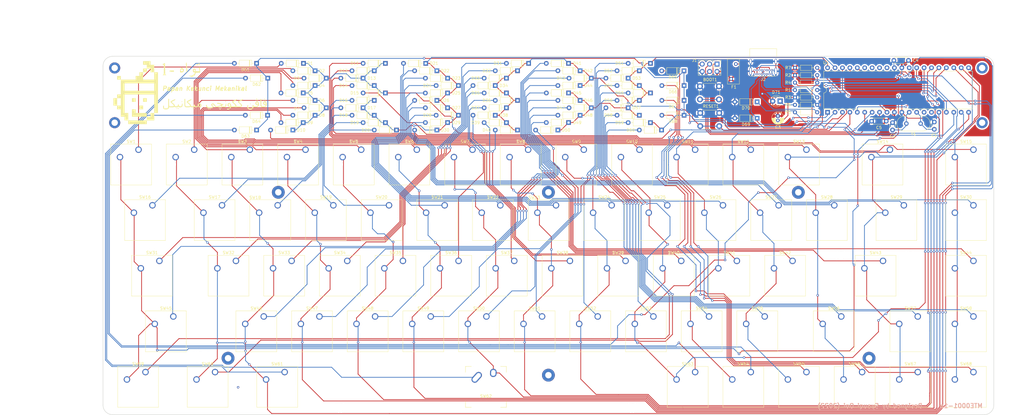
<source format=kicad_pcb>
(kicad_pcb (version 20211014) (generator pcbnew)
  (layers (0 "F.Cu" signal) (31 "B.Cu" signal) (34 "B.Paste" user) (35 "F.Paste" user) (36 "B.SilkS" user "B.Silkscreen") (37 "F.SilkS" user "F.Silkscreen") (38 "B.Mask" user) (39 "F.Mask" user) (44 "Edge.Cuts" user))
  (net 0 "")
  (net 1 "Net-(U1-Pad35)")
  (net 2 "Net-(U1-Pad15)")
  (net 3 "Net-(U1-Pad34)")
  (net 4 "Net-(U1-Pad14)")
  (net 5 "Net-(U1-Pad33)")
  (net 6 "Net-(U1-Pad32)")
  (net 7 "Net-(U1-Pad29)")
  (net 8 "GND")
  (net 9 "boot")
  (net 10 "Net-(C1-Pad1)")
  (net 11 "Net-(C2-Pad1)")
  (net 12 "D+")
  (net 13 "+5V")
  (net 14 "VCC")
  (net 15 "reset")
  (net 16 "MOSI")
  (net 17 "SCK")
  (net 18 "MISO")
  (net 19 "D-")
  (net 20 "row3")
  (net 21 "col6")
  (net 22 "row1")
  (net 23 "col5")
  (net 24 "col0")
  (net 25 "col2")
  (net 26 "col4")
  (net 27 "col7")
  (net 28 "col8")
  (net 29 "col9")
  (net 30 "col10")
  (net 31 "col3")
  (net 32 "col11")
  (net 33 "col1")
  (net 34 "col12")
  (net 35 "row0")
  (net 36 "col13")
  (net 37 "row2")
  (net 38 "col14")
  (net 39 "row4")
  (net 40 "Net-(D4-Pad2)")
  (net 41 "Net-(D5-Pad2)")
  (net 42 "Net-(D6-Pad2)")
  (net 43 "Net-(D7-Pad2)")
  (net 44 "Net-(D8-Pad2)")
  (net 45 "Net-(D9-Pad2)")
  (net 46 "Net-(D10-Pad2)")
  (net 47 "Net-(D11-Pad2)")
  (net 48 "Net-(D12-Pad2)")
  (net 49 "Net-(D13-Pad2)")
  (net 50 "Net-(D14-Pad2)")
  (net 51 "Net-(D15-Pad2)")
  (net 52 "Net-(D16-Pad2)")
  (net 53 "Net-(D17-Pad2)")
  (net 54 "Net-(D18-Pad2)")
  (net 55 "Net-(D19-Pad2)")
  (net 56 "Net-(D20-Pad2)")
  (net 57 "Net-(D21-Pad2)")
  (net 58 "Net-(D22-Pad2)")
  (net 59 "Net-(D23-Pad2)")
  (net 60 "Net-(D24-Pad2)")
  (net 61 "Net-(D25-Pad2)")
  (net 62 "Net-(D26-Pad2)")
  (net 63 "Net-(D27-Pad2)")
  (net 64 "Net-(D28-Pad2)")
  (net 65 "Net-(D29-Pad2)")
  (net 66 "Net-(D30-Pad2)")
  (net 67 "Net-(D31-Pad2)")
  (net 68 "Net-(D32-Pad2)")
  (net 69 "Net-(D33-Pad2)")
  (net 70 "Net-(D34-Pad2)")
  (net 71 "Net-(D35-Pad2)")
  (net 72 "Net-(D36-Pad2)")
  (net 73 "Net-(D37-Pad2)")
  (net 74 "Net-(D38-Pad2)")
  (net 75 "Net-(D39-Pad2)")
  (net 76 "Net-(D40-Pad2)")
  (net 77 "Net-(D41-Pad2)")
  (net 78 "Net-(D42-Pad2)")
  (net 79 "Net-(D43-Pad2)")
  (net 80 "Net-(D44-Pad2)")
  (net 81 "Net-(D45-Pad2)")
  (net 82 "Net-(D46-Pad2)")
  (net 83 "Net-(D47-Pad2)")
  (net 84 "Net-(D48-Pad2)")
  (net 85 "Net-(D49-Pad2)")
  (net 86 "Net-(D50-Pad2)")
  (net 87 "Net-(D51-Pad2)")
  (net 88 "Net-(D52-Pad2)")
  (net 89 "Net-(D53-Pad2)")
  (net 90 "Net-(D54-Pad2)")
  (net 91 "Net-(D55-Pad2)")
  (net 92 "Net-(D56-Pad2)")
  (net 93 "Net-(D57-Pad2)")
  (net 94 "Net-(D58-Pad2)")
  (net 95 "Net-(D59-Pad2)")
  (net 96 "Net-(D60-Pad2)")
  (net 97 "Net-(D61-Pad2)")
  (net 98 "Net-(D62-Pad2)")
  (net 99 "Net-(D63-Pad2)")
  (net 100 "Net-(D64-Pad2)")
  (net 101 "Net-(D65-Pad2)")
  (net 102 "Net-(D66-Pad2)")
  (net 103 "Net-(D67-Pad2)")
  (net 104 "Net-(D68-Pad2)")
  (net 105 "Net-(D1-Pad2)")
  (net 106 "Net-(D2-Pad2)")
  (net 107 "Net-(D3-Pad2)")
  (net 108 "Net-(D69-Pad1)")
  (net 109 "Net-(D71-Pad1)")
  (net 110 "Net-(J2-PadA6)")
  (net 111 "Net-(J2-PadB5)")
  (net 112 "Net-(J2-PadB8)")
  (net 113 "Net-(J2-PadA8)")
  (net 114 "Net-(J2-PadA5)")
  (footprint "Button_Switch_Keyboard:SW_Cherry_MX_1.00u_PCB" (layer "F.Cu") (at 69.05625 81.915)
    (fp_text reference "SW1")
    (fp_text value "SW_SPST")
  )
  (footprint "Button_Switch_Keyboard:SW_Cherry_MX_1.00u_PCB" (layer "F.Cu") (at 107.15625 81.915)
    (fp_text reference "SW3")
    (fp_text value "SW_SPST")
  )
  (footprint "Button_Switch_Keyboard:SW_Cherry_MX_1.00u_PCB" (layer "F.Cu") (at 126.20625 81.915)
    (fp_text reference "SW4")
    (fp_text value "SW_SPST")
  )
  (footprint "Button_Switch_Keyboard:SW_Cherry_MX_1.00u_PCB" (layer "F.Cu") (at 145.25625 81.915)
    (fp_text reference "SW5")
    (fp_text value "SW_SPST")
  )
  (footprint "Button_Switch_Keyboard:SW_Cherry_MX_1.00u_PCB" (layer "F.Cu") (at 164.30625 81.915)
    (fp_text reference "SW6")
    (fp_text value "SW_SPST")
  )
  (footprint "Button_Switch_Keyboard:SW_Cherry_MX_1.00u_PCB" (layer "F.Cu") (at 183.35625 81.915)
    (fp_text reference "SW7")
    (fp_text value "SW_SPST")
  )
  (footprint "Button_Switch_Keyboard:SW_Cherry_MX_1.00u_PCB" (layer "F.Cu") (at 221.45625 81.915)
    (fp_text reference "SW9")
    (fp_text value "SW_SPST")
  )
  (footprint "Button_Switch_Keyboard:SW_Cherry_MX_1.00u_PCB" (layer "F.Cu") (at 259.55625 81.915)
    (fp_text reference "SW11")
    (fp_text value "SW_SPST")
  )
  (footprint "Button_Switch_Keyboard:SW_Cherry_MX_1.00u_PCB" (layer "F.Cu") (at 278.60625 81.915)
    (fp_text reference "SW12")
    (fp_text value "SW_SPST")
  )
  (footprint "Button_Switch_Keyboard:SW_Cherry_MX_1.00u_PCB" (layer "F.Cu") (at 88.10625 81.915)
    (fp_text reference "SW2")
    (fp_text value "SW_SPST")
  )
  (footprint "Button_Switch_Keyboard:SW_Cherry_MX_1.00u_PCB" (layer "F.Cu") (at 297.65625 81.915)
    (fp_text reference "SW13")
    (fp_text value "SW_SPST")
  )
  (footprint "Button_Switch_Keyboard:SW_Cherry_MX_1.00u_PCB" (layer "F.Cu") (at 354.80625 81.915)
    (fp_text reference "SW15")
    (fp_text value "SW_SPST")
  )
  (footprint "Button_Switch_Keyboard:SW_Cherry_MX_1.50u_PCB" (layer "F.Cu") (at 73.81875 100.965)
    (fp_text reference "SW16")
    (fp_text value "SW_SPST")
  )
  (footprint "Button_Switch_Keyboard:SW_Cherry_MX_1.00u_PCB" (layer "F.Cu") (at 97.62625 100.965)
    (fp_text reference "SW17")
    (fp_text value "SW_SPST")
  )
  (footprint "Button_Switch_Keyboard:SW_Cherry_MX_1.00u_PCB" (layer "F.Cu") (at 135.73125 100.965)
    (fp_text reference "SW19")
    (fp_text value "SW_SPST")
  )
  (footprint "Button_Switch_Keyboard:SW_Cherry_MX_1.00u_PCB" (layer "F.Cu") (at 154.78125 100.965)
    (fp_text reference "SW20")
    (fp_text value "SW_SPST")
  )
  (footprint "Button_Switch_Keyboard:SW_Cherry_MX_1.00u_PCB" (layer "F.Cu") (at 173.83125 100.965)
    (fp_text reference "SW21")
    (fp_text value "SW_SPST")
  )
  (footprint "Button_Switch_Keyboard:SW_Cherry_MX_1.00u_PCB" (layer "F.Cu") (at 211.93125 100.965)
    (fp_text reference "SW23")
    (fp_text value "SW_SPST")
  )
  (footprint "Button_Switch_Keyboard:SW_Cherry_MX_1.00u_PCB" (layer "F.Cu") (at 230.98125 100.965)
    (fp_text reference "SW24")
    (fp_text value "SW_SPST")
  )
  (footprint "Button_Switch_Keyboard:SW_Cherry_MX_1.00u_PCB" (layer "F.Cu") (at 250.03125 100.965)
    (fp_text reference "SW25")
    (fp_text value "SW_SPST")
  )
  (footprint "Button_Switch_Keyboard:SW_Cherry_MX_1.00u_PCB" (layer "F.Cu") (at 269.08125 100.965)
    (fp_text reference "SW26")
    (fp_text value "SW_SPST")
  )
  (footprint "Button_Switch_Keyboard:SW_Cherry_MX_1.00u_PCB" (layer "F.Cu") (at 288.13125 100.965)
    (fp_text reference "SW27")
    (fp_text value "SW_SPST")
  )
  (footprint "Button_Switch_Keyboard:SW_Cherry_MX_1.00u_PCB" (layer "F.Cu") (at 307.18125 100.965)
    (fp_text reference "SW28")
    (fp_text value "SW_SPST")
  )
  (footprint "Button_Switch_Keyboard:SW_Cherry_MX_1.50u_PCB" (layer "F.Cu") (at 330.99375 100.965)
    (fp_text reference "SW29")
    (fp_text value "SW_SPST")
  )
  (footprint "Button_Switch_Keyboard:SW_Cherry_MX_1.00u_PCB" (layer "F.Cu") (at 354.80625 100.965)
    (fp_text reference "SW30")
    (fp_text value "SW_SPST")
  )
  (footprint "Button_Switch_Keyboard:SW_Cherry_MX_1.75u_PCB" (layer "F.Cu") (at 76.2 120.015)
    (fp_text reference "SW31")
    (fp_text value "SW_SPST")
  )
  (footprint "Button_Switch_Keyboard:SW_Cherry_MX_1.00u_PCB" (layer "F.Cu") (at 121.44375 120.015)
    (fp_text reference "SW33")
    (fp_text value "SW_SPST")
  )
  (footprint "Button_Switch_Keyboard:SW_Cherry_MX_1.00u_PCB" (layer "F.Cu") (at 140.49375 120.015)
    (fp_text reference "SW34")
    (fp_text value "SW_SPST")
  )
  (footprint "Button_Switch_Keyboard:SW_Cherry_MX_1.00u_PCB" (layer "F.Cu") (at 159.54375 120.015)
    (fp_text reference "SW35")
    (fp_text value "SW_SPST")
  )
  (footprint "Button_Switch_Keyboard:SW_Cherry_MX_1.00u_PCB" (layer "F.Cu") (at 178.59375 120.015)
    (fp_text reference "SW36")
    (fp_text value "SW_SPST")
  )
  (footprint "Button_Switch_Keyboard:SW_Cherry_MX_1.00u_PCB" (layer "F.Cu") (at 197.64375 120.015)
    (fp_text reference "SW37")
    (fp_text value "SW_SPST")
  )
  (footprint "Button_Switch_Keyboard:SW_Cherry_MX_1.00u_PCB" (layer "F.Cu") (at 216.69375 120.015)
    (fp_text reference "SW38")
    (fp_text value "SW_SPST")
  )
  (footprint "Button_Switch_Keyboard:SW_Cherry_MX_1.00u_PCB" (layer "F.Cu") (at 235.74375 120.015)
    (fp_text reference "SW39")
    (fp_text value "SW_SPST")
  )
  (footprint "Button_Switch_Keyboard:SW_Cherry_MX_1.00u_PCB" (layer "F.Cu") (at 254.79375 120.015)
    (fp_text reference "SW40")
    (fp_text value "SW_SPST")
  )
  (footprint "Button_Switch_Keyboard:SW_Cherry_MX_1.00u_PCB" (layer "F.Cu") (at 273.84375 120.015)
    (fp_text reference "SW41")
    (fp_text value "SW_SPST")
  )
  (footprint "Button_Switch_Keyboard:SW_Cherry_MX_1.00u_PCB" (layer "F.Cu") (at 292.89375 120.015)
    (fp_text reference "SW42")
    (fp_text value "SW_SPST")
  )
  (footprint "Button_Switch_Keyboard:SW_Cherry_MX_2.25u_PCB" (layer "F.Cu") (at 323.85 120.015)
    (fp_text reference "SW43")
    (fp_text value "SW_SPST")
  )
  (footprint "Button_Switch_Keyboard:SW_Cherry_MX_1.00u_PCB" (layer "F.Cu") (at 354.80625 120.015)
    (fp_text reference "SW44")
    (fp_text value "SW_SPST")
  )
  (footprint "Button_Switch_Keyboard:SW_Cherry_MX_1.00u_PCB" (layer "F.Cu") (at 111.91875 139.065)
    (fp_text reference "SW46")
    (fp_text value "SW_SPST")
  )
  (footprint "Button_Switch_Keyboard:SW_Cherry_MX_1.00u_PCB" (layer "F.Cu") (at 130.96875 139.065)
    (fp_text reference "SW47")
    (fp_text value "SW_SPST")
  )
  (footprint "Button_Switch_Keyboard:SW_Cherry_MX_1.00u_PCB" (layer "F.Cu") (at 150.01875 139.065)
    (fp_text reference "SW48")
    (fp_text value "SW_SPST")
  )
  (footprint "Button_Switch_Keyboard:SW_Cherry_MX_1.00u_PCB" (layer "F.Cu") (at 169.06875 139.065)
    (fp_text reference "SW49")
    (fp_text value "SW_SPST")
  )
  (footprint "Button_Switch_Keyboard:SW_Cherry_MX_1.00u_PCB" (layer "F.Cu") (at 188.11875 139.065)
    (fp_text reference "SW50")
    (fp_text value "SW_SPST")
  )
  (footprint "Button_Switch_Keyboard:SW_Cherry_MX_1.00u_PCB" (layer "F.Cu") (at 207.16875 139.065)
    (fp_text reference "SW51")
    (fp_text value "SW_SPST")
  )
  (footprint "Button_Switch_Keyboard:SW_Cherry_MX_1.00u_PCB" (layer "F.Cu") (at 226.21875 139.065)
    (fp_text reference "SW52")
    (fp_text value "SW_SPST")
  )
  (footprint "Button_Switch_Keyboard:SW_Cherry_MX_1.00u_PCB" (layer "F.Cu") (at 245.26875 139.065)
    (fp_text reference "SW53")
    (fp_text value "SW_SPST")
  )
  (footprint "Button_Switch_Keyboard:SW_Cherry_MX_1.00u_PCB" (layer "F.Cu") (at 264.31875 139.065)
    (fp_text reference "SW54")
    (fp_text value "SW_SPST")
  )
  (footprint "Button_Switch_Keyboard:SW_Cherry_MX_1.00u_PCB" (layer "F.Cu") (at 283.36875 139.065)
    (fp_text reference "SW55")
    (fp_text value "SW_SPST")
  )
  (footprint "Button_Switch_Keyboard:SW_Cherry_MX_1.75u_PCB" (layer "F.Cu") (at 309.5625 139.065)
    (fp_text reference "SW56")
    (fp_text value "SW_SPST")
  )
  (footprint "Button_Switch_Keyboard:SW_Cherry_MX_1.00u_PCB" (layer "F.Cu") (at 335.75625 139.065)
    (fp_text reference "SW57")
    (fp_text value "SW_SPST")
  )
  (footprint "Button_Switch_Keyboard:SW_Cherry_MX_1.00u_PCB" (layer "F.Cu") (at 354.80625 139.065)
    (fp_text reference "SW58")
    (fp_text value "SW_SPST")
  )
  (footprint "Button_Switch_Keyboard:SW_Cherry_MX_1.25u_PCB" (layer "F.Cu") (at 71.4375 158.115)
    (fp_text reference "SW59")
    (fp_text value "SW_SPST")
  )
  (footprint "Button_Switch_Keyboard:SW_Cherry_MX_1.25u_PCB" (layer "F.Cu") (at 95.25 158.115)
    (fp_text reference "SW60")
    (fp_text value "SW_SPST")
  )
  (footprint "Button_Switch_Keyboard:SW_Cherry_MX_1.25u_PCB" (layer "F.Cu") (at 119.0625 158.115)
    (fp_text reference "SW61")
    (fp_text value "SW_SPST")
  )
  (footprint "Button_Switch_Keyboard:SW_Cherry_MX_1.00u_PCB" (layer "F.Cu") (at 259.55625 158.115)
    (fp_text reference "SW63")
    (fp_text value "SW_SPST")
  )
  (footprint "Button_Switch_Keyboard:SW_Cherry_MX_1.00u_PCB" (layer "F.Cu") (at 278.60625 158.115)
    (fp_text reference "SW64")
    (fp_text value "SW_SPST")
  )
  (footprint "Button_Switch_Keyboard:SW_Cherry_MX_1.00u_PCB" (layer "F.Cu") (at 297.65625 158.115)
    (fp_text reference "SW65")
    (fp_text value "SW_SPST")
  )
  (footprint "Button_Switch_Keyboard:SW_Cherry_MX_1.00u_PCB" (layer "F.Cu") (at 316.70625 158.115)
    (fp_text reference "SW66")
    (fp_text value "SW_SPST")
  )
  (footprint "Button_Switch_Keyboard:SW_Cherry_MX_1.00u_PCB" (layer "F.Cu") (at 335.75625 158.115)
    (fp_text reference "SW67")
    (fp_text value "SW_SPST")
  )
  (footprint "Button_Switch_Keyboard:SW_Cherry_MX_1.00u_PCB" (layer "F.Cu") (at 354.80625 158.115)
    (fp_text reference "SW68")
    (fp_text value "SW_SPST")
  )
  (footprint "Diode_THT:D_DO-35_SOD27_P7.62mm_Horizontal" (layer "F.Cu") (at 113.237 70.101468 180)
    (fp_text reference "D64")
    (fp_text value "D")
  )
  (footprint "Diode_THT:D_DO-35_SOD27_P7.62mm_Horizontal" (layer "F.Cu") (at 255.742924 54.892726 180)
    (fp_text reference "D65")
    (fp_text value "D")
  )
  (footprint "Diode_THT:D_DO-35_SOD27_P7.62mm_Horizontal" (layer "F.Cu") (at 255.783 59.944 180)
    (fp_text reference "D66")
    (fp_text value "D")
  )
  (footprint "Diode_THT:D_DO-35_SOD27_P7.62mm_Horizontal" (layer "F.Cu") (at 255.783 65.021468 180)
    (fp_text reference "D67")
    (fp_text value "D")
  )
  (footprint "Diode_THT:D_DO-35_SOD27_P7.62mm_Horizontal" (layer "F.Cu") (at 255.783 70.101468 180)
    (fp_text reference "D68")
    (fp_text value "D")
  )
  (footprint "Button_Switch_Keyboard:SW_Cherry_MX_1.00u_PCB" (layer "F.Cu") (at 202.40625 81.915)
    (fp_text reference "SW8")
    (fp_text value "SW_SPST")
  )
  (footprint "Button_Switch_Keyboard:SW_Cherry_MX_2.00u_PCB" (layer "F.Cu") (at 326.22625 81.915)
    (fp_text reference "SW14")
    (fp_text value "SW_SPST")
  )
  (footprint "Button_Switch_Keyboard:SW_Cherry_MX_1.00u_PCB" (layer "F.Cu") (at 192.88125 100.965)
    (fp_text reference "SW22")
    (fp_text value "SW_SPST")
  )
  (footprint "Button_Switch_Keyboard:SW_Cherry_MX_1.00u_PCB" (layer "F.Cu") (at 102.39375 120.015)
    (fp_text reference "SW32")
    (fp_text value "SW_SPST")
  )
  (footprint "Button_Switch_Keyboard:SW_Cherry_MX_2.25u_PCB" (layer "F.Cu") (at 80.9625 139.065)
    (fp_text reference "SW45")
    (fp_text value "SW_SPST")
  )
  (footprint "spacebar:MX-6.25U-ReversedStabilizers-NoLED" (layer "F.Cu") (at 187.96 163.195)
    (fp_text reference "SW62")
    (fp_text value "SW_SPST")
  )
  (footprint "Logo jawi:jawi keyboard 3" (layer "F.Cu") (at 69.347 62.989468)
    (fp_text reference "G***" hide)
    (fp_text value "LOGO" hide)
  )
  (footprint "Logo jawi:jawi keyboard 4" (layer "F.Cu") (at 103.891 61.973468)
    (fp_text reference "G***" hide)
    (fp_text value "LOGO" hide)
  )
  (footprint "Diode_THT:D_DO-35_SOD27_P7.62mm_Horizontal" (layer "F.Cu") (at 109.479 75.181468 180)
    (fp_text reference "D63")
    (fp_text value "D")
  )
  (footprint "MountingHole:MountingHole_2.2mm_M2_DIN965_Pad" (layer "F.Cu") (at 60.890382 53.908159)
    (fp_text reference "REF**" hide)
    (fp_text value "MountingHole_2.2mm_M2_DIN965_Pad")
  )
  (footprint "MountingHole:MountingHole_2.2mm_M2_DIN965_Pad" (layer "F.Cu") (at 60.890382 72.658159)
    (fp_text reference "REF**" hide)
    (fp_text value "MountingHole_2.2mm_M2_DIN965_Pad")
  )
  (footprint "MountingHole:MountingHole_2.2mm_M2_DIN965_Pad" (layer "F.Cu") (at 357.782382 72.662159)
    (fp_text reference "REF**" hide)
    (fp_text value "MountingHole_2.2mm_M2_DIN965_Pad")
  )
  (footprint "MountingHole:MountingHole_2.2mm_M2_DIN965_Pad" (layer "F.Cu") (at 357.782382 53.912159)
    (fp_text reference "REF**" hide)
    (fp_text value "MountingHole_2.2mm_M2_DIN965_Pad")
  )
  (footprint "MountingHole:MountingHole_2.2mm_M2_Pad" (layer "F.Cu") (at 99.692941 153.363409)
    (fp_text reference "REF**" hide)
    (fp_text value "MountingHole_2.2mm_M2_Pad")
  )
  (footprint "MountingHole:MountingHole_2.2mm_M2_Pad" (layer "F.Cu") (at 116.892941 96.513409)
    (fp_text reference "REF**" hide)
    (fp_text value "MountingHole_2.2mm_M2_Pad")
  )
  (footprint "MountingHole:MountingHole_2.2mm_M2_Pad" (layer "F.Cu") (at 209.339 159.175469)
    (fp_text reference "REF**" hide)
    (fp_text value "MountingHole_2.2mm_M2_Pad")
  )
  (footprint "MountingHole:MountingHole_2.2mm_M2_Pad" (layer "F.Cu") (at 209.339 96.515469)
    (fp_text reference "REF**" hide)
    (fp_text value "MountingHole_2.2mm_M2_Pad")
  )
  (footprint "MountingHole:MountingHole_2.2mm_M2_Pad" (layer "F.Cu") (at 294.86625 96.525)
    (fp_text reference "REF**" hide)
    (fp_text value "MountingHole_2.2mm_M2_Pad")
  )
  (footprint "MountingHole:MountingHole_2.2mm_M2_Pad" (layer "F.Cu") (at 319.07625 153.365)
    (fp_text reference "REF**" hide)
    (fp_text value "MountingHole_2.2mm_M2_Pad")
  )
  (footprint "Diode_THT:D_DO-35_SOD27_P7.62mm_Horizontal" (layer "F.Cu") (at 167.359 52.321468 180)
    (fp_text reference "D21")
    (fp_text value "D")
  )
  (footprint "Diode_THT:D_DO-35_SOD27_P7.62mm_Horizontal" (layer "F.Cu") (at 171.169 54.861468 180)
    (fp_text reference "D22")
    (fp_text value "D")
  )
  (footprint "Diode_THT:D_DO-35_SOD27_P7.62mm_Horizontal" (layer "F.Cu") (at 174.862717 57.41019 180)
    (fp_text reference "D23")
    (fp_text value "D")
  )
  (footprint "Diode_THT:D_DO-35_SOD27_P7.62mm_Horizontal" (layer "F.Cu") (at 171.169 65.021468 180)
    (fp_text reference "D26")
    (fp_text value "D")
  )
  (footprint "Diode_THT:D_DO-35_SOD27_P7.62mm_Horizontal" (layer "F.Cu") (at 198.771 65.021468 180)
    (fp_text reference "D36")
    (fp_text value "D")
  )
  (footprint "Diode_THT:D_DO-35_SOD27_P7.62mm_Horizontal" (layer "F.Cu") (at 194.961 67.561468 180)
    (fp_text reference "D37")
    (fp_text value "D")
  )
  (footprint "Diode_THT:D_DO-35_SOD27_P7.62mm_Horizontal" (layer "F.Cu") (at 198.771 54.861468 180)
    (fp_text reference "D32")
    (fp_text value "D")
  )
  (footprint "Diode_THT:D_DO-35_SOD27_P7.62mm_Horizontal" (layer "F.Cu") (at 174.846547 67.557282 180)
    (fp_text reference "D27")
    (fp_text value "D")
  )
  (footprint "Diode_THT:D_DO-35_SOD27_P7.62mm_Horizontal" (layer "F.Cu") (at 202.581 52.321468 180)
    (fp_text reference "D31")
    (fp_text value "D")
  )
  (footprint "Diode_THT:D_DO-35_SOD27_P7.62mm_Horizontal" (layer "F.Cu") (at 178.535 70.101468 180)
    (fp_text reference "D28")
    (fp_text value "D")
  )
  (footprint "Diode_THT:D_DO-35_SOD27_P7.62mm_Horizontal" (layer "F.Cu") (at 174.852747 72.618161 180)
    (fp_text reference "D29")
    (fp_text value "D")
  )
  (footprint "Diode_THT:D_DO-35_SOD27_P7.62mm_Horizontal" (layer "F.Cu") (at 171.169 75.181468 180)
    (fp_text reference "D30")
    (fp_text value "D")
  )
  (footprint "Diode_THT:D_DO-35_SOD27_P7.62mm_Horizontal" (layer "F.Cu") (at 194.961 57.401468 180)
    (fp_text reference "D33")
    (fp_text value "D")
  )
  (footprint "Diode_THT:D_DO-35_SOD27_P7.62mm_Horizontal" (layer "F.Cu") (at 157.353 75.181468 180)
    (fp_text reference "D20")
    (fp_text value "D")
  )
  (footprint "Diode_THT:D_DO-35_SOD27_P7.62mm_Horizontal" (layer "F.Cu") (at 191.151 59.941468 180)
    (fp_text reference "D34")
    (fp_text value "D")
  )
  (footprint "Diode_THT:D_DO-35_SOD27_P7.62mm_Horizontal" (layer "F.Cu") (at 178.535 59.941468 180)
    (fp_text reference "D24")
    (fp_text value "D")
  )
  (footprint "Diode_THT:D_DO-35_SOD27_P7.62mm_Horizontal" (layer "F.Cu") (at 194.961 62.481468 180)
    (fp_text reference "D35")
    (fp_text value "D")
  )
  (footprint "Diode_THT:D_DO-35_SOD27_P7.62mm_Horizontal" (layer "F.Cu") (at 174.83898 62.500252 180)
    (fp_text reference "D25")
    (fp_text value "D")
  )
  (footprint "Diode_THT:D_DO-35_SOD27_P7.62mm_Horizontal" (layer "F.Cu") (at 145.923 67.561468 180)
    (fp_text reference "D17")
    (fp_text value "D")
  )
  (footprint "Diode_THT:D_DO-35_SOD27_P7.62mm_Horizontal" (layer "F.Cu") (at 129.493 65.021468 180)
    (fp_text reference "D6")
    (fp_text value "D")
  )
  (footprint "Diode_THT:D_DO-35_SOD27_P7.62mm_Horizontal" (layer "F.Cu") (at 133.303 57.401468 180)
    (fp_text reference "D3")
    (fp_text value "D")
  )
  (footprint "Diode_THT:D_DO-35_SOD27_P7.62mm_Horizontal" (layer "F.Cu") (at 129.493 54.861468 180)
    (fp_text reference "D2")
    (fp_text value "D")
  )
  (footprint "Diode_THT:D_DO-35_SOD27_P7.62mm_Horizontal" (layer "F.Cu") (at 121.873 75.181468 180)
    (fp_text reference "D10")
    (fp_text value "D")
  )
  (footprint "Diode_THT:D_DO-35_SOD27_P7.62mm_Horizontal" (layer "F.Cu") (at 145.923 57.401468 180)
    (fp_text reference "D13")
    (fp_text value "D")
  )
  (footprint "Diode_THT:D_DO-35_SOD27_P7.62mm_Horizontal" (layer "F.Cu") (at 149.733 70.101468 180)
    (fp_text reference "D18")
    (fp_text value "D")
  )
  (footprint "Diode_THT:D_DO-35_SOD27_P7.62mm_Horizontal" (layer "F.Cu") (at 153.543 52.321468 180)
    (fp_text reference "D11")
    (fp_text value "D")
  )
  (footprint "Diode_THT:D_DO-35_SOD27_P7.62mm_Horizontal" (layer "F.Cu") (at 149.733 65.021468 180)
    (fp_text reference "D16")
    (fp_text value "D")
  )
  (footprint "Diode_THT:D_DO-35_SOD27_P7.62mm_Horizontal" (layer "F.Cu") (at 129.493 59.941468 180)
    (fp_text reference "D4")
    (fp_text value "D")
  )
  (footprint "Diode_THT:D_DO-35_SOD27_P7.62mm_Horizontal" (layer "F.Cu") (at 149.733 54.861468 180)
    (fp_text reference "D12")
    (fp_text value "D")
  )
  (footprint "Diode_THT:D_DO-35_SOD27_P7.62mm_Horizontal" (layer "F.Cu") (at 125.429 62.481468 180)
    (fp_text reference "D5")
    (fp_text value "D")
  )
  (footprint "Diode_THT:D_DO-35_SOD27_P7.62mm_Horizontal" (layer "F.Cu") (at 129.493 70.101468 180)
    (fp_text reference "D8")
    (fp_text value "D")
  )
  (footprint "Diode_THT:D_DO-35_SOD27_P7.62mm_Horizontal" (layer "F.Cu") (at 153.543 72.641468 180)
    (fp_text reference "D19")
    (fp_text value "D")
  )
  (footprint "Diode_THT:D_DO-35_SOD27_P7.62mm_Horizontal" (layer "F.Cu") (at 133.303 67.561468 180)
    (fp_text reference "D7")
    (fp_text value "D")
  )
  (footprint "Diode_THT:D_DO-35_SOD27_P7.62mm_Horizontal" (layer "F.Cu") (at 125.429 72.641468 180)
    (fp_text reference "D9")
    (fp_text value "D")
  )
  (footprint "Diode_THT:D_DO-35_SOD27_P7.62mm_Horizontal" (layer "F.Cu") (at 153.543 62.481468 180)
    (fp_text reference "D15")
    (fp_text value "D")
  )
  (footprint "Diode_THT:D_DO-35_SOD27_P7.62mm_Horizontal" (layer "F.Cu") (at 149.733 59.941468 180)
    (fp_text reference "D14")
    (fp_text value "D")
  )
  (footprint "Diode_THT:D_DO-35_SOD27_P7.62mm_Horizontal" (layer "F.Cu") (at 236.639 67.561468 180)
    (fp_text reference "D57")
    (fp_text value "D")
  )
  (footprint "Diode_THT:D_DO-35_SOD27_P7.62mm_Horizontal" (layer "F.Cu") (at 244.259 72.641468 180)
    (fp_text reference "D59")
    (fp_text value "D")
  )
  (footprint "Diode_THT:D_DO-35_SOD27_P7.62mm_Horizontal" (layer "F.Cu") (at 248.069 75.181468 180)
    (fp_text reference "D60")
    (fp_text value "D")
  )
  (footprint "Diode_THT:D_DO-35_SOD27_P7.62mm_Horizontal" (layer "F.Cu") (at 240.449 65.021468 180)
    (fp_text reference "D56")
    (fp_text value "D")
  )
  (footprint "Diode_THT:D_DO-35_SOD27_P7.62mm_Horizontal" (layer "F.Cu") (at 240.449 70.101468 180)
    (fp_text reference "D58")
    (fp_text value "D")
  )
  (footprint "Diode_THT:D_DO-35_SOD27_P7.62mm_Horizontal" (layer "F.Cu") (at 125.51925 52.324 180)
    (fp_text reference "D1")
    (fp_text value "D")
  )
  (footprint "Diode_THT:D_DO-35_SOD27_P7.62mm_Horizontal" (layer "F.Cu") (at 220.207 54.861468 180)
    (fp_text reference "D42")
    (fp_text value "D")
  )
  (footprint "Diode_THT:D_DO-35_SOD27_P7.62mm_Horizontal" (layer "F.Cu") (at 216.253534 62.477148 180)
    (fp_text reference "D45")
    (fp_text value "D")
  )
  (footprint "Diode_THT:D_DO-35_SOD27_P7.62mm_Horizontal" (layer "F.Cu") (at 216.23734 72.613945 180)
    (fp_text reference "D49")
    (fp_text value "D")
  )
  (footprint "Diode_THT:D_DO-35_SOD27_P7.62mm_Horizontal" (layer "F.Cu") (at 224.017 67.561468 180)
    (fp_text reference "D47")
    (fp_text value "D")
  )
  (footprint "Diode_THT:D_DO-35_SOD27_P7.62mm_Horizontal" (layer "F.Cu") (at 198.771 75.181468 180)
    (fp_text reference "D40")
    (fp_text value "D")
  )
  (footprint "Diode_THT:D_DO-35_SOD27_P7.62mm_Horizontal" (layer "F.Cu") (at 236.639 57.401468 180)
    (fp_text reference "D53")
    (fp_text value "D")
  )
  (footprint "Diode_THT:D_DO-35_SOD27_P7.62mm_Horizontal" (layer "F.Cu") (at 220.207 59.941468 180)
    (fp_text reference "D44")
    (fp_text value "D")
  )
  (footprint "Diode_THT:D_DO-35_SOD27_P7.62mm_Horizontal" (layer "F.Cu") (at 212.587 75.181468 180)
    (fp_text reference "D50")
    (fp_text value "D")
  )
  (footprint "Diode_THT:D_DO-35_SOD27_P7.62mm_Horizontal" (layer "F.Cu") (at 191.151 70.101468 180)
    (fp_text reference "D38")
    (fp_text value "D")
  )
  (footprint "Diode_THT:D_DO-35_SOD27_P7.62mm_Horizontal" (layer "F.Cu") (at 220.207 65.021468 180)
    (fp_text reference "D46")
    (fp_text value "D")
  )
  (footprint "Diode_THT:D_DO-35_SOD27_P7.62mm_Horizontal" (layer "F.Cu") (at 244.259 52.324 180)
    (fp_text reference "D51")
    (fp_text value "D")
  )
  (footprint "Diode_THT:D_DO-35_SOD27_P7.62mm_Horizontal" (layer "F.Cu") (at 244.259 62.481468 180)
    (fp_text reference "D55")
    (fp_text value "D")
  )
  (footprint "Diode_THT:D_DO-35_SOD27_P7.62mm_Horizontal" (layer "F.Cu") (at 194.961 72.641468 180)
    (fp_text reference "D39")
    (fp_text value "D")
  )
  (footprint "Diode_THT:D_DO-35_SOD27_P7.62mm_Horizontal" (layer "F.Cu") (at 216.23325 52.324 180)
    (fp_text reference "D41")
    (fp_text value "D")
  )
  (footprint "Diode_THT:D_DO-35_SOD27_P7.62mm_Horizontal" (layer "F.Cu") (at 220.207 70.101468 180)
    (fp_text reference "D48")
    (fp_text value "D")
  )
  (footprint "Diode_THT:D_DO-35_SOD27_P7.62mm_Horizontal" (layer "F.Cu") (at 240.449 54.861468 180)
    (fp_text reference "D52")
    (fp_text value "D")
  )
  (footprint "Diode_THT:D_DO-35_SOD27_P7.62mm_Horizontal" (layer "F.Cu") (at 224.017 57.401468 180)
    (fp_text reference "D43")
    (fp_text value "D")
  )
  (footprint "Diode_THT:D_DO-35_SOD27_P7.62mm_Horizontal" (layer "F.Cu") (at 240.449 59.941468 180)
    (fp_text reference "D54")
    (fp_text value "D")
  )
  (footprint "Logo jawi:jawi keyboard 11" (layer "F.Cu") (at 94.747 71.117468)
    (fp_text reference "G***" hide)
    (fp_text value "LOGO" hide)
  )
  (footprint "Diode_THT:D_DO-35_SOD27_P7.62mm_Horizontal" (layer "F.Cu") (at 113.289 57.401468 180)
    (fp_text reference "D62")
    (fp_text value "D")
  )
  (footprint "Capacitor_THT:C_Disc_D3.0mm_W1.6mm_P2.50mm" (layer "F.Cu") (at 327.12025 75.144 90)
    (fp_text reference "C2")
    (fp_text value "C")
  )
  (footprint "Capacitor_THT:CP_Radial_D4.0mm_P1.50mm" (layer "F.Cu") (at 287.87725 70.358 -90)
    (fp_text reference "C3")
    (fp_text value "CP1_Small")
  )
  (footprint "Capacitor_THT:C_Disc_D3.0mm_W1.6mm_P2.50mm" (layer "F.Cu") (at 341.40775 74.93 90)
    (fp_text reference "C1")
    (fp_text value "C")
  )
  (footprint "Capacitor_THT:C_Disc_D4.3mm_W1.9mm_P5.00mm" (layer "F.Cu") (at 324.96125 72.136 180)
    (fp_text reference "C5")
    (fp_text value "C")
  )
  (footprint "Fuse:Fuse_BelFuse_0ZRE0005FF_L8.3mm_W3.8mm" (layer "F.Cu") (at 271.87525 57.658 90)
    (fp_text reference "F1")
    (fp_text value "Polyfuse_Small")
  )
  (footprint "Package_DIP:DIP-40_W15.24mm" (layer "F.Cu") (at 304.89525 69.088 90)
    (fp_text reference "U1")
    (fp_text value "ATmega32A-PU")
  )
  (footprint "Diode_THT:D_DO-35_SOD27_P7.62mm_Horizontal" (layer "F.Cu") (at 280.76525 65.532 180)
    (fp_text reference "D70")
    (fp_text value "3.6V")
  )
  (footprint "Diode_THT:D_DO-35_SOD27_P7.62mm_Horizontal" (layer "F.Cu") (at 280.76525 71.12 180)
    (fp_text reference "D69")
    (fp_text value "3.6V")
  )
  (footprint "Resistor_THT:R_Axial_DIN0204_L3.6mm_D1.6mm_P7.62mm_Horizontal" (layer "F.Cu") (at 293.71925 53.848)
    (fp_text reference "R7")
    (fp_text value "10k")
  )
  (footprint "Resistor_THT:R_Axial_DIN0204_L3.6mm_D1.6mm_P7.62mm_Horizontal" (layer "F.Cu") (at 293.71925 69.088)
    (fp_text reference "R5")
    (fp_text value "75R")
  )
  (footprint "Resistor_THT:R_Axial_DIN0204_L3.6mm_D1.6mm_P7.62mm_Horizontal" (layer "F.Cu") (at 301.33925 66.548 180)
    (fp_text reference "R6")
    (fp_text value "75R")
  )
  (footprint "Resistor_THT:R_Axial_DIN0204_L3.6mm_D1.6mm_P7.62mm_Horizontal" (layer "F.Cu") (at 293.71925 58.928)
    (fp_text reference "R4")
    (fp_text value "75R")
  )
  (footprint "Connector_USB:USB_C_Receptacle_GCT_USB4085" (layer "F.Cu") (at 285.828706 56.010274 180)
    (fp_text reference "J2")
    (fp_text value "USB_C_Receptacle")
  )
  (footprint "Capacitor_THT:C_Disc_D4.3mm_W1.9mm_P5.00mm" (layer "F.Cu") (at 332.58125 51.308 180)
    (fp_text reference "C4")
    (fp_text value "C")
  )
  (footprint "Button_Switch_THT:SW_PUSH_6mm" (layer "F.Cu") (at 261.31125 69.342)
    (fp_text reference "RESET1")
    (fp_text value "B2")
  )
  (footprint "Resistor_THT:R_Axial_DIN0204_L3.6mm_D1.6mm_P7.62mm_Horizontal" (layer "F.Cu") (at 293.71925 64.008)
    (fp_text reference "R3")
    (fp_text value "5.1k")
  )
  (footprint "Resistor_THT:R_Axial_DIN0204_L3.6mm_D1.6mm_P7.62mm_Horizontal" (layer "F.Cu") (at 293.71925 61.468)
    (fp_text reference "R1")
    (fp_text value "5.1k")
  )
  (footprint "Crystal:Crystal_HC49-4H_Vertical" (layer "F.Cu") (at 336.731523 72.966469 180)
    (fp_text reference "Y1")
    (fp_text value "Crystal")
  )
  (footprint "Connector_PinHeader_2.54mm:PinHeader_2x03_P2.54mm_Vertical" (layer "F.Cu") (at 267.04925 52.578 -90)
    (fp_text reference "J1")
    (fp_text value "AVR-ISP-6")
  )
  (footprint "Diode_THT:D_DO-35_SOD27_P7.62mm_Horizontal" (layer "F.Cu") (at 109.479 52.321468 180)
    (fp_text reference "D61")
    (fp_text value "D")
  )
  (footprint "Button_Switch_Keyboard:SW_Cherry_MX_1.00u_PCB" (layer "F.Cu") (at 116.68125 100.965)
    (fp_text reference "SW18")
    (fp_text value "SW_SPST")
  )
  (footprint "Button_Switch_THT:SW_PUSH_6mm" (layer "F.Cu") (at 261.20725 60.198)
    (fp_text reference "BOOT1")
    (fp_text value "B1")
  )
  (footprint "Resistor_THT:R_Axial_DIN0204_L3.6mm_D1.6mm_P7.62mm_Horizontal" (layer "F.Cu") (at 293.71925 56.388)
    (fp_text reference "R2")
    (fp_text value "1.5k")
  )
  (footprint "LED_THT:LED_D3.0mm" (layer "F.Cu") (at 288.63925 65.278 180)
    (fp_text reference "D71")
    (fp_text value "LED")
  )
  (footprint "Button_Switch_Keyboard:SW_Cherry_MX_1.00u_PCB" (layer "F.Cu") (at 240.50625 81.915)
    (fp_text reference "SW10")
    (fp_text value "SW_SPST")
  )
  (gr_line (start 358.479809 172.717469) (end 60.203 172.717469) (layer "Edge.Cuts") (width 0.15))
  (gr_line (start 56.892941 169.413409) (end 56.892941 53.217059) (layer "Edge.Cuts") (width 0.15))
  (gr_arc (start 60.203 172.717468) (mid 57.863677 171.750974) (end 56.892941 169.413409) (layer "Edge.Cuts") (width 0.15))
  (gr_arc (start 56.892941 53.217059) (mid 57.861556 50.878615) (end 60.2 49.91) (layer "Edge.Cuts") (width 0.15))
  (gr_line (start 361.786868 53.217059) (end 361.786868 169.41041) (layer "Edge.Cuts") (width 0.15))
  (gr_arc (start 358.479809 49.91) (mid 360.818253 50.878615) (end 361.786868 53.217059) (layer "Edge.Cuts") (width 0.15))
  (gr_arc (start 361.786868 169.41041) (mid 360.818253 171.748854) (end 358.479809 172.717469) (layer "Edge.Cuts") (width 0.15))
  (gr_line (start 60.2 49.91) (end 358.479809 49.91) (layer "Edge.Cuts") (width 0.15))
  (gr_text "Designed by Syauqi Ooi (2022)" (at 319.37325 169.672) (layer "B.SilkS") (effects (font (size 1.5 1.5) (thickness 0.3)) (justify mirror)))
  (gr_text "MTE0001-1a" (at 350.61525 169.672) (layer "B.SilkS") (effects (font (size 1.5 1.5) (thickness 0.3)) (justify mirror)))
  (gr_text "Papan Kekunci Mekanikal\n" (at 91.699 60.957468) (layer "F.SilkS") (effects (font (size 1.5 1.5) (thickness 0.3) italic)))
  (via (at 103.129 163.319468) (size 0.8) (drill 0.4) (layers "F.Cu" "B.Cu") (net 0))
  (segment (start 291.303 64.817468) (end 292.112468 64.008) (width 0.25) (layer "F.Cu") (net 8))
  (segment (start 287.178706 51.650274) (end 287.178706 55.030274) (width 0.25) (layer "F.Cu") (net 8))
  (segment (start 278.528706 55.030274) (end 279.508706 55.030274) (width 0.25) (layer "F.Cu") (net 8))
  (segment (start 291.303 70.217468) (end 291.303 64.817468) (width 0.25) (layer "F.Cu") (net 8))
  (segment (start 329.428 56.442468) (end 330.303 57.317468) (width 0.25) (layer "F.Cu") (net 8))
  (segment (start 292.112468 64.008) (end 293.71925 64.008) (width 0.25) (layer "F.Cu") (net 8))
  (segment (start 279.878706 56.010274) (end 279.878706 54.660274) (width 0.25) (layer "F.Cu") (net 8))
  (segment (start 340.095218 71.117468) (end 332.324718 71.117468) (width 0.25) (layer "F.Cu") (net 8))
  (segment (start 330.29525 69.088) (end 330.29525 65.025218) (width 0.25) (layer "F.Cu") (net 8))
  (segment (start 279.508706 55.030274) (end 279.878706 54.660274) (width 0.25) (layer "F.Cu") (net 8))
  (segment (start 287.87725 71.858) (end 289.662468 71.858) (width 0.25) (layer "F.Cu") (net 8))
  (segment (start 332.324718 71.117468) (end 330.29525 69.088) (width 0.25) (layer "F.Cu") (net 8))
  (segment (start 328.403 56.442468) (end 329.428 56.442468) (width 0.25) (layer "F.Cu") (net 8))
  (segment (start 341.40775 72.43) (end 340.095218 71.117468) (width 0.25) (layer "F.Cu") (net 8))
  (segment (start 289.662468 71.858) (end 291.303 70.217468) (width 0.25) (layer "F.Cu") (net 8))
  (via (at 330.303 57.317468) (size 0.8) (drill 0.4) (layers "F.Cu" "B.Cu") (net 8))
  (via (at 328.403 56.442468) (size 0.8) (drill 0.4) (layers "F.Cu" "B.Cu") (net 8))
  (via (at 330.29525 65.025218) (size 0.8) (drill 0.4) (layers "F.Cu" "B.Cu") (net 8))
  (segment (start 327.58125 51.308) (end 327.58125 53.674) (width 0.25) (layer "B.Cu") (net 8))
  (segment (start 327.12025 72.644) (end 330.29525 69.469) (width 0.25) (layer "B.Cu") (net 8))
  (segment (start 327.58125 53.674) (end 327.75525 53.848) (width 0.25) (layer "B.Cu") (net 8))
  (segment (start 330.29525 69.469) (end 330.29525 69.088) (width 0.25) (layer "B.Cu") (net 8))
  (segment (start 327.75525 53.848) (end 327.75525 55.669718) (width 0.25) (layer "B.Cu") (net 8))
  (segment (start 285.828706 56.010274) (end 285.828706 54.660274) (width 0.25) (layer "B.Cu") (net 8))
  (segment (start 285.828706 54.660274) (end 286.808706 54.660274) (width 0.25) (layer "B.Cu") (net 8))
  (segment (start 286.808706 54.660274) (end 287.178706 55.030274) (width 0.25) (layer "B.Cu") (net 8))
  (segment (start 327.75525 55.669718) (end 328.403 56.317468) (width 0.25) (layer "B.Cu") (net 8))
  (segment (start 328.403 56.317468) (end 328.403 56.442468) (width 0.25) (layer "B.Cu") (net 8))
  (segment (start 269.84325 66.834) (end 269.84325 73.66) (width 0.25) (layer "F.Cu") (net 9))
  (segment (start 267.70725 64.698) (end 269.84325 66.834) (width 0.25) (layer "F.Cu") (net 9))
  (segment (start 271.09121 74.90796) (end 304.612508 74.90796) (width 0.25) (layer "F.Cu") (net 9))
  (segment (start 269.84325 73.66) (end 271.09121 74.90796) (width 0.25) (layer "F.Cu") (net 9))
  (segment (start 304.612508 74.90796) (end 305.303 74.217468) (width 0.25) (layer "F.Cu") (net 9))
  (via (at 305.303 74.217468) (size 0.8) (drill 0.4) (layers "F.Cu" "B.Cu") (net 9))
  (segment (start 261.20725 64.698) (end 267.70725 64.698) (width 0.25) (layer "B.Cu") (net 9))
  (segment (start 344.51925 76.962) (end 313.947532 76.962) (width 0.25) (layer "B.Cu") (net 9))
  (segment (start 311.203 74.217468) (end 305.303 74.217468) (width 0.25) (layer "B.Cu") (net 9))
  (segment (start 348.07525 69.088) (end 348.07525 73.406) (width 0.25) (layer "B.Cu") (net 9))
  (segment (start 313.947532 76.962) (end 311.203 74.217468) (width 0.25) (layer "B.Cu") (net 9))
  (segment (start 348.07525 73.406) (end 344.51925 76.962) (width 0.25) (layer "B.Cu") (net 9))
  (segment (start 336.69925 73.66) (end 336.69925 70.412) (width 0.25) (layer "B.Cu") (net 10))
  (segment (start 336.69925 70.412) (end 335.37525 69.088) (width 0.25) (layer "B.Cu") (net 10))
  (segment (start 338.695054 74.93) (end 336.731523 72.966469) (width 0.25) (layer "B.Cu") (net 10))
  (segment (start 341.40775 74.93) (end 338.695054 74.93) (width 0.25) (layer "B.Cu") (net 10))
  (segment (start 331.81925 73.66) (end 331.81925 70.104) (width 0.25) (layer "B.Cu") (net 11))
  (segment (start 331.81925 70.104) (end 332.83525 69.088) (width 0.25) (layer "B.Cu") (net 11))
  (segment (start 327.12025 75.144) (end 330.33525 75.144) (width 0.25) (layer "B.Cu") (net 11))
  (segment (start 331.81925 72.895468) (end 331.81925 73.66) (width 0.25) (layer "B.Cu") (net 11))
  (segment (start 330.33525 75.144) (end 331.81925 73.66) (width 0.25) (layer "B.Cu") (net 11))
  (segment (start 283.81325 68.58) (end 293.21125 68.58) (width 0.25) (layer "B.Cu") (net 12))
  (segment (start 280.76525 65.532) (end 283.81325 68.58) (width 0.25) (layer "B.Cu") (net 12))
  (segment (start 293.21125 68.58) (end 293.71925 69.088) (width 0.25) (layer "B.Cu") (net 12))
  (segment (start 342.99525 75.692) (end 342.418249 76.269001) (width 0.25) (layer "B.Cu") (net 12))
  (segment (start 342.418249 76.269001) (end 314.290943 76.269001) (width 0.25) (layer "B.Cu") (net 12))
  (segment (start 310.93941 72.917468) (end 297.548718 72.917468) (width 0.25) (layer "B.Cu") (net 12))
  (segment (start 342.99525 69.088) (end 342.99525 75.692) (width 0.25) (layer "B.Cu") (net 12))
  (segment (start 314.290943 76.269001) (end 310.93941 72.917468) (width 0.25) (layer "B.Cu") (net 12))
  (segment (start 297.548718 72.917468) (end 293.71925 69.088) (width 0.25) (layer "B.Cu") (net 12))
  (segment (start 276.95525 62.738) (end 282.54325 62.738) (width 0.25) (layer "F.Cu") (net 13))
  (segment (start 324.96125 72.136) (end 327.75525 69.342) (width 0.25) (layer "F.Cu") (net 13))
  (segment (start 271.87525 57.658) (end 276.95525 62.738) (width 0.25) (layer "F.Cu") (net 13))
  (segment (start 269.58925 57.658) (end 267.04925 55.118) (width 0.25) (layer "F.Cu") (net 13))
  (segment (start 286.09925 65.278) (end 286.09925 68.58) (width 0.25) (layer "F.Cu") (net 13))
  (segment (start 286.09925 65.278) (end 286.09925 64.008) (width 0.25) (layer "F.Cu") (net 13))
  (segment (start 286.09925 64.008) (end 293.71925 56.388) (width 0.25) (layer "F.Cu") (net 13))
  (segment (start 286.09925 68.58) (end 287.87725 70.358) (width 0.25) (layer "F.Cu") (net 13))
  (segment (start 293.71925 53.848) (end 293.71925 56.388) (width 0.25) (layer "F.Cu") (net 13))
  (segment (start 327.75525 58.42) (end 328.77125 57.404) (width 0.25) (layer "F.Cu") (net 13))
  (segment (start 327.75525 69.088) (end 327.75525 58.42) (width 0.25) (layer "F.Cu") (net 13))
  (segment (start 271.87525 57.658) (end 269.58925 57.658) (width 0.25) (layer "F.Cu") (net 13))
  (segment (start 327.75525 69.342) (end 327.75525 69.088) (width 0.25) (layer "F.Cu") (net 13))
  (via (at 328.703 57.417468) (size 0.8) (drill 0.4) (layers "F.Cu" "B.Cu") (net 13))
  (via (at 282.54325 62.738) (size 0.8) (drill 0.4) (layers "F.Cu" "B.Cu") (net 13))
  (via (at 282.54325 62.738) (size 0.8) (drill 0.4) (layers "F.Cu" "B.Cu") (net 13))
  (segment (start 332.58125 51.562) (end 332.58125 51.308) (width 0.25) (layer "B.Cu") (net 13))
  (segment (start 286.09925 65.278) (end 283.55925 62.738) (width 0.25) (layer "B.Cu") (net 13))
  (segment (start 283.55925 62.738) (end 282.54325 62.738) (width 0.25) (layer "B.Cu") (net 13))
  (segment (start 330.29525 53.848) (end 332.58125 51.562) (width 0.25) (layer "B.Cu") (net 13))
  (segment (start 328.057782 58.117468) (end 330.29525 55.88) (width 0.25) (layer "B.Cu") (net 13))
  (segment (start 330.29525 55.88) (end 330.29525 53.848) (width 0.25) (layer "B.Cu") (net 13))
  (segment (start 293.71925 56.388) (end 295.448718 58.117468) (width 0.25) (layer "B.Cu") (net 13))
  (segment (start 295.448718 58.117468) (end 300.63278 58.117468) (width 0.25) (layer "B.Cu") (net 13))
  (segment (start 301.831251 57.902999) (end 302.04572 58.117468) (width 0.25) (layer "B.Cu") (net 13))
  (segment (start 300.63278 58.117468) (end 300.847249 57.902999) (width 0.25) (layer "B.Cu") (net 13))
  (segment (start 300.847249 57.902999) (end 301.831251 57.902999) (width 0.25) (layer "B.Cu") (net 13))
  (segment (start 302.04572 58.117468) (end 328.057782 58.117468) (width 0.25) (layer "B.Cu") (net 13))
  (segment (start 273.47525 52.558) (end 276.643532 52.558) (width 0.25) (layer "F.Cu") (net 14))
  (segment (start 277.203 53.117468) (end 279.680874 53.117468) (width 0.25) (layer "F.Cu") (net 14))
  (segment (start 276.643532 52.558) (end 276.703 52.617468) (width 0.25) (layer "F.Cu") (net 14))
  (segment (start 280.728706 56.010274) (end 280.728706 54.660274) (width 0.25) (layer "F.Cu") (net 14))
  (segment (start 284.978706 54.660274) (end 284.978706 53.893174) (width 0.25) (layer "F.Cu") (net 14))
  (segment (start 279.680874 53.117468) (end 280.728706 54.1653) (width 0.25) (layer "F.Cu") (net 14))
  (segment (start 284.803 53.717468) (end 281.176538 53.717468) (width 0.25) (layer "F.Cu") (net 14))
  (segment (start 280.728706 54.1653) (end 280.728706 54.660274) (width 0.25) (layer "F.Cu") (net 14))
  (segment (start 281.176538 53.717468) (end 280.728706 54.1653) (width 0.25) (layer "F.Cu") (net 14))
  (segment (start 276.703 52.617468) (end 277.203 53.117468) (width 0.25) (layer "F.Cu") (net 14))
  (segment (start 284.978706 53.893174) (end 284.803 53.717468) (width 0.25) (layer "F.Cu") (net 14))
  (segment (start 284.978706 56.010274) (end 284.978706 54.660274) (width 0.25) (layer "B.Cu") (net 14))
  (segment (start 321.65925 65.532) (end 325.21525 69.088) (width 0.25) (layer "F.Cu") (net 15))
  (segment (start 305.48328 75.35797) (end 311.390249 69.451001) (width 0.25) (layer "F.Cu") (net 15))
  (segment (start 313.02325 65.532) (end 321.65925 65.532) (width 0.25) (layer "F.Cu") (net 15))
  (segment (start 311.390249 67.165001) (end 313.02325 65.532) (width 0.25) (layer "F.Cu") (net 15))
  (segment (start 259.68325 52.578) (end 258.66725 53.594) (width 0.25) (layer "F.Cu") (net 15))
  (segment (start 261.96925 52.578) (end 259.68325 52.578) (width 0.25) (layer "F.Cu") (net 15))
  (segment (start 258.66725 71.198) (end 261.31125 73.842) (width 0.25) (layer "F.Cu") (net 15))
  (segment (start 267.81125 73.842) (end 269.32722 75.35797) (width 0.25) (layer "F.Cu") (net 15))
  (segment (start 269.32722 75.35797) (end 305.48328 75.35797) (width 0.25) (layer "F.Cu") (net 15))
  (segment (start 311.390249 69.451001) (end 311.390249 67.165001) (width 0.25) (layer "F.Cu") (net 15))
  (segment (start 258.66725 53.594) (end 258.66725 71.198) (width 0.25) (layer "F.Cu") (net 15))
  (segment (start 301.33925 53.848) (end 302.039249 54.547999) (width 0.25) (layer "F.Cu") (net 15))
  (segment (start 312.64453 65.532) (end 313.02325 65.532) (width 0.25) (layer "F.Cu") (net 15))
  (segment (start 302.039249 54.547999) (end 302.039249 54.926719) (width 0.25) (layer "F.Cu") (net 15))
  (segment (start 302.039249 54.926719) (end 312.64453 65.532) (width 0.25) (layer "F.Cu") (net 15))
  (via (at 267.81125 73.842) (size 0.8) (drill 0.4) (layers "F.Cu" "B.Cu") (net 15))
  (segment (start 267.81125 73.842) (end 261.31125 73.842) (width 0.25) (layer "B.Cu") (net 15))
  (segment (start 263.594261 56.032989) (end 263.594261 74.902601) (width 0.25) (layer "F.Cu") (net 16))
  (segment (start 263.594261 74.902601) (end 264.94965 76.25799) (width 0.25) (layer "F.Cu") (net 16))
  (segment (start 316.26726 76.25799) (end 317.59525 74.93) (width 0.25) (layer "F.Cu") (net 16))
  (segment (start 264.50925 55.118) (end 263.594261 56.032989) (width 0.25) (layer "F.Cu") (net 16))
  (segment (start 317.59525 74.93) (end 317.59525 69.088) (width 0.25) (layer "F.Cu") (net 16))
  (segment (start 264.94965 76.25799) (end 316.26726 76.25799) (width 0.25) (layer "F.Cu") (net 16))
  (segment (start 264.76325 76.708) (end 320.89725 76.708) (width 0.25) (layer "F.Cu") (net 17))
  (segment (start 263.144251 75.089001) (end 264.76325 76.708) (width 0.25) (layer "F.Cu") (net 17))
  (segment (start 322.67525 74.93) (end 322.67525 69.088) (width 0.25) (layer "F.Cu") (net 17))
  (segment (start 263.144251 53.942999) (end 263.144251 75.089001) (width 0.25) (layer "F.Cu") (net 17))
  (segment (start 264.50925 52.578) (end 263.144251 53.942999) (width 0.25) (layer "F.Cu") (net 17))
  (segment (start 320.89725 76.708) (end 322.67525 74.93) (width 0.25) (layer "F.Cu") (net 17))
  (segment (start 313.41527 75.80798) (end 314.29325 74.93) (width 0.25) (layer "F.Cu") (net 18))
  (segment (start 265.684251 52.842999) (end 265.684251 55.974999) (width 0.25) (layer "F.Cu") (net 18))
  (segment (start 265.13605 75.80798) (end 313.41527 75.80798) (width 0.25) (layer "F.Cu") (net 18))
  (segment (start 267.04925 52.578) (end 265.94925 52.578) (width 0.25) (layer "F.Cu") (net 18))
  (segment (start 265.684251 55.974999) (end 264.044271 57.614979) (width 0.25) (layer "F.Cu") (net 18))
  (segment (start 265.94925 52.578) (end 265.684251 52.842999) (width 0.25) (layer "F.Cu") (net 18))
  (segment (start 264.044271 74.676) (end 264.044271 74.716201) (width 0.25) (layer "F.Cu") (net 18))
  (segment (start 264.044271 57.614979) (end 264.044271 74.676) (width 0.25) (layer "F.Cu") (net 18))
  (segment (start 264.044271 74.716201) (end 265.13605 75.80798) (width 0.25) (layer "F.Cu") (net 18))
  (via (at 314.29325 74.93) (size 0.8) (drill 0.4) (layers "F.Cu" "B.Cu") (net 18))
  (segment (start 314.29325 74.93) (end 320.13525 69.088) (width 0.25) (layer "B.Cu") (net 18))
  (segment (start 293.71925 58.928) (end 294.744251 59.953001) (width 0.25) (layer "F.Cu") (net 19))
  (segment (start 294.744251 59.953001) (end 304.378249 59.953001) (width 0.25) (layer "F.Cu") (net 19))
  (via (at 304.378249 59.953001) (size 0.8) (drill 0.4) (layers "F.Cu" "B.Cu") (net 19))
  (via (at 304.378249 59.953001) (size 0.8) (drill 0.4) (layers "F.Cu" "B.Cu") (net 19))
  (via (at 304.378249 59.953001) (size 0.8) (drill 0.4) (layers "F.Cu" "B.Cu") (net 19))
  (segment (start 340.038533 59.953001) (end 345.53525 65.449718) (width 0.25) (layer "B.Cu") (net 19))
  (segment (start 345.53525 65.449718) (end 345.53525 69.088) (width 0.25) (layer "B.Cu") (net 19))
  (segment (start 304.378249 59.953001) (end 340.038533 59.953001) (width 0.25) (layer "B.Cu") (net 19))
  (segment (start 240.449 65.021468) (end 239.179 65.021468) (width 0.25) (layer "F.Cu") (net 20))
  (segment (start 304.89525 52.157718) (end 303.047542 50.31001) (width 0.25) (layer "F.Cu") (net 20))
  (segment (start 220.207 65.021468) (end 221.477 65.021468) (width 0.25) (layer "F.Cu") (net 20))
  (segment (start 213.669817 75.181468) (end 216.23734 72.613945) (width 0.25) (layer "F.Cu") (net 20))
  (segment (start 217.66268 62.477148) (end 220.207 65.021468) (width 0.25) (layer "F.Cu") (net 20))
  (segment (start 225.557 67.561468) (end 227.081 66.037468) (width 0.25) (layer "F.Cu") (net 20))
  (segment (start 242.986468 52.324) (end 240.449 54.861468) (width 0.25) (layer "F.Cu") (net 20))
  (segment (start 227.081 66.037468) (end 230.383 66.037468) (width 0.25) (layer "F.Cu") (net 20))
  (segment (start 240.449 54.861468) (end 239.179 54.861468) (width 0.25) (layer "F.Cu") (net 20))
  (segment (start 242.989 62.481468) (end 240.449 65.021468) (width 0.25) (layer "F.Cu") (net 20))
  (segment (start 246.27299 50.31001) (end 244.259 52.324) (width 0.25) (layer "F.Cu") (net 20))
  (segment (start 239.179 70.101468) (end 236.639 67.561468) (width 0.25) (layer "F.Cu") (net 20))
  (segment (start 221.477 65.021468) (end 224.017 67.561468) (width 0.25) (layer "F.Cu") (net 20))
  (segment (start 239.179 54.861468) (end 236.639 57.401468) (width 0.25) (layer "F.Cu") (net 20))
  (segment (start 212.587 75.181468) (end 213.669817 75.181468) (width 0.25) (layer "F.Cu") (net 20))
  (segment (start 304.89525 53.848) (end 304.89525 52.157718) (width 0.25) (layer "F.Cu") (net 20))
  (segment (start 216.253534 62.477148) (end 217.66268 62.477148) (width 0.25) (layer "F.Cu") (net 20))
  (segment (start 244.259 62.481468) (end 242.989 62.481468) (width 0.25) (layer "F.Cu") (net 20))
  (segment (start 244.259 52.324) (end 242.986468 52.324) (width 0.25) (layer "F.Cu") (net 20))
  (segment (start 231.907 67.561468) (end 236.639 67.561468) (width 0.25) (layer "F.Cu") (net 20))
  (segment (start 217.694523 72.613945) (end 220.207 70.101468) (width 0.25) (layer "F.Cu") (net 20))
  (segment (start 220.207 70.101468) (end 221.477 70.101468) (width 0.25) (layer "F.Cu") (net 20))
  (segment (start 239.179 59.941468) (end 236.639 57.401468) (width 0.25) (layer "F.Cu") (net 20))
  (segment (start 230.383 66.037468) (end 231.907 67.561468) (width 0.25) (layer "F.Cu") (net 20))
  (segment (start 240.449 70.101468) (end 239.179 70.101468) (width 0.25) (layer "F.Cu") (net 20))
  (segment (start 224.017 67.561468) (end 225.557 67.561468) (width 0.25) (layer "F.Cu") (net 20))
  (segment (start 221.477 70.101468) (end 224.017 67.561468) (width 0.25) (layer "F.Cu") (net 20))
  (segment (start 242.989 62.481468) (end 240.449 59.941468) (width 0.25) (layer "F.Cu") (net 20))
  (segment (start 239.179 65.021468) (end 236.639 67.561468) (width 0.25) (layer "F.Cu") (net 20))
  (segment (start 240.449 59.941468) (end 239.179 59.941468) (width 0.25) (layer "F.Cu") (net 20))
  (segment (start 303.047542 50.31001) (end 246.27299 50.31001) (width 0.25) (layer "F.Cu") (net 20))
  (segment (start 216.23734 72.613945) (end 217.694523 72.613945) (width 0.25) (layer "F.Cu") (net 20))
  (segment (start 243.089383 166.667441) (end 246.939361 170.517419) (width 0.25) (layer "F.Cu") (net 21))
  (segment (start 187.203 108.709468) (end 187.203 104.17675) (width 0.25) (layer "F.Cu") (net 21))
  (segment (start 177.00625 84.455) (end 177.00625 84.796718) (width 0.25) (layer "F.Cu") (net 21))
  (segment (start 190.48 158.405) (end 190.48 156.020468) (width 0.25) (layer "F.Cu") (net 21))
  (segment (start 192.54056 158.405) (end 200.803 166.66744) (width 0.25) (layer "F.Cu") (net 21))
  (segment (start 246.939361 170.517419) (end 255.403049 170.517419) (width 0.25) (layer "F.Cu") (net 21))
  (segment (start 353.203 69.13575) (end 353.203 71.417468) (width 0.25) (layer "F.Cu") (net 21))
  (segment (start 353.203 71.417468) (end 349.803 74.817468) (width 0.25) (layer "F.Cu") (net 21))
  (segment (start 341.302997 116.817471) (end 341.303 116.817468) (width 0.25) (layer "F.Cu") (net 21))
  (segment (start 191.29375 112.800218) (end 187.203 108.709468) (width 0.25) (layer "F.Cu") (net 21))
  (segment (start 190.48 158.405) (end 192.54056 158.405) (width 0.25) (layer "F.Cu") (net 21))
  (segment (start 184.409 96.771468) (end 184.409 101.38275) (width 0.25) (layer "F.Cu") (net 21))
  (segment (start 190.48 156.020468) (end 182.377 147.917468) (width 0.25) (layer "F.Cu") (net 21))
  (segment (start 341.303 82.717468) (end 341.303 82.570001) (width 0.25) (layer "F.Cu") (net 21))
  (segment (start 177.00625 84.796718) (end 177.297 85.087468) (width 0.25) (layer "F.Cu") (net 21))
  (segment (start 255.403049 170.517419) (end 340.903 170.517419) (width 0.25) (layer "F.Cu") (net 21))
  (segment (start 192.029 129.283468) (end 192.029 123.29025) (width 0.25) (layer "F.Cu") (net 21))
  (segment (start 341.302997 137.617468) (end 341.302997 116.817471) (width 0.25) (layer "F.Cu") (net 21))
  (segment (start 181.76875 141.605) (end 181.76875 139.543718) (width 0.25) (layer "F.Cu") (net 21))
  (segment (start 187.203 104.17675) (end 186.53125 103.505) (width 0.25) (layer "F.Cu") (net 21))
  (segment (start 353.15525 69.088) (end 353.203 69.13575) (width 0.25) (layer "F.Cu") (net 21))
  (segment (start 191.29375 122.555) (end 191.29375 112.800218) (width 0.25) (layer "F.Cu") (net 21))
  (segment (start 341.302988 82.71748) (end 341.303 82.717468) (width 0.25) (layer "F.Cu") (net 21))
  (segment (start 192.029 123.29025) (end 191.29375 122.555) (width 0.25) (layer "F.Cu") (net 21))
  (segment (start 177.297 85.087468) (end 177.297 95.501468) (width 0.25) (layer "F.Cu") (net 21))
  (segment (start 200.803 166.66744) (end 243.089383 166.667441) (width 0.25) (layer "F.Cu") (net 21))
  (segment (start 341.203049 170.517419) (end 341.302988 170.41748) (width 0.25) (layer "F.Cu") (net 21))
  (segment (start 181.76875 141.605) (end 181.76875 141.883218) (width 0.25) (layer "F.Cu") (net 21))
  (segment (start 184.409 101.38275) (end 186.53125 103.505) (width 0.25) (layer "F.Cu") (net 21))
  (segment (start 181.76875 139.543718) (end 192.029 129.283468) (width 0.25) (layer "F.Cu") (net 21))
  (segment (start 341.302988 100.117468) (end 341.302988 82.71748) (width 0.25) (layer "F.Cu") (net 21))
  (segment (start 340.903 170.517419) (end 341.203049 170.517419) (width 0.25) (layer "F.Cu") (net 21))
  (segment (start 341.302988 170.41748) (end 341.302988 157.717468) (width 0.25) (layer "F.Cu") (net 21))
  (via (at 341.302997 137.617468) (size 0.8) (drill 0.4) (layers "F.Cu" "B.Cu") (net 21))
  (via (at 349.803 74.817468) (size 0.8) (drill 0.4) (layers "F.Cu" "B.Cu") (net 21))
  (via (at 341.303 82.570001) (size 0.8) (drill 0.4) (layers "F.Cu" "B.Cu") (net 21))
  (via (at 177.297 95.501468) (size 0.8) (drill 0.4) (layers "F.Cu" "B.Cu") (net 21))
  (via (at 341.302988 100.117468) (size 0.8) (drill 0.4) (layers "F.Cu" "B.Cu") (net 21))
  (via (at 182.377 147.917468) (size 0.8) (drill 0.4) (layers "F.Cu" "B.Cu") (net 21))
  (via (at 341.303 116.817468) (size 0.8) (drill 0.4) (layers "F.Cu" "B.Cu") (net 21))
  (via (at 184.409 96.771468) (size 0.8) (drill 0.4) (layers "F.Cu" "B.Cu") (net 21))
  (via (at 341.302988 157.717468) (size 0.8) (drill 0.4) (layers "F.Cu" "B.Cu") (net 21))
  (segment (start 341.303 100.11748) (end 341.302988 100.117468) (width 0.25) (layer "B.Cu") (net 21))
  (segment (start 181.76875 141.605) (end 181.76875 141.883218) (width 0.25) (layer "B.Cu") (net 21))
  (segment (start 184.409 96.517468) (end 184.409 96.771468) (width 0.25) (layer "B.Cu") (net 21))
  (segment (start 181.76875 147.309218) (end 182.377 147.917468) (width 0.25) (layer "B.Cu") (net 21))
  (segment (start 341.303 82.570001) (end 341.950467 82.570001) (width 0.25) (layer "B.Cu") (net 21))
  (segment (start 341.303 116.817468) (end 341.303 100.11748) (width 0.25) (layer "B.Cu") (net 21))
  (segment (start 341.950467 82.570001) (end 349.703 74.817468) (width 0.25) (layer "B.Cu") (net 21))
  (segment (start 177.297 95.501468) (end 183.393 95.501468) (width 0.25) (layer "B.Cu") (net 21))
  (segment (start 341.302988 157.717468) (end 341.302988 137.617477) (width 0.25) (layer "B.Cu") (net 21))
  (segment (start 341.302988 137.617477) (end 341.302997 137.617468) (width 0.25) (layer "B.Cu") (net 21))
  (segment (start 349.703 74.817468) (end 349.803 74.817468) (width 0.25) (layer "B.Cu") (net 21))
  (segment (start 181.76875 141.605) (end 181.76875 147.309218) (width 0.25) (layer "B.Cu") (net 21))
  (segment (start 183.393 95.501468) (end 184.409 96.517468) (width 0.25) (layer "B.Cu") (net 21))
  (segment (start 171.169 54.861468) (end 172.313995 54.861468) (width 0.25) (layer "F.Cu") (net 22))
  (segment (start 162.057 73.657468) (end 163.327 73.657468) (width 0.25) (layer "F.Cu") (net 22))
  (segment (start 172.310733 65.021468) (end 174.846547 67.557282) (width 0.25) (layer "F.Cu") (net 22))
  (segment (start 175.976216 62.500252) (end 178.535 59.941468) (width 0.25) (layer "F.Cu") (net 22))
  (segment (start 174.862717 57.41019) (end 176.003722 57.41019) (width 0.25) (layer "F.Cu") (net 22))
  (segment (start 167.359 52.321468) (end 168.629 52.321468) (width 0.25) (layer "F.Cu") (net 22))
  (segment (start 160.533 75.181468) (end 162.057 73.657468) (width 0.25) (layer "F.Cu") (net 22))
  (segment (start 171.169 65.021468) (end 172.317764 65.021468) (width 0.25) (layer "F.Cu") (net 22))
  (segment (start 172.317764 65.021468) (end 174.83898 62.500252) (width 0.25) (layer "F.Cu") (net 22))
  (segment (start 171.169 65.021468) (end 172.310733 65.021468) (width 0.25) (layer "F.Cu") (net 22))
  (segment (start 168.629 52.321468) (end 171.169 54.861468) (width 0.25) (layer "F.Cu") (net 22))
  (segment (start 172.28944 75.181468) (end 174.852747 72.618161) (width 0.25) (layer "F.Cu") (net 22))
  (segment (start 174.83898 62.500252) (end 175.976216 62.500252) (width 0.25) (layer "F.Cu") (net 22))
  (segment (start 176.018307 72.618161) (end 178.535 70.101468) (width 0.25) (layer "F.Cu") (net 22))
  (segment (start 174.852747 72.618161) (end 176.018307 72.618161) (width 0.25) (layer "F.Cu") (net 22))
  (segment (start 172.313995 54.861468) (end 174.862717 57.41019) (width 0.25) (layer "F.Cu") (net 22))
  (segment (start 174.846547 67.557282) (end 175.990814 67.557282) (width 0.25) (layer "F.Cu") (net 22))
  (segment (start 175.990814 67.557282) (end 178.535 70.101468) (width 0.25) (layer "F.Cu") (net 22))
  (segment (start 171.169 75.181468) (end 172.28944 75.181468) (width 0.25) (layer "F.Cu") (net 22))
  (segment (start 157.353 75.181468) (end 160.533 75.181468) (width 0.25) (layer "F.Cu") (net 22))
  (segment (start 176.003722 57.41019) (end 178.535 59.941468) (width 0.25) (layer "F.Cu") (net 22))
  (via (at 163.327 73.657468) (size 0.8) (drill 0.4) (layers "F.Cu" "B.Cu") (net 22))
  (segment (start 307.43525 53.848) (end 303.89726 50.31001) (width 0.25) (layer "B.Cu") (net 22))
  (segment (start 156.083 75.181468) (end 153.543 72.641468) (width 0.25) (layer "B.Cu") (net 22))
  (segment (start 152.273 72.641468) (end 149.733 70.101468) (width 0.25) (layer "B.Cu") (net 22))
  (segment (start 149.733 70.101468) (end 148.463 70.101468) (width 0.25) (layer "B.Cu") (net 22))
  (segment (start 167.137 75.181468) (end 171.169 75.181468) (width 0.25) (layer "B.Cu") (net 22))
  (segment (start 153.543 72.641468) (end 152.273 72.641468) (width 0.25) (layer "B.Cu") (net 22))
  (segment (start 169.370458 50.31001) (end 167.359 52.321468) (width 0.25) (layer "B.Cu") (net 22))
  (segment (start 157.353 75.181468) (end 156.083 75.181468) (width 0.25) (layer "B.Cu") (net 22))
  (segment (start 148.463 70.101468) (end 145.923 67.561468) (width 0.25) (layer "B.Cu") (net 22))
  (segment (start 148.463 65.021468) (end 145.923 67.561468) (width 0.25) (layer "B.Cu") (net 22))
  (segment (start 165.613 73.657468) (end 167.137 75.181468) (width 0.25) (layer "B.Cu") (net 22))
  (segment (start 163.327 73.657468) (end 165.613 73.657468) (width 0.25) (layer "B.Cu") (net 22))
  (segment (start 303.89726 50.31001) (end 169.370458 50.31001) (width 0.25) (layer "B.Cu") (net 22))
  (segment (start 149.733 65.021468) (end 148.463 65.021468) (width 0.25) (layer "B.Cu") (net 22))
  (segment (start 165.105 96.009468) (end 165.105 101.12875) (width 0.25) (layer "F.Cu") (net 23))
  (segment (start 172.725 129.283468) (end 172.725 123.03625) (width 0.25) (layer "F.Cu") (net 23))
  (segment (start 170.693 113.789468) (end 172.24375 115.340218) (width 0.25) (layer "F.Cu") (net 23))
  (segment (start 242.902982 167.11745) (end 246.752961 170.967429) (width 0.25) (layer "F.Cu") (net 23))
  (segment (start 162.71875 141.605) (end 162.71875 139.289718) (width 0.25) (layer "F.Cu") (net 23))
  (segment (start 342.302991 85.417477) (end 344.703 83.017468) (width 0.25) (layer "F.Cu") (net 23))
  (segment (start 242.875802 167.11745) (end 242.902982 167.11745) (width 0.25) (layer "F.Cu") (net 23))
  (segment (start 342.303 116.717477) (end 342.302991 116.717468) (width 0.25) (layer "F.Cu") (net 23))
  (segment (start 167.102981 167.117449) (end 242.875802 167.11745) (width 0.25) (layer "F.Cu") (net 23))
  (segment (start 165.105 101.12875) (end 167.48125 103.505) (width 0.25) (layer "F.Cu") (net 23))
  (segment (start 163.303 163.317468) (end 167.102981 167.117449) (width 0.25) (layer "F.Cu") (net 23))
  (segment (start 341.743809 170.967429) (end 342.302991 170.408247) (width 0.25) (layer "F.Cu") (net 23))
  (segment (start 342.302991 170.408247) (end 342.302991 157.717468) (width 0.25) (layer "F.Cu") (net 23))
  (segment (start 246.752961 170.967429) (end 341.743809 170.967429) (width 0.25) (layer "F.Cu") (net 23))
  (segment (start 163.303 147.917468) (end 163.303 163.317468) (width 0.25) (layer "F.Cu") (net 23))
  (segment (start 172.725 123.03625) (end 172.24375 122.555) (width 0.25) (layer "F.Cu") (net 23))
  (segment (start 162.71875 141.605) (end 162.71875 141.733218) (width 0.25) (layer "F.Cu") (net 23))
  (segment (start 162.71875 139.289718) (end 172.725 129.283468) (width 0.25) (layer "F.Cu") (net 23))
  (segment (start 342.302991 100.117468) (end 342.302991 85.417477) (width 0.25) (layer "F.Cu") (net 23))
  (segment (start 172.24375 115.340218) (end 172.24375 122.555) (width 0.25) (layer "F.Cu") (net 23))
  (segment (start 342.303 137.617468) (end 342.303 116.717477) (width 0.25) (layer "F.Cu") (net 23))
  (via (at 342.302991 157.717468) (size 0.8) (drill 0.4) (layers "F.Cu" "B.Cu") (net 23))
  (via (at 342.302991 100.117468) (size 0.8) (drill 0.4) (layers "F.Cu" "B.Cu") (net 23))
  (via (at 165.105 96.009468) (size 0.8) (drill 0.4) (layers "F.Cu" "B.Cu") (net 23))
  (via (at 163.303 147.917468) (size 0.8) (drill 0.4) (layers "F.Cu" "B.Cu") (net 23))
  (via (at 342.303 137.617468) (size 0.8) (drill 0.4) (layers "F.Cu" "B.Cu") (net 23))
  (via (at 344.703 83.017468) (size 0.8) (drill 0.4) (layers "F.Cu" "B.Cu") (net 23))
  (via (at 165.105 96.009468) (size 0.8) (drill 0.4) (layers "F.Cu" "B.Cu") (net 23))
  (via (at 170.693 113.789468) (size 0.8) (drill 0.4) (layers "F.Cu" "B.Cu") (net 23))
  (via (at 342.302991 116.717468) (size 0.8) (drill 0.4) (layers "F.Cu" "B.Cu") (net 23))
  (segment (start 165.105 96.009468) (end 165.105 96.009468) (width 0.25) (layer "B.Cu") (net 23))
  (segment (start 158.247 89.151468) (end 165.105 96.009468) (width 0.25) (layer "B.Cu") (net 23))
  (segment (start 163.303 142.517468) (end 163.303 147.917468) (width 0.25) (layer "B.Cu") (net 23))
  (segment (start 158.247 85.087468) (end 158.247 89.151468) (width 0.25) (layer "B.Cu") (net 23))
  (segment (start 162.71875 141.605) (end 162.71875 141.933218) (width 0.25) (layer "B.Cu") (net 23))
  (segment (start 168.153 104.391468) (end 168.153 111.249468) (width 0.25) (layer "B.Cu") (net 23))
  (segment (start 167.48125 103.719718) (end 168.153 104.391468) (width 0.25) (layer "B.Cu") (net 23))
  (segment (start 157.95625 84.455) (end 157.95625 84.796718) (width 0.25) (layer "B.Cu") (net 23))
  (segment (start 342.302991 157.717468) (end 342.302991 137.617477) (width 0.25) (layer "B.Cu") (net 23))
  (segment (start 351.415249 69.887999) (end 350.61525 69.088) (width 0.25) (layer "B.Cu") (net 23))
  (segment (start 342.302991 116.717468) (end 342.302991 100.117468) (width 0.25) (layer "B.Cu") (net 23))
  (segment (start 348.00624 79.714228) (end 348.00624 78.08723) (width 0.25) (layer "B.Cu") (net 23))
  (segment (start 167.48125 103.505) (end 167.48125 103.719718) (width 0.25) (layer "B.Cu") (net 23))
  (segment (start 348.00624 78.08723) (end 351.415249 74.678221) (width 0.25) (layer "B.Cu") (net 23))
  (segment (start 157.95625 84.796718) (end 158.247 85.087468) (width 0.25) (layer "B.Cu") (net 23))
  (segment (start 168.153 111.249468) (end 170.693 113.789468) (width 0.25) (layer "B.Cu") (net 23))
  (segment (start 162.71875 141.933218) (end 163.303 142.517468) (width 0.25) (layer "B.Cu") (net 23))
  (segment (start 342.302991 137.617477) (end 342.303 137.617468) (width 0.25) (layer "B.Cu") (net 23))
  (segment (start 344.703 83.017468) (end 348.00624 79.714228) (width 0.25) (layer "B.Cu") (net 23))
  (segment (start 351.415249 74.678221) (end 351.415249 69.887999) (width 0.25) (layer "B.Cu") (net 23))
  (segment (start 67.569 103.60525) (end 67.569 120.274) (width 0.25) (layer "F.Cu") (net 24))
  (segment (start 69.85 122.555) (end 70.109 122.814) (width 0.25) (layer "F.Cu") (net 24))
  (segment (start 315.219 85.087468) (end 315.219 83.563468) (width 0.25) (layer "F.Cu") (net 24))
  (segment (start 74.6125 142.168968) (end 75.443 142.999468) (width 0.25) (layer "F.Cu") (net 24))
  (segment (start 322.839 77.975468) (end 327.545 77.975468) (width 0.25) (layer "F.Cu") (net 24))
  (segment (start 67.569 120.274) (end 69.85 122.555) (width 0.25) (layer "F.Cu") (net 24))
  (segment (start 327.545 77.975468) (end 329.103 76.417468) (width 0.25) (layer "F.Cu") (net 24))
  (segment (start 74.6125 141.605) (end 73.056866 141.605) (width 0.25) (layer "F.Cu") (net 24))
  (segment (start 69.093 156.6495) (end 65.0875 160.655) (width 0.25) (layer "F.Cu") (net 24))
  (segment (start 329.103 63.551966) (end 329.170249 63.484717) (width 0.25) (layer "F.Cu") (net 24))
  (segment (start 62.997 84.74575) (end 62.997 99.03325) (width 0.25) (layer "F.Cu") (net 24))
  (segment (start 75.443 142.999468) (end 75.443 150.619468) (width 0.25) (layer "F.Cu") (net 24))
  (segment (start 309.97525 53.848) (end 309.97525 61.289718) (width 0.25) (layer "F.Cu") (net 24))
  (segment (start 62.70625 84.455) (end 62.997 84.74575) (width 0.25) (layer "F.Cu") (net 24))
  (segment (start 312.458469 150.839999) (end 313.949 149.349468) (width 0.25) (layer "F.Cu") (net 24))
  (segment (start 74.6125 141.605) (end 74.6125 142.168968) (width 0.25) (layer "F.Cu") (net 24))
  (segment (start 73.056866 141.605) (end 69.093 145.568866) (width 0.25) (layer "F.Cu") (net 24))
  (segment (start 309.97525 61.289718) (end 311.903 63.217468) (width 0.25) (layer "F.Cu") (net 24))
  (segment (start 69.093 145.568866) (end 69.093 156.6495) (width 0.25) (layer "F.Cu") (net 24))
  (segment (start 274.579 151.889468) (end 275.628469 150.839999) (width 0.25) (layer "F.Cu") (net 24))
  (segment (start 70.109 137.1015) (end 74.6125 141.605) (width 0.25) (layer "F.Cu") (net 24))
  (segment (start 275.628469 150.839999) (end 312.458469 150.839999) (width 0.25) (layer "F.Cu") (net 24))
  (segment (start 67.46875 103.505) (end 67.569 103.60525) (width 0.25) (layer "F.Cu") (net 24))
  (segment (start 315.219 101.089468) (end 315.219 85.087468) (width 0.25) (layer "F.Cu") (net 24))
  (segment (start 329.103 76.417468) (end 329.103 63.551966) (width 0.25) (layer "F.Cu") (net 24))
  (segment (start 70.109 122.814) (end 70.109 137.1015) (width 0.25) (layer "F.Cu") (net 24))
  (segment (start 62.997 99.03325) (end 67.46875 103.505) (width 0.25) (layer "F.Cu") (net 24))
  (segment (start 313.949 149.349468) (end 313.949 121.409468) (width 0.25) (layer "F.Cu") (net 24))
  (via (at 274.579 151.889468) (size 0.8) (drill 0.4) (layers "F.Cu" "B.Cu") (net 24))
  (via (at 315.219 101.089468) (size 0.8) (drill 0.4) (layers "F.Cu" "B.Cu") (net 24))
  (via (at 315.219 83.563468) (size 0.8) (drill 0.4) (layers "F.Cu" "B.Cu") (net 24))
  (via (at 329.170249 63.484717) (size 0.8) (drill 0.4) (layers "F.Cu" "B.Cu") (net 24))
  (via (at 322.839 77.975468) (size 0.8) (drill 0.4) (layers "F.Cu" "B.Cu") (net 24))
  (via (at 313.949 121.409468) (size 0.8) (drill 0.4) (layers "F.Cu" "B.Cu") (net 24))
  (via (at 311.903 63.217468) (size 0.8) (drill 0.4) (layers "F.Cu" "B.Cu") (net 24))
  (via (at 75.443 150.619468) (size 0.8) (drill 0.4) (layers "F.Cu" "B.Cu") (net 24))
  (segment (start 322.331 78.483468) (end 322.839 77.975468) (width 0.25) (layer "B.Cu") (net 24))
  (segment (start 312.170249 63.484717) (end 311.903 63.217468) (width 0.25) (layer "B.Cu") (net 24))
  (segment (start 313.949 121.409468) (end 313.549001 121.009469) (width 0.25) (layer "B.Cu") (net 24))
  (segment (start 313.549001 121.009469) (end 313.549001 103.013467) (width 0.25) (layer "B.Cu") (net 24))
  (segment (start 272.749531 150.059999) (end 274.579 151.889468) (width 0.25) (layer "B.Cu") (net 24))
  (segment (start 329.170249 63.484717) (end 312.170249 63.484717) (width 0.25) (layer "B.Cu") (net 24))
  (segment (start 315.219 101.343468) (end 315.219 101.089468) (width 0.25) (layer "B.Cu") (net 24))
  (segment (start 86.162469 150.059999) (end 272.749531 150.059999) (width 0.25) (layer "B.Cu") (net 24))
  (segment (start 85.603 150.619468) (end 86.162469 150.059999) (width 0.25) (layer "B.Cu") (net 24))
  (segment (start 75.443 150.619468) (end 85.603 150.619468) (width 0.25) (layer "B.Cu") (net 24))
  (segment (start 319.029 78.483468) (end 322.331 78.483468) (width 0.25) (layer "B.Cu") (net 24))
  (segment (start 313.549001 103.013467) (end 315.219 101.343468) (width 0.25) (layer "B.Cu") (net 24))
  (segment (start 315.219 82.293468) (end 319.029 78.483468) (width 0.25) (layer "B.Cu") (net 24))
  (segment (start 315.219 83.563468) (end 315.219 82.293468) (width 0.25) (layer "B.Cu") (net 24))
  (segment (start 114.602991 172.317459) (end 154.903 172.317459) (width 0.25) (layer "F.Cu") (net 25))
  (segment (start 345.303 169.317468) (end 345.303 157.717468) (width 0.25) (layer "F.Cu") (net 25))
  (segment (start 113.203 161.617468) (end 113.203 170.917468) (width 0.25) (layer "F.Cu") (net 25))
  (segment (start 342.303009 172.317459) (end 345.303 169.317468) (width 0.25) (layer "F.Cu") (net 25))
  (segment (start 115.321 122.78225) (end 115.321 131.85275) (width 0.25) (layer "F.Cu") (net 25))
  (segment (start 115.09375 115.848218) (end 115.09375 122.555) (width 0.25) (layer "F.Cu") (net 25))
  (segment (start 101.097 84.74575) (end 101.097 94.27075) (width 0.25) (layer "F.Cu") (net 25))
  (segment (start 113.289 114.043468) (end 115.09375 115.848218) (width 0.25) (layer "F.Cu") (net 25))
  (segment (start 330.403 55.717468) (end 313.403 55.717468) (width 0.25) (layer "F.Cu") (net 25))
  (segment (start 115.09375 122.555) (end 115.321 122.78225) (width 0.25) (layer "F.Cu") (net 25))
  (segment (start 331.303 56.617468) (end 330.403 55.717468) (width 0.25) (layer "F.Cu") (net 25))
  (segment (start 345.303 97.617468) (end 347.603 95.317468) (width 0.25) (layer "F.Cu") (net 25))
  (segment (start 100.80625 84.455) (end 101.097 84.74575) (width 0.25) (layer "F.Cu") (net 25))
  (segment (start 115.321 131.85275) (end 105.56875 141.605) (width 0.25) (layer "F.Cu") (net 25))
  (segment (start 112.7125 160.655) (end 112.7125 161.126968) (width 0.25) (layer "F.Cu") (net 25))
  (segment (start 345.303 137.617468) (end 345.303 116.717468) (width 0.25) (layer "F.Cu") (net 25))
  (segment (start 101.097 94.27075) (end 110.33125 103.505) (width 0.25) (layer "F.Cu") (net 25))
  (segment (start 112.7125 161.126968) (end 113.203 161.617468) (width 0.25) (layer "F.Cu") (net 25))
  (segment (start 154.903 172.317459) (end 342.303009 172.317459) (width 0.25) (layer "F.Cu") (net 25))
  (segment (start 105.669 147.783468) (end 105.603 147.717468) (width 0.25) (layer "F.Cu") (net 25))
  (segment (start 113.203 170.917468) (end 114.602991 172.317459) (width 0.25) (layer "F.Cu") (net 25))
  (segment (start 313.403 55.717468) (end 312.51525 54.829718) (width 0.25) (layer "F.Cu") (net 25))
  (segment (start 106.939 155.445468) (end 112.148532 160.655) (width 0.25) (layer "F.Cu") (net 25))
  (segment (start 345.303 100.117468) (end 345.303 97.617468) (width 0.25) (layer "F.Cu") (net 25))
  (segment (start 112.148532 160.655) (end 112.7125 160.655) (width 0.25) (layer "F.Cu") (net 25))
  (segment (start 312.51525 54.829718) (end 312.51525 53.848) (width 0.25) (layer "F.Cu") (net 25))
  (segment (start 105.669 150.873468) (end 105.669 147.783468) (width 0.25) (layer "F.Cu") (net 25))
  (via (at 105.669 150.873468) (size 0.8) (drill 0.4) (layers "F.Cu" "B.Cu") (net 25))
  (via (at 345.303 137.617468) (size 0.8) (drill 0.4) (layers "F.Cu" "B.Cu") (net 25))
  (via (at 345.303 157.717468) (size 0.8) (drill 0.4) (layers "F.Cu" "B.Cu") (net 25))
  (via (at 331.303 56.617468) (size 0.8) (drill 0.4) (layers "F.Cu" "B.Cu") (net 25))
  (via (at 345.303 100.117468) (size 0.8) (drill 0.4) (layers "F.Cu" "B.Cu") (net 25))
  (via (at 113.289 114.043468) (size 0.8) (drill 0.4) (layers "F.Cu" "B.Cu") (net 25))
  (via (at 345.303 116.717468) (size 0.8) (drill 0.4) (layers "F.Cu" "B.Cu") (net 25))
  (via (at 106.939 155.445468) (size 0.8) (drill 0.4) (layers "F.Cu" "B.Cu") (net 25))
  (via (at 347.603 95.317468) (size 0.8) (drill 0.4) (layers "F.Cu" "B.Cu") (net 25))
  (via (at 105.603 147.717468) (size 0.8) (drill 0.4) (layers "F.Cu" "B.Cu") (net 25))
  (segment (start 361.386858 94.83361) (end 361.386858 53.220551) (width 0.25) (layer "B.Cu") (net 25))
  (segment (start 345.303 157.717468) (end 345.303 138.117468) (width 0.25) (layer "B.Cu") (net 25))
  (segment (start 360.903 95.317468) (end 361.386858 94.83361) (width 0.25) (layer "B.Cu") (net 25))
  (segment (start 105.669 150.873468) (end 105.669 154.175468) (width 0.25) (layer "B.Cu") (net 25))
  (segment (start 331.868685 56.617468) (end 331.303 56.617468) (width 0.25) (layer "B.Cu") (net 25))
  (segment (start 345.303 138.117468) (end 345.303 137.617468) (width 0.25) (layer "B.Cu") (net 25))
  (segment (start 334.103 54.383153) (end 331.868685 56.617468) (width 0.25) (layer "B.Cu") (net 25))
  (segment (start 105.56875 141.605) (end 105.56875 147.683218) (width 0.25) (layer "B.Cu") (net 25))
  (segment (start 105.669 154.175468) (end 106.939 155.445468) (width 0.25) (layer "B.Cu") (net 25))
  (segment (start 358.483775 50.317468) (end 336.503 50.317468) (width 0.25) (layer "B.Cu") (net 25))
  (segment (start 110.33125 103.505) (end 110.495 103.66875) (width 0.25) (layer "B.Cu") (net 25))
  (segment (start 105.56875 147.683218) (end 105.603 147.717468) (width 0.25) (layer "B.Cu") (net 25))
  (segment (start 361.386858 53.220551) (end 358.483775 50.317468) (width 0.25) (layer "B.Cu") (net 25))
  (segment (start 110.495 111.249468) (end 113.289 114.043468) (width 0.25) (layer "B.Cu") (net 25))
  (segment (start 334.103 52.717468) (end 334.103 54.383153) (width 0.25) (layer "B.Cu") (net 25))
  (segment (start 336.503 50.317468) (end 334.103 52.717468) (width 0.25) (layer "B.Cu") (net 25))
  (segment (start 110.495 103.66875) (end 110.495 111.249468) (width 0.25) (layer "B.Cu") (net 25))
  (segment (start 347.603 95.317468) (end 360.903 95.317468) (width 0.25) (layer "B.Cu") (net 25))
  (segment (start 345.303 116.717468) (end 345.303 100.117468) (width 0.25) (layer "B.Cu") (net 25))
  (segment (start 353.503003 66.217471) (end 353.303 66.017468) (width 0.25) (layer "F.Cu") (net 26))
  (segment (start 343.302994 97.544469) (end 347.530001 93.317462) (width 0.25) (layer "F.Cu") (net 26))
  (segment (start 144.203 158.817468) (end 152.95299 167.567458) (width 0.25) (layer "F.Cu") (net 26))
  (segment (start 144.203 147.917468) (end 144.203 158.817468) (width 0.25) (layer "F.Cu") (net 26))
  (segment (start 343.302994 100.117468) (end 343.302994 97.544469) (width 0.25) (layer "F.Cu") (net 26))
  (segment (start 143.66875 141.605) (end 143.66875 139.543718) (width 0.25) (layer "F.Cu") (net 26))
  (segment (start 246.539381 171.417439) (end 341.930209 171.417439) (width 0.25) (layer "F.Cu") (net 26))
  (segment (start 343.302994 170.044654) (end 343.302994 157.717468) (width 0.25) (layer "F.Cu") (net 26))
  (segment (start 152.95299 167.567458) (end 242.689401 167.567459) (width 0.25) (layer "F.Cu") (net 26))
  (segment (start 343.303 137.617468) (end 343.303 116.717474) (width 0.25) (layer "F.Cu") (net 26))
  (segment (start 343.303 116.717474) (end 343.302994 116.717468) (width 0.25) (layer "F.Cu") (net 26))
  (segment (start 242.689401 167.567459) (end 246.539381 171.417439) (width 0.25) (layer "F.Cu") (net 26))
  (segment (start 353.303 66.017468) (end 353.303 65.942468) (width 0.25) (layer "F.Cu") (net 26))
  (segment (start 153.675 123.03625) (end 153.19375 122.555) (width 0.25) (layer "F.Cu") (net 26))
  (segment (start 347.530001 93.317462) (end 347.603 93.317462) (width 0.25) (layer "F.Cu") (net 26))
  (segment (start 138.90625 84.796718) (end 139.197 85.087468) (width 0.25) (layer "F.Cu") (net 26))
  (segment (start 316.474707 55.267457) (end 315.05525 53.848) (width 0.25) (layer "F.Cu") (net 26))
  (segment (start 332.903 56.617468) (end 331.552989 55.267457) (width 0.25) (layer "F.Cu") (net 26))
  (segment (start 156.215 113.535468) (end 156.215 119.53375) (width 0.25) (layer "F.Cu") (net 26))
  (segment (start 143.66875 139.543718) (end 153.675 129.537468) (width 0.25) (layer "F.Cu") (net 26))
  (segment (start 139.197 85.087468) (end 139.197 94.27075) (width 0.25) (layer "F.Cu") (net 26))
  (segment (start 139.197 94.27075) (end 148.43125 103.505) (width 0.25) (layer "F.Cu") (net 26))
  (segment (start 331.552989 55.267457) (end 316.474707 55.267457) (width 0.25) (layer "F.Cu") (net 26))
  (segment (start 156.215 119.53375) (end 153.19375 122.555) (width 0.25) (layer "F.Cu") (net 26))
  (segment (start 153.675 129.537468) (end 153.675 123.03625) (width 0.25) (layer "F.Cu") (net 26))
  (segment (start 355.403 66.217471) (end 353.503003 66.217471) (width 0.25) (layer "F.Cu") (net 26))
  (segment (start 138.90625 84.455) (end 138.90625 84.796718) (width 0.25) (layer "F.Cu") (net 26))
  (segment (start 341.930209 171.417439) (end 343.302994 170.044654) (width 0.25) (layer "F.Cu") (net 26))
  (via (at 353.303 65.942468) (size 0.8) (drill 0.4) (layers "F.Cu" "B.Cu") (net 26))
  (via (at 343.302994 157.717468) (size 0.8) (drill 0.4) (layers "F.Cu" "B.Cu") (net 26))
  (via (at 343.302994 100.117468) (size 0.8) (drill 0.4) (layers "F.Cu" "B.Cu") (net 26))
  (via (at 144.203 147.917468) (size 0.8) (drill 0.4) (layers "F.Cu" "B.Cu") (net 26))
  (via (at 355.403 66.217471) (size 0.8) (drill 0.4) (layers "F.Cu" "B.Cu") (net 26))
  (via (at 332.903 56.617468) (size 0.8) (drill 0.4) (layers "F.Cu" "B.Cu") (net 26))
  (via (at 343.303 137.617468) (size 0.8) (drill 0.4) (layers "F.Cu" "B.Cu") (net 26))
  (via (at 343.302994 116.717468) (size 0.8) (drill 0.4) (layers "F.Cu" "B.Cu") (net 26))
  (via (at 347.603 93.317462) (size 0.8) (drill 0.4) (layers "F.Cu" "B.Cu") (net 26))
  (via (at 156.215 113.535468) (size 0.8) (drill 0.4) (layers "F.Cu" "B.Cu") (net 26))
  (segment (start 360.486836 68.201304) (end 360.486836 66.937714) (width 0.25) (layer "B.Cu") (net 26))
  (segment (start 343.978 56.617468) (end 332.903 56.617468) (width 0.25) (layer "B.Cu") (net 26))
  (segment (start 143.66875 141.883218) (end 144.203 142.417468) (width 0.25) (layer "B.Cu") (net 26))
  (segment (start 155.961 113.535468) (end 156.215 113.535468) (width 0.25) (layer "B.Cu") (net 26))
  (segment (start 343.302994 157.717468) (end 343.302994 137.617474) (width 0.25) (layer "B.Cu") (net 26))
  (segment (start 360.486836 66.937714) (end 359.766593 66.217471) (width 0.25) (layer "B.Cu") (net 26))
  (segment (start 149.103 104.391468) (end 149.103 108.963468) (width 0.25) (layer "B.Cu") (net 26))
  (segment (start 359.803006 93.317462) (end 360.486836 92.633632) (width 0.25) (layer "B.Cu") (net 26))
  (segment (start 148.43125 103.719718) (end 149.103 104.391468) (width 0.25) (layer "B.Cu") (net 26))
  (segment (start 347.603 93.317462) (end 359.803006 93.317462) (width 0.25) (layer "B.Cu") (net 26))
  (segment (start 148.43125 103.505) (end 148.43125 103.719718) (width 0.25) (layer "B.Cu") (net 26))
  (segment (start 153.167 110.741468) (end 155.961 113.535468) (width 0.25) (layer "B.Cu") (net 26))
  (segment (start 343.302994 137.617474) (end 343.303 137.617468) (width 0.25) (layer "B.Cu") (net 26))
  (segment (start 150.881 110.741468) (end 153.167 110.741468) (width 0.25) (layer "B.Cu") (net 26))
  (segment (start 143.66875 141.605) (end 143.66875 141.883218) (width 0.25) (layer "B.Cu") (net 26))
  (segment (start 149.103 108.963468) (end 150.881 110.741468) (width 0.25) (layer "B.Cu") (net 26))
  (segment (start 353.303 65.942468) (end 343.978 56.617468) (width 0.25) (layer "B.Cu") (net 26))
  (segment (start 360.486836 92.633632) (end 360.486836 68.201304) (width 0.25) (layer "B.Cu") (net 26))
  (segment (start 343.302994 116.717468) (end 343.302994 100.117468) (width 0.25) (layer "B.Cu") (net 26))
  (segment (start 359.766593 66.217471) (end 355.403 66.217471) (width 0.25) (layer "B.Cu") (net 26))
  (segment (start 355.403 66.217471) (end 355.403 66.217468) (width 0.25) (layer "B.Cu") (net 26))
  (segment (start 144.203 142.417468) (end 144.203 147.917468) (width 0.25) (layer "B.Cu") (net 26))
  (segment (start 201.203 164.117468) (end 203.302963 166.217431) (width 0.25) (layer "F.Cu") (net 27))
  (segment (start 336.003 57.617468) (end 335.303 56.917468) (width 0.25) (layer "F.Cu") (net 27))
  (segment (start 340.302994 137.617468) (end 340.302994 116.817471) (width 0.25) (layer "F.Cu") (net 27))
  (segment (start 309.053059 170.067409) (end 338.953059 170.067409) (width 0.25) (layer "F.Cu") (net 27))
  (segment (start 210.34375 116.102218) (end 210.34375 111.784218) (width 0.25) (layer "F.Cu") (net 27))
  (segment (start 340.302994 116.817471) (end 340.302997 116.817468) (width 0.25) (layer "F.Cu") (net 27))
  (segment (start 206.253 107.693468) (end 206.253 104.17675) (width 0.25) (layer "F.Cu") (net 27))
  (segment (start 203.967 97.025468) (end 205.58125 98.639718) (width 0.25) (layer "F.Cu") (net 27))
  (segment (start 200.81875 141.605) (end 200.81875 138.527718) (width 0.25) (layer "F.Cu") (net 27))
  (segment (start 203.302963 166.217431) (end 243.275784 166.217432) (width 0.25) (layer "F.Cu") (net 27))
  (segment (start 335.303 53.92025) (end 335.37525 53.848) (width 0.25) (layer "F.Cu") (net 27))
  (segment (start 201.203 147.917468) (end 201.203 164.117468) (width 0.25) (layer "F.Cu") (net 27))
  (segment (start 196.601 85.595468) (end 196.601 94.993468) (width 0.25) (layer "F.Cu") (net 27))
  (segment (start 340.302985 168.717483) (end 340.302985 157.717468) (width 0.25) (layer "F.Cu") (net 27))
  (segment (start 205.58125 98.639718) (end 205.58125 103.505) (width 0.25) (layer "F.Cu") (net 27))
  (segment (start 243.275784 166.217432) (end 247.125761 170.067409) (width 0.25) (layer "F.Cu") (net 27))
  (segment (start 247.125761 170.067409) (end 255.216649 170.067409) (width 0.25) (layer "F.Cu") (net 27))
  (segment (start 196.05625 85.050718) (end 196.601 85.595468) (width 0.25) (layer "F.Cu") (net 27))
  (segment (start 340.302985 100.117468) (end 340.302985 82.62407) (width 0.25) (layer "F.Cu") (net 27))
  (segment (start 206.253 104.17675) (end 205.58125 103.505) (width 0.25) (layer "F.Cu") (net 27))
  (segment (start 335.303 56.917468) (end 335.303 53.92025) (width 0.25) (layer "F.Cu") (net 27))
  (segment (start 210.825 123.03625) (end 210.34375 122.555) (width 0.25) (layer "F.Cu") (net 27))
  (segment (start 255.216649 170.067409) (end 309.053059 170.067409) (width 0.25) (layer "F.Cu") (net 27))
  (segment (start 210.825 128.521468) (end 210.825 123.03625) (width 0.25) (layer "F.Cu") (net 27))
  (segment (start 210.34375 111.784218) (end 206.253 107.693468) (width 0.25) (layer "F.Cu") (net 27))
  (segment (start 340.302985 82.62407) (end 340.304386 82.622669) (width 0.25) (layer "F.Cu") (net 27))
  (segment (start 196.601 94.993468) (end 197.363 95.755468) (width 0.25) (layer "F.Cu") (net 27))
  (segment (start 338.953059 170.067409) (end 340.302985 168.717483) (width 0.25) (layer "F.Cu") (net 27))
  (segment (start 196.05625 84.455) (end 196.05625 85.050718) (width 0.25) (layer "F.Cu") (net 27))
  (segment (start 200.81875 138.527718) (end 210.825 128.521468) (width 0.25) (layer "F.Cu") (net 27))
  (via (at 197.363 95.755468) (size 0.8) (drill 0.4) (layers "F.Cu" "B.Cu") (net 27))
  (via (at 340.302985 157.717468) (size 0.8) (drill 0.4) (layers "F.Cu" "B.Cu") (net 27))
  (via (at 340.302997 116.817468) (size 0.8) (drill 0.4) (layers "F.Cu" "B.Cu") (net 27))
  (via (at 203.967 97.025468) (size 0.8) (drill 0.4) (layers "F.Cu" "B.Cu") (net 27))
  (via (at 340.302985 100.117468) (size 0.8) (drill 0.4) (layers "F.Cu" "B.Cu") (net 27))
  (via (at 340.302994 137.617468) (size 0.8) (drill 0.4) (layers "F.Cu" "B.Cu") (net 27))
  (via (at 201.203 147.917468) (size 0.8) (drill 0.4) (layers "F.Cu" "B.Cu") (net 27))
  (via (at 210.34375 116.102218) (size 0.8) (drill 0.4) (layers "F.Cu" "B.Cu") (net 27))
  (via (at 336.003 57.617468) (size 0.8) (drill 0.4) (layers "F.Cu" "B.Cu") (net 27))
  (via (at 340.304386 82.622669) (size 0.8) (drill 0.4) (layers "F.Cu" "B.Cu") (net 27))
  (segment (start 340.302997 100.11748) (end 340.302985 100.117468) (width 0.25) (layer "B.Cu") (net 27))
  (segment (start 210.34375 122.555) (end 210.34375 116.102218) (width 0.25) (layer "B.Cu") (net 27))
  (segment (start 340.302985 137.617477) (end 340.302994 137.617468) (width 0.25) (layer "B.Cu") (net 27))
  (segment (start 338.803 57.617468) (end 336.003 57.617468) (width 0.25) (layer "B.Cu") (net 27))
  (segment (start 349.077999 74.806059) (end 349.077999 70.542469) (width 0.25) (layer "B.Cu") (net 27))
  (segment (start 197.363 95.755468) (end 198.379 96.771468) (width 0.25) (layer "B.Cu") (net 27))
  (segment (start 340.302997 116.817468) (end 340.302997 100.11748) (width 0.25) (layer "B.Cu") (net 27))
  (segment (start 340.304386 82.495613) (end 340.954999 81.845) (width 0.25) (layer "B.Cu") (net 27))
  (segment (start 349.303 70.317468) (end 349.303 68.117468) (width 0.25) (layer "B.Cu") (net 27))
  (segment (start 340.302985 157.717468) (end 340.302985 137.617477) (width 0.25) (layer "B.Cu") (net 27))
  (segment (start 200.81875 142.433218) (end 201.203 142.817468) (width 0.25) (layer "B.Cu") (net 27))
  (segment (start 198.379 96.771468) (end 203.713 96.771468) (width 0.25) (layer "B.Cu") (net 27))
  (segment (start 342.039058 81.845) (end 349.077999 74.806059) (width 0.25) (layer "B.Cu") (net 27))
  (segment (start 200.81875 141.605) (end 200.81875 142.433218) (width 0.25) (layer "B.Cu") (net 27))
  (segment (start 340.954999 81.845) (end 342.039058 81.845) (width 0.25) (layer "B.Cu") (net 27))
  (segment (start 340.304386 82.622669) (end 340.304386 82.495613) (width 0.25) (layer "B.Cu") (net 27))
  (segment (start 349.077999 70.542469) (end 349.303 70.317468) (width 0.25) (layer "B.Cu") (net 27))
  (segment (start 203.713 96.771468) (end 203.967 97.025468) (width 0.25) (layer "B.Cu") (net 27))
  (segment (start 349.303 68.117468) (end 338.803 57.617468) (width 0.25) (layer "B.Cu") (net 27))
  (segment (start 201.203 142.817468) (end 201.203 147.917468) (width 0.25) (layer "B.Cu") (net 27))
  (segment (start 338.766659 169.617399) (end 339.803 168.581058) (width 0.25) (layer "F.Cu") (net 28))
  (segment (start 233.303 165.767422) (end 243.462185 165.767423) (width 0.25) (layer "F.Cu") (net 28))
  (segment (start 339.803 165.317468) (end 339.852975 165.267493) (width 0.25) (layer "F.Cu") (net 28))
  (segment (start 215.651 89.151468) (end 218.191 91.691468) (width 0.25) (layer "F.Cu") (net 28))
  (segment (start 339.852975 165.267493) (end 339.852975 159.917468) (width 0.25) (layer "F.Cu") (net 28))
  (segment (start 339.852975 159.917468) (end 339.852975 158.383775) (width 0.25) (layer "F.Cu") (net 28))
  (segment (start 219.86875 141.605) (end 219.86875 138.527718) (width 0.25) (layer "F.Cu") (net 28))
  (segment (start 344.303 77.217468) (end 344.303 67.917468) (width 0.25) (layer "F.Cu") (net 28))
  (segment (start 339.803 166.317468) (end 339.803 165.317468) (width 0.25) (layer "F.Cu") (net 28))
  (segment (start 339.302982 100.117468) (end 339.302982 82.617486) (width 0.25) (layer "F.Cu") (net 28))
  (segment (start 339.302982 82.617486) (end 339.303 82.617468) (width 0.25) (layer "F.Cu") (net 28))
  (segment (start 225.652954 165.767422) (end 233.303 165.767422) (width 0.25) (layer "F.Cu") (net 28))
  (segment (start 343.803 77.717468) (end 344.303 77.217468) (width 0.25) (layer "F.Cu") (net 28))
  (segment (start 218.191 91.691468) (end 220.985 91.691468) (width 0.25) (layer "F.Cu") (net 28))
  (segment (start 337.91525 62.205218) (end 337.603 62.517468) (width 0.25) (layer "F.Cu") (net 28))
  (segment (start 247.312161 169.617399) (end 247.703 169.617399) (width 0.25) (layer "F.Cu") (net 28))
  (segment (start 230.129 128.267468) (end 230.129 123.29025) (width 0.25) (layer "F.Cu") (net 28))
  (segment (start 220.403 147.917468) (end 220.403 160.517468) (width 0.25) (layer "F.Cu") (net 28))
  (segment (start 230.129 123.29025) (end 229.39375 122.555) (width 0.25) (layer "F.Cu") (net 28))
  (segment (start 344.303 67.917468) (end 342.503 66.117468) (width 0.25) (layer "F.Cu") (net 28))
  (segment (start 339.803 168.581058) (end 339.803 166.317468) (width 0.25) (layer "F.Cu") (net 28))
  (segment (start 215.651 85.341468) (end 215.651 89.151468) (width 0.25) (layer "F.Cu") (net 28))
  (segment (start 219.86875 138.527718) (end 230.129 128.267468) (width 0.25) (layer "F.Cu") (net 28))
  (segment (start 224.541 91.902439) (end 224.541 103.41475) (width 0.25) (layer "F.Cu") (net 28))
  (segment (start 224.541 103.41475) (end 224.63125 103.505) (width 0.25) (layer "F.Cu") (net 28))
  (segment (start 339.313042 137.75889) (end 339.313042 116.827516) (width 0.25) (layer "F.Cu") (net 28))
  (segment (start 215.10625 84.796718) (end 215.651 85.341468) (width 0.25) (layer "F.Cu") (net 28))
  (segment (start 339.852975 158.383775) (end 339.310705 157.841505) (width 0.25) (layer "F.Cu") (net 28))
  (segment (start 220.403 160.517468) (end 225.652954 165.767422) (width 0.25) (layer "F.Cu") (net 28))
  (segment (start 337.91525 53.848) (end 337.91525 62.205218) (width 0.25) (layer "F.Cu") (net 28))
  (segment (start 215.10625 84.455) (end 215.10625 84.796718) (width 0.25) (layer "F.Cu") (net 28))
  (segment (start 339.313042 116.827516) (end 339.302994 116.817468) (width 0.25) (layer "F.Cu") (net 28))
  (segment (start 243.462185 165.767423) (end 247.312161 169.617399) (width 0.25) (layer "F.Cu") (net 28))
  (segment (start 247.703 169.617399) (end 338.766659 169.617399) (width 0.25) (layer "F.Cu") (net 28))
  (via (at 343.803 77.717468) (size 0.8) (drill 0.4) (layers "F.Cu" "B.Cu") (net 28))
  (via (at 339.310705 157.841505) (size 0.8) (drill 0.4) (layers "F.Cu" "B.Cu") (net 28))
  (via (at 339.302994 116.817468) (size 0.8) (drill 0.4) (layers "F.Cu" "B.Cu") (net 28))
  (via (at 339.302982 100.117468) (size 0.8) (drill 0.4) (layers "F.Cu" "B.Cu") (net 28))
  (via (at 224.541 91.902439) (size 0.8) (drill 0.4) (layers "F.Cu" "B.Cu") (net 28))
  (via (at 342.503 66.117468) (size 0.8) (drill 0.4) (layers "F.Cu" "B.Cu") (net 28))
  (via (at 339.303 82.617468) (size 0.8) (drill 0.4) (layers "F.Cu" "B.Cu") (net 28))
  (via (at 337.603 62.517468) (size 0.8) (drill 0.4) (layers "F.Cu" "B.Cu") (net 28))
  (via (at 220.985 91.691468) (size 0.8) (drill 0.4) (layers "F.Cu" "B.Cu") (net 28))
  (via (at 339.313042 137.75889) (size 0.8) (drill 0.4) (layers "F.Cu" "B.Cu") (net 28))
  (via (at 220.403 147.917468) (size 0.8) (drill 0.4) (layers "F.Cu" "B.Cu") (net 28))
  (segment (start 225.303 108.963468) (end 225.303 104.17675) (width 0.25) (layer "B.Cu") (net 28))
  (segment (start 339.310705 157.27582) (end 339.852975 156.73355) (width 0.25) (layer "B.Cu") (net 28))
  (segment (start 339.852975 140.917468) (end 339.852975 138.298823) (width 0.25) (layer "B.Cu") (net 28))
  (segment (start 339.852975 138.298823) (end 339.313042 137.75889) (width 0.25) (layer "B.Cu") (net 28))
  (segment (start 225.303 104.17675) (end 224.63125 103.505) (width 0.25) (layer "B.Cu") (net 28))
  (segment (start 229.39375 122.555) (end 229.39375 113.054218) (width 0.25) (layer "B.Cu") (net 28))
  (segment (start 224.287 91.691468) (end 224.497971 91.902439) (width 0.25) (layer "B.Cu") (net 28))
  (segment (start 339.852975 156.73355) (end 339.852975 144.017468) (width 0.25) (layer "B.Cu") (net 28))
  (segment (start 339.303 82.217468) (end 343.803 77.717468) (width 0.25) (layer "B.Cu") (net 28))
  (segment (start 339.303 82.617468) (end 339.303 82.217468) (width 0.25) (layer "B.Cu") (net 28))
  (segment (start 339.302994 116.817468) (end 339.302994 100.11748) (width 0.25) (layer "B.Cu") (net 28))
  (segment (start 229.39375 113.054218) (end 225.303 108.963468) (width 0.25) (layer "B.Cu") (net 28))
  (segment (start 339.852975 144.017468) (end 339.852975 140.917468) (width 0.25) (layer "B.Cu") (net 28))
  (segment (start 338.903 62.517468) (end 337.603 62.517468) (width 0.25) (layer "B.Cu") (net 28))
  (segment (start 219.86875 141.605) (end 219.86875 141.883218) (width 0.25) (layer "B.Cu") (net 28))
  (segment (start 339.310705 157.841505) (end 339.310705 157.27582) (width 0.25) (layer "B.Cu") (net 28))
  (segment (start 224.497971 91.902439) (end 224.541 91.902439) (width 0.25) (layer "B.Cu") (net 28))
  (segment (start 220.985 91.691468) (end 224.287 91.691468) (width 0.25) (layer "B.Cu") (net 28))
  (segment (start 339.302994 100.11748) (end 339.302982 100.117468) (width 0.25) (layer "B.Cu") (net 28))
  (segment (start 220.403 142.417468) (end 220.403 147.917468) (width 0.25) (layer "B.Cu") (net 28))
  (segment (start 219.86875 141.883218) (end 220.403 142.417468) (width 0.25) (layer "B.Cu") (net 28))
  (segment (start 342.503 66.117468) (end 338.903 62.517468) (width 0.25) (layer "B.Cu") (net 28))
  (segment (start 238.91875 141.605) (end 238.91875 137.511718) (width 0.25) (layer "F.Cu") (net 29))
  (segment (start 243.68125 103.505) (end 243.803 103.62675) (width 0.25) (layer "F.Cu") (net 29))
  (segment (start 322.303 144.317468) (end 322.303 140.417468) (width 0.25) (layer "F.Cu") (net 29))
  (segment (start 234.447 85.087468) (end 234.447 88.897468) (width 0.25) (layer "F.Cu") (net 29))
  (segment (start 243.803 107.917468) (end 250.203 114.317468) (width 0.25) (layer "F.Cu") (net 29))
  (segment (start 340.45525 54.065218) (end 340.45525 53.848) (width 0.25) (layer "F.Cu") (net 29))
  (segment (start 339.090347 55.430121) (end 340.45525 54.065218) (width 0.25) (layer "F.Cu") (net 29))
  (segment (start 343.203 71.417468) (end 341.703 69.917468) (width 0.25) (layer "F.Cu") (net 29))
  (segment (start 244.099 98.549468) (end 244.099 103.08725) (width 0.25) (layer "F.Cu") (net 29))
  (segment (start 343.203 77.292163) (end 343.203 71.417468) (width 0.25) (layer "F.Cu") (net 29))
  (segment (start 338.302991 134.317477) (end 338.302991 116.817468) (width 0.25) (layer "F.Cu") (net 29))
  (segment (start 234.447 88.897468) (end 244.099 98.549468) (width 0.25) (layer "F.Cu") (net 29))
  (segment (start 249.179 127.251468) (end 249.179 123.29025) (width 0.25) (layer "F.Cu") (net 29))
  (segment (start 253.20625 160.655) (end 240.667708 148.116458) (width 0.25) (layer "F.Cu") (net 29))
  (segment (start 238.91875 141.605) (end 238.91875 142.137218) (width 0.25) (layer "F.Cu") (net 29))
  (segment (start 341.703 69.917468) (end 341.703 67.217468) (width 0.25) (layer "F.Cu") (net 29))
  (segment (start 336.203 136.417468) (end 338.302991 134.317477) (width 0.25) (layer "F.Cu") (net 29))
  (segment (start 341.703 67.217468) (end 340.803 66.317468) (width 0.25) (layer "F.Cu") (net 29))
  (segment (start 324.903 138.117468) (end 326.603 136.417468) (width 0.25) (layer "F.Cu") (net 29))
  (segment (start 234.15625 84.455) (end 234.15625 84.796718) (width 0.25) (layer "F.Cu") (net 29))
  (segment (start 249.179 123.29025) (end 248.44375 122.555) (width 0.25) (layer "F.Cu") (net 29))
  (segment (start 313.503 153.117468) (end 322.303 144.317468) (width 0.25) (layer "F.Cu") (net 29))
  (segment (start 339.090347 63.730121) (end 339.090347 55.430121) (width 0.25) (layer "F.Cu") (net 29))
  (segment (start 244.099 103.08725) (end 243.68125 103.505) (width 0.25) (layer "F.Cu") (net 29))
  (segment (start 234.15625 84.796718) (end 234.447 85.087468) (width 0.25) (layer "F.Cu") (net 29))
  (segment (start 342.790346 77.704817) (end 343.203 77.292163) (width 0.25) (layer "F.Cu") (net 29))
  (segment (start 276.303 153.117468) (end 313.503 153.117468) (width 0.25) (layer "F.Cu") (net 29))
  (segment (start 326.603 136.417468) (end 336.203 136.417468) (width 0.25) (layer "F.Cu") (net 29))
  (segment (start 243.803 103.62675) (end 243.803 107.917468) (width 0.25) (layer "F.Cu") (net 29))
  (segment (start 238.91875 137.511718) (end 249.179 127.251468) (width 0.25) (layer "F.Cu") (net 29))
  (segment (start 338.302979 100.117468) (end 338.302979 82.617489) (width 0.25) (layer "F.Cu") (net 29))
  (segment (start 240.667708 148.116458) (end 239.781 148.116458) (width 0.25) (layer "F.Cu") (net 29))
  (via (at 338.302979 82.617489) (size 0.8) (drill 0.4) (layers "F.Cu" "B.Cu") (net 29))
  (via (at 342.790346 77.704817) (size 0.8) (drill 0.4) (layers "F.Cu" "B.Cu") (net 29))
  (via (at 339.090347 63.730121) (size 0.8) (drill 0.4) (layers "F.Cu" "B.Cu") (net 29))
  (via (at 338.302979 100.117468) (size 0.8) (drill 0.4) (layers "F.Cu" "B.Cu") (net 29))
  (via (at 324.903 138.117468) (size 0.8) (drill 0.4) (layers "F.Cu" "B.Cu") (net 29))
  (via (at 338.302991 116.817468) (size 0.8) (drill 0.4) (layers "F.Cu" "B.Cu") (net 29))
  (via (at 239.781 148.116458) (size 0.8) (drill 0.4) (layers "F.Cu" "B.Cu") (net 29))
  (via (at 322.303 140.417468) (size 0.8) (drill 0.4) (layers "F.Cu" "B.Cu") (net 29))
  (via (at 340.803 66.317468) (size 0.8) (drill 0.4) (layers "F.Cu" "B.Cu") (net 29))
  (via (at 276.303 153.117468) (size 0.8) (drill 0.4) (layers "F.Cu" "B.Cu") (net 29))
  (via (at 250.203 114.317468) (size 0.8) (drill 0.4) (layers "F.Cu" "B.Cu") (net 29))
  (segment (start 339.103 63.742774) (end 339.090347 63.730121) (width 0.25) (layer "B.Cu") (net 29))
  (segment (start 238.91875 141.605) (end 238.91875 147.254208) (width 0.25) (layer "B.Cu") (net 29))
  (segment (start 338.302991 100.11748) (end 338.302979 100.117468) (width 0.25) (layer "B.Cu") (net 29))
  (segment (start 338.302979 82.617489) (end 338.302979 82.192184) (width 0.25) (layer "B.Cu") (net 29))
  (segment (start 253.20625 158.714218) (end 258.803 153.117468) (width 0.25) (layer "B.Cu") (net 29))
  (segment (start 253.20625 160.655) (end 253.20625 158.714218) (width 0.25) (layer "B.Cu") (net 29))
  (segment (start 248.44375 122.555) (end 248.44375 116.076718) (width 0.25) (layer "B.Cu") (net 29))
  (segment (start 324.803 138.217468) (end 324.903 138.117468) (width 0.25) (layer "B.Cu") (net 29))
  (segment (start 248.44375 116.076718) (end 250.203 114.317468) (width 0.25) (layer "B.Cu") (net 29))
  (segment (start 338.302991 116.817468) (end 338.302991 100.11748) (width 0.25) (layer "B.Cu") (net 29))
  (segment (start 322.303 140.417468) (end 324.503 138.217468) (width 0.25) (layer "B.Cu") (net 29))
  (segment (start 338.302979 82.192184) (end 342.790346 77.704817) (width 0.25) (layer "B.Cu") (net 29))
  (segment (start 238.91875 147.254208) (end 239.781 148.116458) (width 0.25) (layer "B.Cu") (net 29))
  (segment (start 340.803 66.317468) (end 339.103 64.617468) (width 0.25) (layer "B.Cu") (net 29))
  (segment (start 324.503 138.217468) (end 324.803 138.217468) (width 0.25) (layer "B.Cu") (net 29))
  (segment (start 339.103 64.617468) (end 339.103 63.742774) (width 0.25) (layer "B.Cu") (net 29))
  (segment (start 258.803 153.117468) (end 276.303 153.117468) (width 0.25) (layer "B.Cu") (net 29))
  (segment (start 266.518466 122.555) (end 267.49375 122.555) (width 0.25) (layer "F.Cu") (net 30))
  (segment (start 341.203 55.64025) (end 342.99525 53.848) (width 0.25) (layer "F.Cu") (net 30))
  (segment (start 262.73125 99.147718) (end 262.73125 103.505) (width 0.25) (layer "F.Cu") (net 30))
  (segment (start 298.903 74.18296) (end 302.503 70.58296) (width 0.25) (layer "F.Cu") (net 30))
  (segment (start 253.751 85.087468) (end 253.751 90.167468) (width 0.25) (layer "F.Cu") (net 30))
  (segment (start 305.703 60.717468) (end 306.303 60.717468) (width 0.25) (layer "F.Cu") (net 30))
  (segment (start 253.751 90.167468) (end 262.73125 99.147718) (width 0.25) (layer "F.Cu") (net 30))
  (segment (start 258.577 142.21325) (end 257.96875 141.605) (width 0.25) (layer "F.Cu") (net 30))
  (segment (start 253.20625 84.455) (end 253.20625 84.542718) (width 0.25) (layer "F.Cu") (net 30))
  (segment (start 253.20625 84.542718) (end 253.751 85.087468) (width 0.25) (layer "F.Cu") (net 30))
  (segment (start 302.503 70.58296) (end 302.503 63.917468) (width 0.25) (layer "F.Cu") (net 30))
  (segment (start 341.203 61.417468) (end 341.203 55.64025) (width 0.25) (layer "F.Cu") (net 30))
  (segment (start 302.503 63.917468) (end 305.703 60.717468) (width 0.25) (layer "F.Cu") (net 30))
  (segment (start 340.803 61.817468) (end 341.203 61.417468) (width 0.25) (layer "F.Cu") (net 30))
  (segment (start 257.96875 131.104716) (end 266.518466 122.555) (width 0.25) (layer "F.Cu") (net 30))
  (segment (start 258.577 146.97575) (end 258.577 142.21325) (width 0.25) (layer "F.Cu") (net 30))
  (segment (start 257.96875 141.605) (end 257.96875 131.104716) (width 0.25) (layer "F.Cu") (net 30))
  (segment (start 272.25625 160.655) (end 258.577 146.97575) (width 0.25) (layer "F.Cu") (net 30))
  (via (at 340.803 61.817468) (size 0.8) (drill 0.4) (layers "F.Cu" "B.Cu") (net 30))
  (via (at 298.903 74.18296) (size 0.8) (drill 0.4) (layers "F.Cu" "B.Cu") (net 30))
  (via (at 306.303 60.717468) (size 0.8) (drill 0.4) (layers "F.Cu" "B.Cu") (net 30))
  (segment (start 296.003 75.817468) (end 297.603 74.217468) (width 0.25) (layer "B.Cu") (net 30))
  (segment (start 258.903 75.817468) (end 296.003 75.817468) (width 0.25) (layer "B.Cu") (net 30))
  (segment (start 267.49375 122.555) (end 267.49375 113.308218) (width 0.25) (layer "B.Cu") (net 30))
  (segment (start 339.703 60.717468) (end 340.803 61.817468) (width 0.25) (layer "B.Cu") (net 30))
  (segment (start 253.20625 84.455) (end 253.20625 81.514218) (width 0.25) (layer "B.Cu") (net 30))
  (segment (start 306.303 60.717468) (end 339.703 60.717468) (width 0.25) (layer "B.Cu") (net 30))
  (segment (start 253.20625 81.514218) (end 258.903 75.817468) (width 0.25) (layer "B.Cu") (net 30))
  (segment (start 340.803 61.717468) (end 340.803 61.817468) (width 0.25) (layer "B.Cu") (net 30))
  (segment (start 297.603 74.217468) (end 298.868492 74.217468) (width 0.25) (layer "B.Cu") (net 30))
  (segment (start 263.403 104.17675) (end 262.73125 103.505) (width 0.25) (layer "B.Cu") (net 30))
  (segment (start 298.868492 74.217468) (end 298.903 74.18296) (width 0.25) (layer "B.Cu") (net 30))
  (segment (start 267.49375 113.308218) (end 263.403 109.217468) (width 0.25) (layer "B.Cu") (net 30))
  (segment (start 263.403 109.217468) (end 263.403 104.17675) (width 0.25) (layer "B.Cu") (net 30))
  (segment (start 125.103 147.917468) (end 125.103 160.717468) (width 0.25) (layer "F.Cu") (net 31))
  (segment (start 344.303 116.717471) (end 344.302997 116.717468) (width 0.25) (layer "F.Cu") (net 31))
  (segment (start 131.323 119.73425) (end 134.14375 122.555) (width 0.25) (layer "F.Cu") (net 31))
  (segment (start 344.302997 169.681061) (end 344.302997 157.717468) (width 0.25) (layer "F.Cu") (net 31))
  (segment (start 342.116609 171.867449) (end 344.302997 169.681061) (width 0.25) (layer "F.Cu") (net 31))
  (segment (start 331.703 67.217468) (end 333.703 65.217468) (width 0.25) (layer "F.Cu") (net 31))
  (segment (start 242.503 168.017468) (end 246.352981 171.867449) (width 0.25) (layer "F.Cu") (net 31))
  (segment (start 131.323 114.297468) (end 131.323 119.73425) (width 0.25) (layer "F.Cu") (net 31))
  (segment (start 132.403 168.017468) (end 242.503 168.017468) (width 0.25) (layer "F.Cu") (net 31))
  (segment (start 120.147 94.27075) (end 129.38125 103.505) (width 0.25) (layer "F.Cu") (net 31))
  (segment (start 333.703 65.217468) (end 355.403 65.217468) (width 0.25) (layer "F.Cu") (net 31))
  (segment (start 124.61875 141.605) (end 124.61875 139.797718) (width 0.25) (layer "F.Cu") (net 31))
  (segment (start 344.302997 100.117468) (end 344.302997 97.544469) (width 0.25) (layer "F.Cu") (net 31))
  (segment (start 119.85625 84.796718) (end 120.147 85.087468) (width 0.25) (layer "F.Cu") (net 31))
  (segment (start 119.85625 84.455) (end 119.85625 84.796718) (width 0.25) (layer "F.Cu") (net 31))
  (segment (start 347.530001 94.317465) (end 347.603 94.317465) (width 0.25) (layer "F.Cu") (net 31))
  (segment (start 246.352981 171.867449) (end 342.116609 171.867449) (width 0.25) (layer "F.Cu") (net 31))
  (segment (start 344.302997 97.544469) (end 347.530001 94.317465) (width 0.25) (layer "F.Cu") (net 31))
  (segment (start 134.625 129.791468) (end 134.625 123.03625) (width 0.25) (layer "F.Cu") (net 31))
  (segment (start 125.103 160.717468) (end 132.403 168.017468) (width 0.25) (layer "F.Cu") (net 31))
  (segment (start 344.303 137.617468) (end 344.303 116.717471) (width 0.25) (layer "F.Cu") (net 31))
  (segment (start 124.61875 139.797718) (end 134.625 129.791468) (width 0.25) (layer "F.Cu") (net 31))
  (segment (start 120.147 85.087468) (end 120.147 94.27075) (width 0.25) (layer "F.Cu") (net 31))
  (segment (start 134.625 123.03625) (end 134.14375 122.555) (width 0.25) (layer "F.Cu") (net 31))
  (via (at 125.103 147.917468) (size 0.8) (drill 0.4) (layers "F.Cu" "B.Cu") (net 31))
  (via (at 331.703 67.217468) (size 0.8) (drill 0.4) (layers "F.Cu" "B.Cu") (net 31))
  (via (at 344.302997 116.717468) (size 0.8) (drill 0.4) (layers "F.Cu" "B.Cu") (net 31))
  (via (at 347.603 94.317465) (size 0.8) (drill 0.4) (layers "F.Cu" "B.Cu") (net 31))
  (via (at 344.302997 157.717468) (size 0.8) (drill 0.4) (layers "F.Cu" "B.Cu") (net 31))
  (via (at 355.403 65.217468) (size 0.8) (drill 0.4) (layers "F.Cu" "B.Cu") (net 31))
  (via (at 344.303 137.617468) (size 0.8) (drill 0.4) (layers "F.Cu" "B.Cu") (net 31))
  (via (at 131.323 114.297468) (size 0.8) (drill 0.4) (layers "F.Cu" "B.Cu") (net 31))
  (via (at 344.302997 100.117468) (size 0.8) (drill 0.4) (layers "F.Cu" "B.Cu") (net 31))
  (segment (start 360.936847 66.751315) (end 359.403 65.217468) (width 0.25) (layer "B.Cu") (net 31))
  (segment (start 331.703 67.217468) (end 315.403 67.217468) (width 0.25) (layer "B.Cu") (net 31))
  (segment (start 130.053 104.391468) (end 130.053 113.027468) (width 0.25) (layer "B.Cu") (net 31))
  (segment (start 125.103 142.517468) (end 125.103 147.917468) (width 0.25) (layer "B.Cu") (net 31))
  (segment (start 344.302997 116.717468) (end 344.302997 100.117468) (width 0.25) (layer "B.Cu") (net 31))
  (segment (start 315.403 67.217468) (end 315.05525 67.565218) (width 0.25) (layer "B.Cu") (net 31))
  (segment (start 344.302997 137.617471) (end 344.303 137.617468) (width 0.25) (layer "B.Cu") (net 31))
  (segment (start 124.61875 142.033218) (end 125.103 142.517468) (width 0.25) (layer "B.Cu") (net 31))
  (segment (start 129.38125 103.719718) (end 130.053 104.391468) (width 0.25) (layer "B.Cu") (net 31))
  (segment (start 315.05525 67.565218) (end 315.05525 69.088) (width 0.25) (layer "B.Cu") (net 31))
  (segment (start 359.403 65.217468) (end 355.403 65.217468) (width 0.25) (layer "B.Cu") (net 31))
  (segment (start 130.053 113.027468) (end 131.323 114.297468) (width 0.25) (layer "B.Cu") (net 31))
  (segment (start 347.603 94.317465) (end 360.336851 94.317465) (width 0.25) (layer "B.Cu") (net 31))
  (segment (start 124.61875 141.605) (end 124.61875 142.033218) (width 0.25) (layer "B.Cu") (net 31))
  (segment (start 344.302997 157.717468) (end 344.302997 137.617471) (width 0.25) (layer "B.Cu") (net 31))
  (segment (start 129.38125 103.505) (end 129.38125 103.719718) (width 0.25) (layer "B.Cu") (net 31))
  (segment (start 360.936847 93.717469) (end 360.936847 66.751315) (width 0.25) (layer "B.Cu") (net 31))
  (segment (start 360.336851 94.317465) (end 360.936847 93.717469) (width 0.25) (layer "B.Cu") (net 31))
  (segment (start 277.01875 138.019718) (end 287.279 127.759468) (width 0.25) (layer "F.Cu") (net 32))
  (segment (start 272.25625 84.542718) (end 272.547 84.833468) (width 0.25) (layer "F.Cu") (net 32))
  (segment (start 303.103 64.917468) (end 306.303 61.717468) (width 0.25) (layer "F.Cu") (net 32))
  (segment (start 303.103 72.48296) (end 303.103 64.917468) (width 0.25) (layer "F.Cu") (net 32))
  (segment (start 287.279 123.29025) (end 286.54375 122.555) (width 0.25) (layer "F.Cu") (net 32))
  (segment (start 342.003 63.517468) (end 342.003 57.38025) (width 0.25) (layer "F.Cu") (net 32))
  (segment (start 272.25625 84.455) (end 272.25625 84.542718) (width 0.25) (layer "F.Cu") (net 32))
  (segment (start 342.003 57.38025) (end 345.53525 53.848) (width 0.25) (layer "F.Cu") (net 32))
  (segment (start 301.403 74.18296) (end 303.103 72.48296) (width 0.25) (layer "F.Cu") (net 32))
  (segment (start 272.547 94.27075) (end 281.78125 103.505) (width 0.25) (layer "F.Cu") (net 32))
  (segment (start 287.279 127.759468) (end 287.279 123.29025) (width 0.25) (layer "F.Cu") (net 32))
  (segment (start 277.01875 141.605) (end 277.01875 138.019718) (width 0.25) (layer "F.Cu") (net 32))
  (segment (start 272.547 84.833468) (end 272.547 94.27075) (width 0.25) (layer "F.Cu") (net 32))
  (via (at 306.303 61.717468) (size 0.8) (drill 0.4) (layers "F.Cu" "B.Cu") (net 32))
  (via (at 342.003 63.517468) (size 0.8) (drill 0.4) (layers "F.Cu" "B.Cu") (net 32))
  (via (at 301.403 74.18296) (size 0.8) (drill 0.4) (layers "F.Cu" "B.Cu") (net 32))
  (segment (start 272.25625 78.314228) (end 274.303 76.267478) (width 0.25) (layer "B.Cu") (net 32))
  (segment (start 300.337508 74.18296) (end 301.403 74.18296) (width 0.25) (layer "B.Cu") (net 32))
  (segment (start 341.203 63.517468) (end 342.003 63.517468) (width 0.25) (layer "B.Cu") (net 32))
  (segment (start 286.54375 114.070218) (end 282.707 110.233468) (width 0.25) (layer "B.Cu") (net 32))
  (segment (start 306.303 61.717468) (end 339.403 61.717468) (width 0.25) (layer "B.Cu") (net 32))
  (segment (start 277.627 142.21325) (end 277.01875 141.605) (width 0.25) (layer "B.Cu") (net 32))
  (segment (start 291.30625 160.655) (end 277.627 146.97575) (width 0.25) (layer "B.Cu") (net 32))
  (segment (start 282.707 104.43075) (end 281.78125 103.505) (width 0.25) (layer "B.Cu") (net 32))
  (segment (start 286.54375 122.555) (end 286.54375 114.070218) (width 0.25) (layer "B.Cu") (net 32))
  (segment (start 274.303 76.267478) (end 298.25299 76.267478) (width 0.25) (layer "B.Cu") (net 32))
  (segment (start 277.627 146.97575) (end 277.627 142.21325) (width 0.25) (layer "B.Cu") (net 32))
  (segment (start 282.707 110.233468) (end 282.707 104.43075) (width 0.25) (layer "B.Cu") (net 32))
  (segment (start 339.403 61.717468) (end 341.203 63.517468) (width 0.25) (layer "B.Cu") (net 32))
  (segment (start 298.25299 76.267478) (end 300.337508 74.18296) (width 0.25) (layer "B.Cu") (net 32))
  (segment (start 272.25625 84.455) (end 272.25625 78.314228) (width 0.25) (layer "B.Cu") (net 32))
  (segment (start 312.51525 73.205218) (end 310.803 74.917468) (width 0.25) (layer "F.Cu") (net 33))
  (segment (start 281.203 96.617468) (end 286.403 96.617468) (width 0.25) (layer "F.Cu") (net 33))
  (segment (start 96.017 153.538) (end 88.9 160.655) (width 0.25) (layer "F.Cu") (net 33))
  (segment (start 314.003 85.317468) (end 314.003 83.517468) (width 0.25) (layer "F.Cu") (net 33))
  (segment (start 286.403 96.617468) (end 291.503 91.517468) (width 0.25) (layer "F.Cu") (net 33))
  (segment (start 82.047 94.27575) (end 91.27625 103.505) (width 0.25) (layer "F.Cu") (net 33))
  (segment (start 82.047 84.74575) (end 82.047 94.27575) (width 0.25) (layer "F.Cu") (net 33))
  (segment (start 81.75625 84.455) (end 82.047 84.74575) (width 0.25) (layer "F.Cu") (net 33))
  (segment (start 312.51525 69.088) (end 312.51525 73.205218) (width 0.25) (layer "F.Cu") (net 33))
  (segment (start 310.803 74.917468) (end 310.803 75.017468) (width 0.25) (layer "F.Cu") (net 33))
  (segment (start 242.403 138.417468) (end 252.303 128.517468) (width 0.25) (layer "F.Cu") (net 33))
  (segment (start 241.203 138.417468) (end 242.403 138.417468) (width 0.25) (layer "F.Cu") (net 33))
  (segment (start 92.715 113.789468) (end 96.04375 117.118218) (width 0.25) (layer "F.Cu") (net 33))
  (segment (start 257.403 128.517468) (end 266.203 119.717468) (width 0.25) (layer "F.Cu") (net 33))
  (segment (start 252.303 128.517468) (end 257.403 128.517468) (width 0.25) (layer "F.Cu") (net 33))
  (segment (start 96.017 148.079468) (end 96.017 153.538) (width 0.25) (layer "F.Cu") (net 33))
  (segment (start 96.04375 117.118218) (end 96.04375 122.555) (width 0.25) (layer "F.Cu") (net 33))
  (segment (start 314.003 83.517468) (end 314.003 83.526468) (width 0.25) (layer "F.Cu") (net 33))
  (segment (start 266.203 119.717468) (end 269.803 119.717468) (width 0.25) (layer "F.Cu") (net 33))
  (via (at 314.003 83.526468) (size 0.8) (drill 0.4) (layers "F.Cu" "B.Cu") (net 33))
  (via (at 241.203 138.417468) (size 0.8) (drill 0.4) (layers "F.Cu" "B.Cu") (net 33))
  (via (at 96.017 148.079468) (size 0.8) (drill 0.4) (layers "F.Cu" "B.Cu") (net 33))
  (via (at 291.503 91.517468) (size 0.8) (drill 0.4) (layers "F.Cu" "B.Cu") (net 33))
  (via (at 310.803 75.017468) (size 0.8) (drill 0.4) (layers "F.Cu" "B.Cu") (net 33))
  (via (at 281.203 96.617468) (size 0.8) (drill 0.4) (layers "F.Cu" "B.Cu") (net 33))
  (via (at 269.803 119.717468) (size 0.8) (drill 0.4) (layers "F.Cu" "B.Cu") (net 33))
  (via (at 92.715 113.789468) (size 0.8) (drill 0.4) (layers "F.Cu" "B.Cu") (net 33))
  (via (at 314.003 85.317468) (size 0.8) (drill 0.4) (layers "F.Cu" "B.Cu") (net 33))
  (segment (start 181.203 148.667458) (end 189.45301 148.667458) (width 0.25) (layer "B.Cu") (net 33))
  (segment (start 195.55301 148.667458) (end 196.503 148.667458) (width 0.25) (layer "B.Cu") (net 33))
  (segment (start 96.04375 148.052718) (end 96.017 148.079468) (width 0.25) (layer "B.Cu") (net 33))
  (segment (start 104.865 148.079468) (end 104.891998 148.079468) (width 0.25) (layer "B.Cu") (net 33))
  (segment (start 96.04375 122.555) (end 96.04375 148.052718) (width 0.25) (layer "B.Cu") (net 33))
  (segment (start 307.803 91.517468) (end 314.003 85.317468) (width 0.25) (layer "B.Cu") (net 33))
  (segment (start 230.65301 148.667458) (end 233.003 146.317468) (width 0.25) (layer "B.Cu") (net 33))
  (segment (start 91.445 112.519468) (end 92.715 113.789468) (width 0.25) (layer "B.Cu") (net 33))
  (segment (start 269.803 119.717468) (end 269.803 113.917468) (width 0.25) (layer "B.Cu") (net 33))
  (segment (start 233.003 142.317468) (end 236.903 138.417468) (width 0.25) (layer "B.Cu") (net 33))
  (segment (start 281.103 96.617468) (end 281.203 96.617468) (width 0.25) (layer "B.Cu") (net 33))
  (segment (start 310.803 75.017468) (end 314.003 78.217468) (width 0.25) (layer "B.Cu") (net 33))
  (segment (start 314.003 83.717468) (end 314.003 83.526468) (width 0.25) (layer "B.Cu") (net 33))
  (segment (start 291.503 91.517468) (end 307.803 91.517468) (width 0.25) (layer "B.Cu") (net 33))
  (segment (start 233.003 146.317468) (end 233.003 142.917468) (width 0.25) (layer "B.Cu") (net 33))
  (segment (start 269.803 113.917468) (end 277.803 105.917468) (width 0.25) (layer "B.Cu") (net 33))
  (segment (start 277.803 105.917468) (end 277.803 99.917468) (width 0.25) (layer "B.Cu") (net 33))
  (segment (start 189.45301 148.667458) (end 195.55301 148.667458) (width 0.25) (layer "B.Cu") (net 33))
  (segment (start 314.003 78.217468) (end 314.003 83.717468) (width 0.25) (layer "B.Cu") (net 33))
  (segment (start 103.441 148.079468) (end 104.865 148.079468) (width 0.25) (layer "B.Cu") (net 33))
  (segment (start 233.003 142.917468) (end 233.003 142.317468) (width 0.25) (layer "B.Cu") (net 33))
  (segment (start 236.903 138.417468) (end 241.203 138.417468) (width 0.25) (layer "B.Cu") (net 33))
  (segment (start 91.27625 103.505) (end 91.445 103.67375) (width 0.25) (layer "B.Cu") (net 33))
  (segment (start 277.803 99.917468) (end 281.103 96.617468) (width 0.25) (layer "B.Cu") (net 33))
  (segment (start 104.891998 148.079468) (end 105.479988 148.667458) (width 0.25) (layer "B.Cu") (net 33))
  (segment (start 196.503 148.667458) (end 230.65301 148.667458) (width 0.25) (layer "B.Cu") (net 33))
  (segment (start 96.017 148.079468) (end 103.441 148.079468) (width 0.25) (layer "B.Cu") (net 33))
  (segment (start 91.445 103.67375) (end 91.445 112.519468) (width 0.25) (layer "B.Cu") (net 33))
  (segment (start 105.479988 148.667458) (end 181.203 148.667458) (width 0.25) (layer "B.Cu") (net 33))
  (segment (start 291.851 85.595468) (end 291.851 88.389468) (width 0.25) (layer "F.Cu") (net 34))
  (segment (start 356.403 62.17575) (end 356.403 70.112128) (width 0.25) (layer "F.Cu") (net 34))
  (segment (start 300.83125 97.369718) (end 300.83125 103.505) (width 0.25) (layer "F.Cu") (net 34))
  (segment (start 356.403 70.112128) (end 355.10737 71.407758) (width 0.25) (layer "F.Cu") (net 34))
  (segment (start 301.503 131.823468) (end 301.503 139.8955) (width 0.25) (layer "F.Cu") (net 34))
  (segment (start 355.10737 71.407758) (end 355.10737 71.994688) (width 0.25) (layer "F.Cu") (net 34))
  (segment (start 291.851 88.389468) (end 300.83125 97.369718) (width 0.25) (layer "F.Cu") (net 34))
  (segment (start 291.30625 84.455) (end 291.30625 85.050718) (width 0.25) (layer "F.Cu") (net 34))
  (segment (start 347.06232 78.483468) (end 345.99966 79.546128) (width 0.25) (layer "F.Cu") (net 34))
  (segment (start 348.61859 78.483468) (end 347.06232 78.483468) (width 0.25) (layer "F.Cu") (net 34))
  (segment (start 348.07525 53.848) (end 356.403 62.17575) (width 0.25) (layer "F.Cu") (net 34))
  (segment (start 355.10737 71.994688) (end 348.61859 78.483468) (width 0.25) (layer "F.Cu") (net 34))
  (segment (start 301.503 139.8955) (end 303.2125 141.605) (width 0.25) (layer "F.Cu") (net 34))
  (segment (start 291.30625 85.050718) (end 291.851 85.595468) (width 0.25) (layer "F.Cu") (net 34))
  (via (at 301.503 131.823468) (size 0.8) (drill 0.4) (layers "F.Cu" "B.Cu") (net 34))
  (via (at 345.99966 79.546128) (size 0.8) (drill 0.4) (layers "F.Cu" "B.Cu") (net 34))
  (segment (start 341.540798 84.00499) (end 345.99966 79.546128) (width 0.25) (layer "B.Cu") (net 34))
  (segment (start 300.83125 103.505) (end 300.83125 103.719718) (width 0.25) (layer "B.Cu") (net 34))
  (segment (start 321.315 82.547468) (end 322.772522 84.00499) (width 0.25) (layer "B.Cu") (net 34))
  (segment (start 304.043 142.4355) (end 303.2125 141.605) (width 0.25) (layer "B.Cu") (net 34))
  (segment (start 291.30625 84.455) (end 315.851468 84.455) (width 0.25) (layer "B.Cu") (net 34))
  (segment (start 317.759 82.547468) (end 321.315 82.547468) (width 0.25) (layer "B.Cu") (net 34))
  (segment (start 304.043 146.555468) (end 304.043 142.4355) (width 0.25) (layer "B.Cu") (net 34))
  (segment (start 301.503 104.391468) (end 301.503 131.823468) (width 0.25) (layer "B.Cu") (net 34))
  (segment (start 315.851468 84.455) (end 317.759 82.547468) (width 0.25) (layer "B.Cu") (net 34))
  (segment (start 300.83125 103.719718) (end 301.503 104.391468) (width 0.25) (layer "B.Cu") (net 34))
  (segment (start 310.35625 152.868718) (end 304.043 146.555468) (width 0.25) (layer "B.Cu") (net 34))
  (segment (start 310.35625 160.655) (end 310.35625 152.868718) (width 0.25) (layer "B.Cu") (net 34))
  (segment (start 322.772522 84.00499) (end 341.540798 84.00499) (width 0.25) (layer "B.Cu") (net 34))
  (segment (start 203.192862 76.80733) (end 203.496934 77.111402) (width 0.25) (layer "F.Cu") (net 35))
  (segment (start 166.703 65.217468) (end 168.603 65.217468) (width 0.25) (layer "F.Cu") (net 35))
  (segment (start 183.992862 76.80733) (end 188.103 76.80733) (width 0.25) (layer "F.Cu") (net 35))
  (segment (start 188.103 76.80733) (end 193.103 76.80733) (width 0.25) (layer "F.Cu") (net 35))
  (segment (start 175.803 70.417468) (end 176.498347 71.112815) (width 0.25) (layer "F.Cu") (net 35))
  (segment (start 178.596918 76.211386) (end 183.396918 76.211386) (width 0.25) (layer "F.Cu") (net 35))
  (segment (start 203.496934 77.111402) (end 214.003 77.111402) (width 0.25) (layer "F.Cu") (net 35))
  (segment (start 221.503 77.111402) (end 228.303 77.111402) (width 0.25) (layer "F.Cu") (net 35))
  (segment (start 306.568492 71.317468) (end 308.503 71.317468) (width 0.25) (layer "F.Cu") (net 35))
  (segment (start 228.303 77.111402) (end 231.503 77.111402) (width 0.25) (layer "F.Cu") (net 35))
  (segment (start 177.173347 74.787815) (end 178.596918 76.211386) (width 0.25) (layer "F.Cu") (net 35))
  (segment (start 248.309046 78.011422) (end 251.203 75.117468) (width 0.25) (layer "F.Cu") (net 35))
  (segment (start 231.503 77.111402) (end 239.558985 77.111403) (width 0.25) (layer "F.Cu") (net 35))
  (segment (start 239.558985 77.111403) (end 240.459004 78.011422) (width 0.25) (layer "F.Cu") (net 35))
  (segment (start 308.503 71.317468) (end 309.97525 69.845218) (width 0.25) (layer "F.Cu") (net 35))
  (segment (start 168.603 65.217468) (end 173.803 70.417468) (width 0.25) (layer "F.Cu") (net 35))
  (segment (start 303.703 74.18296) (end 306.568492 71.317468) (width 0.25) (layer "F.Cu") (net 35))
  (segment (start 173.803 70.417468) (end 175.803 70.417468) (width 0.25) (layer "F.Cu") (net 35))
  (segment (start 153.543 62.481468) (end 163.967 62.481468) (width 0.25) (layer "F.Cu") (net 35))
  (segment (start 193.103 76.80733) (end 203.192862 76.80733) (width 0.25) (layer "F.Cu") (net 35))
  (segment (start 240.459004 78.011422) (end 248.309046 78.011422) (width 0.25) (layer "F.Cu") (net 35))
  (segment (start 183.396918 76.211386) (end 183.992862 76.80733) (width 0.25) (layer "F.Cu") (net 35))
  (segment (start 163.967 62.481468) (end 166.703 65.217468) (width 0.25) (layer "F.Cu") (net 35))
  (segment (start 214.003 77.111402) (end 221.503 77.111402) (width 0.25) (layer "F.Cu") (net 35))
  (segment (start 309.97525 69.845218) (end 309.97525 69.088) (width 0.25) (layer "F.Cu") (net 35))
  (via (at 303.703 74.18296) (size 0.8) (drill 0.4) (layers "F.Cu" "B.Cu") (net 35))
  (via (at 177.173347 74.787815) (size 0.8) (drill 0.4) (layers "F.Cu" "B.Cu") (net 35))
  (via (at 251.203 75.117468) (size 0.8) (drill 0.4) (layers "F.Cu" "B.Cu") (net 35))
  (via (at 176.498347 71.112815) (size 0.8) (drill 0.4) (layers "F.Cu" "B.Cu") (net 35))
  (segment (start 148.463 59.941468) (end 145.923 57.401468) (width 0.25) (layer "B.Cu") (net 35))
  (segment (start 141.737 57.401468) (end 145.923 57.401468) (width 0.25) (layer "B.Cu") (net 35))
  (segment (start 130.763 70.101468) (end 133.303 67.561468) (width 0.25) (layer "B.Cu") (net 35))
  (segment (start 152.273 52.321468) (end 149.733 54.861468) (width 0.25) (layer "B.Cu") (net 35))
  (segment (start 121.873 75.181468) (end 122.889 75.181468) (width 0.25) (layer "B.Cu") (net 35))
  (segment (start 302.903 73.417468) (end 303.668492 74.18296) (width 0.25) (layer "B.Cu") (net 35))
  (segment (start 136.403 55.877468) (end 140.213 55.877468) (width 0.25) (layer "B.Cu") (net 35))
  (segment (start 125.51925 52.324) (end 126.955532 52.324) (width 0.25) (layer "B.Cu") (net 35))
  (segment (start 176.498347 71.112815) (end 176.498347 74.112815) (width 0.25) (layer "B.Cu") (net 35))
  (segment (start 125.429 62.481468) (end 126.953 62.481468) (width 0.25) (layer "B.Cu") (net 35))
  (segment (start 122.889 75.181468) (end 125.429 72.641468) (width 0.25) (layer "B.Cu") (net 35))
  (segment (start 129.493 65.021468) (end 130.763 65.021468) (width 0.25) (layer "B.Cu") (net 35))
  (segment (start 126.953 62.481468) (end 129.493 65.021468) (width 0.25) (layer "B.Cu") (net 35))
  (segment (start 296.803 73.517468) (end 296.903 73.417468) (width 0.25) (layer "B.Cu") (net 35))
  (segment (start 133.303 57.401468) (end 134.879 57.401468) (width 0.25) (layer "B.Cu") (net 35))
  (segment (start 148.463 54.861468) (end 145.923 57.401468) (width 0.25) (layer "B.Cu") (net 35))
  (segment (start 296.903 73.417468) (end 301.403 73.417468) (width 0.25) (layer "B.Cu") (net 35))
  (segment (start 149.733 59.941468) (end 148.463 59.941468) (width 0.25) (layer "B.Cu") (net 35))
  (segment (start 295.153467 75.167001) (end 296.503 73.817468) (width 0.25) (layer "B.Cu") (net 35))
  (segment (start 130.763 65.021468) (end 133.303 67.561468) (width 0.25) (layer "B.Cu") (net 35))
  (segment (start 126.953 72.641468) (end 129.493 70.101468) (width 0.25) (layer "B.Cu") (net 35))
  (segment (start 303.668492 74.18296) (end 303.703 74.18296) (width 0.25) (layer "B.Cu") (net 35))
  (segment (start 251.203 75.117468) (end 258.36659 75.117468) (width 0.25) (layer "B.Cu") (net 35))
  (segment (start 301.403 73.417468) (end 302.903 73.417468) (width 0.25) (layer "B.Cu") (net 35))
  (segment (start 125.429 72.641468) (end 126.953 72.641468) (width 0.25) (layer "B.Cu") (net 35))
  (segment (start 152.273 62.481468) (end 149.733 59.941468) (width 0.25) (layer "B.Cu") (net 35))
  (segment (start 129.493 54.861468) (end 130.763 54.861468) (width 0.25) (layer "B.Cu") (net 35))
  (segment (start 130.763 59.941468) (end 133.303 57.401468) (width 0.25) (layer "B.Cu") (net 35))
  (segment (start 129.493 70.101468) (end 130.763 70.101468) (width 0.25) (layer "B.Cu") (net 35))
  (segment (start 126.953 62.481468) (end 129.493 59.941468) (width 0.25) (layer "B.Cu") (net 35))
  (segment (start 258.36659 75.117468) (end 258.416123 75.167001) (width 0.25) (layer "B.Cu") (net 35))
  (segment (start 296.703 73.617468) (end 296.803 73.517468) (width 0.25) (layer "B.Cu") (net 35))
  (segment (start 153.543 52.321468) (end 152.273 52.321468) (width 0.25) (layer "B.Cu") (net 35))
  (segment (start 130.763 54.861468) (end 133.303 57.401468) (width 0.25) (layer "B.Cu") (net 35))
  (segment (start 134.879 57.401468) (end 136.403 55.877468) (width 0.25) (layer "B.Cu") (net 35))
  (segment (start 176.498347 74.112815) (end 177.173347 74.787815) (width 0.25) (layer "B.Cu") (net 35))
  (segment (start 258.416123 75.167001) (end 295.153467 75.167001) (width 0.25) (layer "B.Cu") (net 35))
  (segment (start 296.503 73.817468) (end 296.703 73.617468) (width 0.25) (layer "B.Cu") (net 35))
  (segment (start 140.213 55.877468) (end 141.737 57.401468) (width 0.25) (layer "B.Cu") (net 35))
  (segment (start 129.493 59.941468) (end 130.763 59.941468) (width 0.25) (layer "B.Cu") (net 35))
  (segment (start 149.733 54.861468) (end 148.463 54.861468) (width 0.25) (layer "B.Cu") (net 35))
  (segment (start 126.955532 52.324) (end 129.493 54.861468) (width 0.25) (layer "B.Cu") (net 35))
  (segment (start 153.543 62.481468) (end 152.273 62.481468) (width 0.25) (layer "B.Cu") (net 35))
  (segment (start 318.267 123.322) (end 317.5 122.555) (width 0.25) (layer "F.Cu") (net 36))
  (segment (start 318.267 133.347468) (end 318.267 123.322) (width 0.25) (layer "F.Cu") (net 36))
  (segment (start 350.61525 53.848) (end 356.853011 60.085761) (width 0.25) (layer "F.Cu") (net 36))
  (segment (start 356.853011 70.437158) (end 355.557381 71.732788) (width 0.25) (layer "F.Cu") (net 36))
  (segment (start 319.920532 84.455) (end 320.299 84.833468) (width 0.25) (layer "F.Cu") (net 36))
  (segment (start 329.40625 141.605) (end 326.524532 141.605) (width 0.25) (layer "F.Cu") (net 36))
  (segment (start 355.557381 71.732788) (end 355.557381 72.181088) (width 0.25) (layer "F.Cu") (net 36))
  (segment (start 355.557381 72.181088) (end 348.314681 79.423788) (width 0.25) (layer "F.Cu") (net 36))
  (segment (start 356.853011 60.085761) (end 356.853011 70.437158) (width 0.25) (layer "F.Cu") (net 36))
  (segment (start 326.524532 141.605) (end 318.267 133.347468) (width 0.25) (layer "F.Cu") (net 36))
  (segment (start 319.87625 84.455) (end 319.920532 84.455) (width 0.25) (layer "F.Cu") (net 36))
  (segment (start 320.299 84.833468) (end 320.299 99.16025) (width 0.25) (layer "F.Cu") (net 36))
  (segment (start 348.314681 79.423788) (end 347.14732 79.423788) (width 0.25) (layer "F.Cu") (net 36))
  (segment (start 320.299 99.16025) (end 324.64375 103.505) (width 0.25) (layer "F.Cu") (net 36))
  (via (at 347.14732 79.423788) (size 0.8) (drill 0.4) (layers "F.Cu" "B.Cu") (net 36))
  (segment (start 342.116108 84.455) (end 347.14732 79.423788) (width 0.25) (layer "B.Cu") (net 36))
  (segment (start 317.5 122.555) (end 317.5 107.952468) (width 0.25) (layer "B.Cu") (net 36))
  (segment (start 329.697 141.89575) (end 329.40625 141.605) (width 0.25) (layer "B.Cu") (net 36))
  (segment (start 317.5 107.952468) (end 321.947468 103.505) (width 0.25) (layer "B.Cu") (net 36))
  (segment (start 329.697 160.36425) (end 329.697 141.89575) (width 0.25) (layer "B.Cu") (net 36))
  (segment (start 319.87625 84.455) (end 342.116108 84.455) (width 0.25) (layer "B.Cu") (net 36))
  (segment (start 321.947468 103.505) (end 324.64375 103.505) (width 0.25) (layer "B.Cu") (net 36))
  (segment (start 329.40625 160.655) (end 329.697 160.36425) (width 0.25) (layer "B.Cu") (net 36))
  (segment (start 255.003 68.217468) (end 256.084002 68.217468) (width 0.25) (layer "F.Cu") (net 37))
  (segment (start 197.501 65.021468) (end 194.961 67.561468) (width 0.25) (layer "F.Cu") (net 37))
  (segment (start 198.771 65.021468) (end 197.501 65.021468) (width 0.25) (layer "F.Cu") (net 37))
  (segment (start 294.503 72.217468) (end 298.288546 72.217468) (width 0.25) (layer "F.Cu") (net 37))
  (segment (start 224.687 57.401468) (end 226.874002 57.401468) (width 0.25) (layer "F.Cu") (net 37))
  (segment (start 198.771 75.181468) (end 197.501 75.181468) (width 0.25) (layer "F.Cu") (net 37))
  (segment (start 197.501 54.861468) (end 194.961 57.401468) (width 0.25) (layer "F.Cu") (net 37))
  (segment (start 193.691 57.401468) (end 191.151 59.941468) (width 0.25) (layer "F.Cu") (net 37))
  (segment (start 197.501 75.181468) (end 194.961 72.641468) (width 0.25) (layer "F.Cu") (net 37))
  (segment (start 236.603 65.117468) (end 236.603 65.917468) (width 0.25) (layer "F.Cu") (net 37))
  (segment (start 198.771 54.861468) (end 197.501 54.861468) (width 0.25) (layer "F.Cu") (net 37))
  (segment (start 194.961 62.481468) (end 193.691 62.481468) (width 0.25) (layer "F.Cu") (net 37))
  (segment (start 298.288546 72.217468) (end 298.313556 72.192458) (width 0.25) (layer "F.Cu") (net 37))
  (segment (start 256.084002 68.217468) (end 257.703 69.836466) (width 0.25) (layer "F.Cu") (net 37))
  (segment (start 226.874002 57.401468) (end 232.990002 63.517468) (width 0.25) (layer "F.Cu") (net 37))
  (segment (start 202.581 52.321468) (end 201.311 52.321468) (width 0.25) (layer "F.Cu") (net 37))
  (segment (start 294.403 72.317468) (end 294.503 72.217468) (width 0.25) (layer "F.Cu") (net 37))
  (segment (start 197.501 65.021468) (end 194.961 62.481468) (width 0.25) (layer "F.Cu") (net 37))
  (segment (start 192.421 70.101468) (end 194.961 72.641468) (width 0.25) (layer "F.Cu") (net 37))
  (segment (start 224.017 57.401468) (end 224.687 57.401468) (width 0.25) (layer "F.Cu") (net 37))
  (segment (start 191.151 70.101468) (end 192.421 70.101468) (width 0.25) (layer "F.Cu") (net 37))
  (segment (start 221.477 59.941468) (end 224.017 57.401468) (width 0.25) (layer "F.Cu") (net 37))
  (segment (start 201.311 52.321468) (end 198.771 54.861468) (width 0.25) (layer "F.Cu") (net 37))
  (segment (start 216.23325 52.324) (end 217.669532 52.324) (width 0.25) (layer "F.Cu") (net 37))
  (segment (start 221.477 54.861468) (end 224.017 57.401468) (width 0.25) (layer "F.Cu") (net 37))
  (segment (start 235.003 63.517468) (end 236.603 65.117468) (width 0.25) (layer "F.Cu") (net 37))
  (segment (start 217.669532 52.324) (end 220.207 54.861468) (width 0.25) (layer "F.Cu") (net 37))
  (segment (start 220.207 59.941468) (end 221.477 59.941468) (width 0.25) (layer "F.Cu") (net 37))
  (segment (start 257.703 69.836466) (end 257.703 72.717468) (width 0.25) (layer "F.Cu") (net 37))
  (segment (start 232.990002 63.517468) (end 235.003 63.517468) (width 0.25) (layer "F.Cu") (net 37))
  (segment (start 193.691 62.481468) (end 191.151 59.941468) (width 0.25) (layer "F.Cu") (net 37))
  (segment (start 220.207 54.861468) (end 221.477 54.861468) (width 0.25) (layer "F.Cu") (net 37))
  (segment (start 194.961 57.401468) (end 193.691 57.401468) (width 0.25) (layer "F.Cu") (net 37))
  (segment (start 192.421 70.101468) (end 194.961 67.561468) (width 0.25) (layer "F.Cu") (net 37))
  (via (at 236.603 65.917468) (size 0.8) (drill 0.4) (layers "F.Cu" "B.Cu") (net 37))
  (via (at 257.703 72.717468) (size 0.8) (drill 0.4) (layers "F.Cu" "B.Cu") (net 37))
  (via (at 255.003 68.217468) (size 0.8) (drill 0.4) (layers "F.Cu" "B.Cu") (net 37))
  (via (at 298.313556 72.192458) (size 0.8) (drill 0.4) (layers "F.Cu" "B.Cu") (net 37))
  (via (at 294.403 72.317468) (size 0.8) (drill 0.4) (layers "F.Cu" "B.Cu") (net 37))
  (segment (start 252.303 67.017468) (end 253.503 68.217468) (width 0.25) (layer "B.Cu") (net 37))
  (segment (start 307.43525 69.088) (end 304.330792 72.192458) (width 0.25) (layer "B.Cu") (net 37))
  (segment (start 237.168685 65.917468) (end 238.268685 67.017468) (width 0.25) (layer "B.Cu") (net 37))
  (segment (start 202.581 52.321468) (end 202.581 51.929468) (width 0.25) (layer "B.Cu") (net 37))
  (segment (start 257.703 72.717468) (end 258.203 72.217468) (width 0.25) (layer "B.Cu") (net 37))
  (segment (start 270.67536 74.017468) (end 292.703 74.017468) (width 0.25) (layer "B.Cu") (net 37))
  (segment (start 258.203 72.217468) (end 268.87536 72.217468) (width 0.25) (layer "B.Cu") (net 37))
  (segment (start 268.87536 72.217468) (end 270.67536 74.017468) (width 0.25) (layer "B.Cu") (net 37))
  (segment (start 203.713 50.797468) (end 214.706718 50.797468) (width 0.25) (layer "B.Cu") (net 37))
  (segment (start 214.706718 50.797468) (end 216.23325 52.324) (width 0.25) (layer "B.Cu") (net 37))
  (segment (start 202.581 51.929468) (end 203.713 50.797468) (width 0.25) (layer "B.Cu") (net 37))
  (segment (start 304.330792 72.192458) (end 298.313556 72.192458) (width 0.25) (layer "B.Cu") (net 37))
  (segment (start 253.503 68.217468) (end 255.003 68.217468) (width 0.25) (layer "B.Cu") (net 37))
  (segment (start 292.703 74.017468) (end 294.403 72.317468) (width 0.25) (layer "B.Cu") (net 37))
  (segment (start 238.268685 67.017468) (end 252.303 67.017468) (width 0.25) (layer "B.Cu") (net 37))
  (segment (start 236.603 65.917468) (end 237.168685 65.917468) (width 0.25) (layer "B.Cu") (net 37))
  (segment (start 348.45625 141.512218) (end 349.255 140.713468) (width 0.25) (layer "F.Cu") (net 38))
  (segment (start 348.45625 103.505) (end 348.45625 103.412218) (width 0.25) (layer "F.Cu") (net 38))
  (segment (start 349.255 102.613468) (end 349.255 85.25375) (width 0.25) (layer "F.Cu") (net 38))
  (segment (start 349.255 123.35375) (end 348.45625 122.555) (width 0.25) (layer "F.Cu") (net 38))
  (segment (start 348.45625 103.412218) (end 349.255 102.613468) (width 0.25) (layer "F.Cu") (net 38))
  (segment (start 349.255 85.25375) (end 348.45625 84.455) (width 0.25) (layer "F.Cu") (net 38))
  (segment (start 349.255 140.713468) (end 349.255 123.35375) (width 0.25) (layer "F.Cu") (net 38))
  (segment (start 348.45625 141.605) (end 348.45625 141.512218) (width 0.25) (layer "F.Cu") (net 38))
  (segment (start 348.45625 160.054218) (end 349.001 159.509468) (width 0.25) (layer "B.Cu") (net 38))
  (segment (start 348.45625 122.555) (end 348.45625 122.462218) (width 0.25) (layer "B.Cu") (net 38))
  (segment (start 354.403 55.09575) (end 353.15525 53.848) (width 0.25) (layer "B.Cu") (net 38))
  (segment (start 354.403 72.827468) (end 354.403 55.09575) (width 0.25) (layer "B.Cu") (net 38))
  (segment (start 349.255 121.663468) (end 349.255 104.30375) (width 0.25) (layer "B.Cu") (net 38))
  (segment (start 348.45625 160.655) (end 348.45625 160.054218) (width 0.25) (layer "B.Cu") (net 38))
  (segment (start 349.001 159.509468) (end 349.001 142.14975) (width 0.25) (layer "B.Cu") (net 38))
  (segment (start 348.45625 122.462218) (end 349.255 121.663468) (width 0.25) (layer "B.Cu") (net 38))
  (segment (start 348.45625 84.455) (end 348.45625 78.774218) (width 0.25) (layer "B.Cu") (net 38))
  (segment (start 349.255 104.30375) (end 348.45625 103.505) (width 0.25) (layer "B.Cu") (net 38))
  (segment (start 348.45625 78.774218) (end 354.403 72.827468) (width 0.25) (layer "B.Cu") (net 38))
  (segment (start 349.001 142.14975) (end 348.45625 141.605) (width 0.25) (layer "B.Cu") (net 38))
  (segment (start 244.259 72.641468) (end 245.529 72.641468) (width 0.25) (layer "F.Cu") (net 39))
  (segment (start 293.303 70.917468) (end 298.292489 70.917468) (width 0.25) (layer "F.Cu") (net 39))
  (segment (start 293.103 71.117468) (end 293.303 70.917468) (width 0.25) (layer "F.Cu") (net 39))
  (segment (start 240.303 52.117468) (end 240.403 52.217468) (width 0.25) (layer "F.Cu") (net 39))
  (segment (start 245.529 72.641468) (end 248.069 75.181468) (width 0.25) (layer "F.Cu") (net 39))
  (segment (start 298.292489 70.917468) (end 298.292519 70.917498) (width 0.25) (layer "F.Cu") (net 39))
  (segment (start 238.803 50.617468) (end 240.303 52.117468) (width 0.25) (layer "F.Cu") (net 39))
  (segment (start 240.403 52.217468) (end 241.403 52.217468) (width 0.25) (layer "F.Cu") (net 39))
  (segment (start 166.803 50.617468) (end 238.803 50.617468) (width 0.25) (layer "F.Cu") (net 39))
  (via (at 293.103 71.117468) (size 0.8) (drill 0.4) (layers "F.Cu" "B.Cu") (net 39))
  (via (at 241.403 52.217468) (size 0.8) (drill 0.4) (layers "F.Cu" "B.Cu") (net 39))
  (via (at 298.292519 70.917498) (size 0.8) (drill 0.4) (layers "F.Cu" "B.Cu") (net 39))
  (via (at 166.803 50.617468) (size 0.8) (drill 0.4) (layers "F.Cu" "B.Cu") (net 39))
  (segment (start 255.783 65.021468) (end 255.783 70.101468) (width 0.25) (layer "B.Cu") (net 39))
  (segment (start 241.403 52.217468) (end 241.403 52.917468) (width 0.25) (layer "B.Cu") (net 39))
  (segment (start 113.289 70.049468) (end 113.237 70.101468) (width 0.25) (layer "B.Cu") (net 39))
  (segment (start 109.479 53.591468) (end 113.289 57.401468) (width 0.25) (layer "B.Cu") (net 39))
  (segment (start 109.479 52.321468) (end 109.479 53.591468) (width 0.25) (layer "B.Cu") (net 39))
  (segment (start 245.703 57.217468) (end 253.418182 57.217468) (width 0.25) (layer "B.Cu") (net 39))
  (segment (start 255.783 59.944) (end 255.783 65.021468) (width 0.25) (layer "B.Cu") (net 39))
  (segment (start 270.703 73.217468) (end 291.003 73.217468) (width 0.25) (layer "B.Cu") (net 39))
  (segment (start 113.289 57.401468) (end 113.289 70.049468) (width 0.25) (layer "B.Cu") (net 39))
  (segment (start 269.103 71.617468) (end 270.703 73.217468) (width 0.25) (layer "B.Cu") (net 39))
  (segment (start 255.783 70.101468) (end 257.787 70.101468) (width 0.25) (layer "B.Cu") (net 39))
  (segment (start 253.418182 57.217468) (end 255.742924 54.892726) (width 0.25) (layer "B.Cu") (net 39))
  (segment (start 255.783 70.101468) (end 253.149 70.101468) (width 0.25) (layer "B.Cu") (net 39))
  (segment (start 259.303 71.617468) (end 269.103 71.617468) (width 0.25) (layer "B.Cu") (net 39))
  (segment (start 304.89525 70.138) (end 304.115782 70.917468) (width 0.25) (layer "B.Cu") (net 39))
  (segment (start 109.479 52.321468) (end 109.479 51.941468) (width 0.25) (layer "B.Cu") (net 39))
  (segment (start 241.403 52.917468) (end 245.703 57.217468) (width 0.25) (layer "B.Cu") (net 39))
  (segment (start 113.237 70.101468) (end 113.237 71.423468) (width 0.25) (layer "B.Cu") (net 39))
  (segment (start 298.292549 70.917468) (end 298.292519 70.917498) (width 0.25) (layer "B.Cu") (net 39))
  (segment (start 255.742924 59.903924) (end 255.783 59.944) (width 0.25) (layer "B.Cu") (net 39))
  (segment (start 110.803 50.617468) (end 166.803 50.617468) (width 0.25) (layer "B.Cu") (net 39))
  (segment (start 257.787 70.101468) (end 259.303 71.617468) (width 0.25) (layer "B.Cu") (net 39))
  (segment (start 304.115782 70.917468) (end 298.292549 70.917468) (width 0.25) (layer "B.Cu") (net 39))
  (segment (start 113.237 71.423468) (end 109.479 75.181468) (width 0.25) (layer "B.Cu") (net 39))
  (segment (start 255.742924 54.892726) (end 255.742924 59.903924) (width 0.25) (layer "B.Cu") (net 39))
  (segment (start 109.479 51.941468) (end 110.803 50.617468) (width 0.25) (layer "B.Cu") (net 39))
  (segment (start 253.149 70.101468) (end 248.069 75.181468) (width 0.25) (layer "B.Cu") (net 39))
  (segment (start 291.003 73.217468) (end 293.103 71.117468) (width 0.25) (layer "B.Cu") (net 39))
  (segment (start 304.89525 69.088) (end 304.89525 70.138) (width 0.25) (layer "B.Cu") (net 39))
  (segment (start 118.120379 55.057477) (end 92.77581 55.057477) (width 0.25) (layer "F.Cu") (net 40))
  (segment (start 92.77581 55.057477) (end 89.006269 58.827018) (width 0.25) (layer "F.Cu") (net 40))
  (segment (start 89.006269 58.827018) (end 89.006269 77.948329) (width 0.25) (layer "F.Cu") (net 40))
  (segment (start 91.96543 80.90749) (end 106.054758 80.90749) (width 0.25) (layer "F.Cu") (net 40))
  (segment (start 121.873 58.810098) (end 118.120379 55.057477) (width 0.25) (layer "F.Cu") (net 40))
  (segment (start 121.873 59.941468) (end 121.873 58.810098) (width 0.25) (layer "F.Cu") (net 40))
  (segment (start 106.472249 80.489999) (end 107.840251 80.489999) (width 0.25) (layer "F.Cu") (net 40))
  (segment (start 106.054758 80.90749) (end 106.472249 80.489999) (width 0.25) (layer "F.Cu") (net 40))
  (segment (start 107.840251 80.489999) (end 109.265252 81.915) (width 0.25) (layer "F.Cu") (net 40))
  (segment (start 89.006269 77.948329) (end 91.96543 80.90749) (width 0.25) (layer "F.Cu") (net 40))
  (segment (start 109.265252 81.915) (end 126.20625 81.915) (width 0.25) (layer "F.Cu") (net 40))
  (segment (start 92.15183 80.457479) (end 105.868359 80.457479) (width 0.25) (layer "F.Cu") (net 41))
  (segment (start 108.476662 80.489999) (end 143.831249 80.489999) (width 0.25) (layer "F.Cu") (net 41))
  (segment (start 117.809 55.963488) (end 117.353 55.507488) (width 0.25) (layer "F.Cu") (net 41))
  (segment (start 108.026651 80.039988) (end 108.476662 80.489999) (width 0.25) (layer "F.Cu") (net 41))
  (segment (start 143.831249 80.489999) (end 145.25625 81.915) (width 0.25) (layer "F.Cu") (net 41))
  (segment (start 106.285849 80.039988) (end 108.026651 80.039988) (width 0.25) (layer "F.Cu") (net 41))
  (segment (start 92.96221 55.507488) (end 89.45628 59.013418) (width 0.25) (layer "F.Cu") (net 41))
  (segment (start 105.868359 80.457479) (end 106.285849 80.039988) (width 0.25) (layer "F.Cu") (net 41))
  (segment (start 89.45628 77.761929) (end 92.15183 80.457479) (width 0.25) (layer "F.Cu") (net 41))
  (segment (start 117.353 55.507488) (end 92.96221 55.507488) (width 0.25) (layer "F.Cu") (net 41))
  (segment (start 117.809 62.481468) (end 117.809 55.963488) (width 0.25) (layer "F.Cu") (net 41))
  (segment (start 89.45628 59.013418) (end 89.45628 77.761929) (width 0.25) (layer "F.Cu") (net 41))
  (segment (start 106.099449 79.589977) (end 108.213051 79.589977) (width 0.25) (layer "F.Cu") (net 42))
  (segment (start 89.906291 77.575529) (end 92.33823 80.007468) (width 0.25) (layer "F.Cu") (net 42))
  (segment (start 92.33823 80.007468) (end 105.681958 80.007468) (width 0.25) (layer "F.Cu") (net 42))
  (segment (start 108.630541 80.007468) (end 162.398718 80.007468) (width 0.25) (layer "F.Cu") (net 42))
  (segment (start 121.873 65.021468) (end 90.66829 65.021468) (width 0.25) (layer "F.Cu") (net 42))
  (segment (start 89.906291 65.783467) (end 89.906291 77.575529) (width 0.25) (layer "F.Cu") (net 42))
  (segment (start 162.398718 80.007468) (end 164.30625 81.915) (width 0.25) (layer "F.Cu") (net 42))
  (segment (start 90.66829 65.021468) (end 89.906291 65.783467) (width 0.25) (layer "F.Cu") (net 42))
  (segment (start 108.213051 79.589977) (end 108.630541 80.007468) (width 0.25) (layer "F.Cu") (net 42))
  (segment (start 105.681958 80.007468) (end 106.099449 79.589977) (width 0.25) (layer "F.Cu") (net 42))
  (segment (start 90.356302 70.66236) (end 90.37101 70.677068) (width 0.25) (layer "F.Cu") (net 43))
  (segment (start 105.913049 79.139966) (end 108.399451 79.139966) (width 0.25) (layer "F.Cu") (net 43))
  (segment (start 108.399451 79.139966) (end 108.758952 79.499468) (width 0.25) (layer "F.Cu") (net 43))
  (segment (start 90.356302 68.396166) (end 90.356302 70.66236) (width 0.25) (layer "F.Cu") (net 43))
  (segment (start 90.37101 70.677068) (end 90.37101 77.403838) (width 0.25) (layer "F.Cu") (net 43))
  (segment (start 91.191 67.561468) (end 90.356302 68.396166) (width 0.25) (layer "F.Cu") (net 43))
  (segment (start 92.58262 79.499468) (end 105.553548 79.499468) (width 0.25) (layer "F.Cu") (net 43))
  (segment (start 90.37101 77.403838) (end 92.524631 79.557457) (width 0.25) (layer "F.Cu") (net 43))
  (segment (start 105.553548 79.499468) (end 105.913049 79.139966) (width 0.25) (layer "F.Cu") (net 43))
  (segment (start 162.527128 79.499468) (end 163.289128 80.261468) (width 0.25) (layer "F.Cu") (net 43))
  (segment (start 181.702718 80.261468) (end 183.35625 81.915) (width 0.25) (layer "F.Cu") (net 43))
  (segment (start 108.758952 79.499468) (end 162.527128 79.499468) (width 0.25) (layer "F.Cu") (net 43))
  (segment (start 125.683 67.561468) (end 91.191 67.561468) (width 0.25) (layer "F.Cu") (net 43))
  (segment (start 163.289128 80.261468) (end 181.702718 80.261468) (width 0.25) (layer "F.Cu") (net 43))
  (segment (start 92.524631 79.557457) (end 92.58262 79.499468) (width 0.25) (layer "F.Cu") (net 43))
  (segment (start 91.3774 68.011478) (end 90.806312 68.582566) (width 0.25) (layer "F.Cu") (net 44))
  (segment (start 91.131024 77.527443) (end 92.653039 79.049458) (width 0.25) (layer "F.Cu") (net 44))
  (segment (start 108.585852 78.689958) (end 108.945352 79.049458) (width 0.25) (layer "F.Cu") (net 44))
  (segment (start 108.945352 79.049458) (end 162.713529 79.049459) (width 0.25) (layer "F.Cu") (net 44))
  (segment (start 105.367148 79.049458) (end 105.726648 78.689958) (width 0.25) (layer "F.Cu") (net 44))
  (segment (start 118.68099 70.101468) (end 116.591 68.011478) (width 0.25) (layer "F.Cu") (net 44))
  (segment (start 90.82102 77.217438) (end 91.131024 77.527443) (width 0.25) (layer "F.Cu") (net 44))
  (segment (start 163.475528 79.811458) (end 181.889119 79.811459) (width 0.25) (layer "F.Cu") (net 44))
  (segment (start 92.653039 79.049458) (end 105.367148 79.049458) (width 0.25) (layer "F.Cu") (net 44))
  (segment (start 200.898654 80.407404) (end 202.40625 81.915) (width 0.25) (layer "F.Cu") (net 44))
  (segment (start 90.806312 68.582566) (end 90.806312 70.47596) (width 0.25) (layer "F.Cu") (net 44))
  (segment (start 182.485064 80.407404) (end 200.898654 80.407404) (width 0.25) (layer "F.Cu") (net 44))
  (segment (start 90.82102 70.490668) (end 90.82102 77.217438) (width 0.25) (layer "F.Cu") (net 44))
  (segment (start 181.889119 79.811459) (end 182.485064 80.407404) (width 0.25) (layer "F.Cu") (net 44))
  (segment (start 105.726648 78.689958) (end 108.585852 78.689958) (width 0.25) (layer "F.Cu") (net 44))
  (segment (start 90.806312 70.47596) (end 90.82102 70.490668) (width 0.25) (layer "F.Cu") (net 44))
  (segment (start 116.591 68.011478) (end 91.3774 68.011478) (width 0.25) (layer "F.Cu") (net 44))
  (segment (start 121.873 70.101468) (end 118.68099 70.101468) (width 0.25) (layer "F.Cu") (net 44))
  (segment (start 162.713529 79.049459) (end 163.475528 79.811458) (width 0.25) (layer "F.Cu") (net 44))
  (segment (start 91.256322 68.768966) (end 91.256322 70.28956) (width 0.25) (layer "F.Cu") (net 45))
  (segment (start 91.27103 77.031039) (end 92.839439 78.599448) (width 0.25) (layer "F.Cu") (net 45))
  (segment (start 117.809 69.865888) (end 116.4046 68.461488) (width 0.25) (layer "F.Cu") (net 45))
  (segment (start 91.5638 68.461488) (end 91.256322 68.768966) (width 0.25) (layer "F.Cu") (net 45))
  (segment (start 108.772253 78.239949) (end 109.131753 78.599449) (width 0.25) (layer "F.Cu") (net 45))
  (segment (start 219.802718 80.261468) (end 221.45625 81.915) (width 0.25) (layer "F.Cu") (net 45))
  (segment (start 201.408064 80.280404) (end 201.427 80.261468) (width 0.25) (layer "F.Cu") (net 45))
  (segment (start 92.839439 78.599448) (end 105.180748 78.599448) (width 0.25) (layer "F.Cu") (net 45))
  (segment (start 109.131753 78.599449) (end 162.89993 78.59945) (width 0.25) (layer "F.Cu") (net 45))
  (segment (start 162.89993 78.59945) (end 163.661929 79.361449) (width 0.25) (layer "F.Cu") (net 45))
  (segment (start 201.427 80.261468) (end 219.802718 80.261468) (width 0.25) (layer "F.Cu") (net 45))
  (segment (start 182.671464 79.957394) (end 201.085055 79.957395) (width 0.25) (layer "F.Cu") (net 45))
  (segment (start 163.661929 79.361449) (end 182.07552 79.36145) (width 0.25) (layer "F.Cu") (net 45))
  (segment (start 91.256322 70.28956) (end 91.27103 70.304268) (width 0.25) (layer "F.Cu") (net 45))
  (segment (start 117.809 72.641468) (end 117.809 69.865888) (width 0.25) (layer "F.Cu") (net 45))
  (segment (start 182.07552 79.36145) (end 182.671464 79.957394) (width 0.25) (layer "F.Cu") (net 45))
  (segment (start 105.540248 78.239948) (end 108.772253 78.239949) (width 0.25) (layer "F.Cu") (net 45))
  (segment (start 105.180748 78.599448) (end 105.540248 78.239948) (width 0.25) (layer "F.Cu") (net 45))
  (segment (start 201.085055 79.957395) (end 201.408064 80.280404) (width 0.25) (layer "F.Cu") (net 45))
  (segment (start 91.27103 70.304268) (end 91.27103 77.031039) (width 0.25) (layer "F.Cu") (net 45))
  (segment (start 116.4046 68.461488) (end 91.5638 68.461488) (width 0.25) (layer "F.Cu") (net 45))
  (segment (start 114.253 75.181468) (end 114.253 77.84344) (width 0.25) (layer "F.Cu") (net 46))
  (segment (start 182.857865 79.507385) (end 201.271456 79.507386) (width 0.25) (layer "F.Cu") (net 46))
  (segment (start 163.84833 78.91144) (end 182.261921 78.911441) (width 0.25) (layer "F.Cu") (net 46))
  (segment (start 201.271456 79.507386) (end 201.575528 79.811458) (width 0.25) (layer "F.Cu") (net 46))
  (segment (start 114.253 77.84344) (end 114.559 78.14944) (width 0.25) (layer "F.Cu") (net 46))
  (segment (start 238.402708 79.811458) (end 240.50625 81.915) (width 0.25) (layer "F.Cu") (net 46))
  (segment (start 201.575528 79.811458) (end 238.402708 79.811458) (width 0.25) (layer "F.Cu") (net 46))
  (segment (start 163.086331 78.149441) (end 163.84833 78.91144) (width 0.25) (layer "F.Cu") (net 46))
  (segment (start 114.559 78.14944) (end 163.086331 78.149441) (width 0.25) (layer "F.Cu") (net 46))
  (segment (start 182.261921 78.911441) (end 182.857865 79.507385) (width 0.25) (layer "F.Cu") (net 46))
  (segment (start 164.034731 78.461431) (end 182.448322 78.461432) (width 0.25) (layer "F.Cu") (net 47))
  (segment (start 135.387 52.321468) (end 134.428001 53.280467) (width 0.25) (layer "F.Cu") (net 47))
  (segment (start 239.527 80.261468) (end 257.902718 80.261468) (width 0.25) (layer "F.Cu") (net 47))
  (segment (start 183.044266 79.057376) (end 201.492908 79.057376) (width 0.25) (layer "F.Cu") (net 47))
  (segment (start 182.448322 78.461432) (end 183.044266 79.057376) (width 0.25) (layer "F.Cu") (net 47))
  (segment (start 145.923 52.321468) (end 135.387 52.321468) (width 0.25) (layer "F.Cu") (net 47))
  (segment (start 135.364963 77.699431) (end 163.272732 77.699432) (width 0.25) (layer "F.Cu") (net 47))
  (segment (start 238.62698 79.361448) (end 239.527 80.261468) (width 0.25) (layer "F.Cu") (net 47))
  (segment (start 201.492908 79.057376) (end 201.79698 79.361448) (width 0.25) (layer "F.Cu") (net 47))
  (segment (start 163.272732 77.699432) (end 164.034731 78.461431) (width 0.25) (layer "F.Cu") (net 47))
  (segment (start 134.428001 76.762469) (end 135.364963 77.699431) (width 0.25) (layer "F.Cu") (net 47))
  (segment (start 201.79698 79.361448) (end 238.62698 79.361448) (width 0.25) (layer "F.Cu") (net 47))
  (segment (start 134.428001 53.280467) (end 134.428001 76.762469) (width 0.25) (layer "F.Cu") (net 47))
  (segment (start 257.902718 80.261468) (end 259.55625 81.915) (width 0.25) (layer "F.Cu") (net 47))
  (segment (start 137.290589 54.861468) (end 134.878999 57.273058) (width 0.25) (layer "F.Cu") (net 48))
  (segment (start 134.878999 57.273058) (end 134.878999 76.577058) (width 0.25) (layer "F.Cu") (net 48))
  (segment (start 183.230668 78.607367) (end 201.67931 78.607368) (width 0.25) (layer "F.Cu") (net 48))
  (segment (start 134.878999 76.577058) (end 135.551366 77.249423) (width 0.25) (layer "F.Cu") (net 48))
  (segment (start 201.983382 78.911439) (end 238.813382 78.91144) (width 0.25) (layer "F.Cu") (net 48))
  (segment (start 238.813382 78.91144) (end 239.713402 79.811459) (width 0.25) (layer "F.Cu") (net 48))
  (segment (start 163.459134 77.249424) (end 164.221134 78.011423) (width 0.25) (layer "F.Cu") (net 48))
  (segment (start 135.551366 77.249423) (end 163.459134 77.249424) (width 0.25) (layer "F.Cu") (net 48))
  (segment (start 277.098654 80.407404) (end 278.60625 81.915) (width 0.25) (layer "F.Cu") (net 48))
  (segment (start 239.713402 79.811459) (end 258.08912 79.81146) (width 0.25) (layer "F.Cu") (net 48))
  (segment (start 258.08912 79.81146) (end 258.685065 80.407404) (width 0.25) (layer "F.Cu") (net 48))
  (segment (start 258.685065 80.407404) (end 277.098654 80.407404) (width 0.25) (layer "F.Cu") (net 48))
  (segment (start 142.113 54.861468) (end 137.290589 54.861468) (width 0.25) (layer "F.Cu") (net 48))
  (segment (start 201.67931 78.607368) (end 201.983382 78.911439) (width 0.25) (layer "F.Cu") (net 48))
  (segment (start 182.634724 78.011424) (end 183.230668 78.607367) (width 0.25) (layer "F.Cu") (net 48))
  (segment (start 164.221134 78.011423) (end 182.634724 78.011424) (width 0.25) (layer "F.Cu") (net 48))
  (segment (start 135.737765 76.799413) (end 163.645534 76.799414) (width 0.25) (layer "F.Cu") (net 49))
  (segment (start 258.27552 79.36145) (end 258.871464 79.957394) (width 0.25) (layer "F.Cu") (net 49))
  (segment (start 296.148654 80.407404) (end 297.65625 81.915) (width 0.25) (layer "F.Cu") (net 49))
  (segment (start 163.645534 76.799414) (end 164.407533 77.561413) (width 0.25) (layer "F.Cu") (net 49))
  (segment (start 138.303 57.401468) (end 136.149 57.401468) (width 0.25) (layer "F.Cu") (net 49))
  (segment (start 136.149 57.401468) (end 135.32901 58.221458) (width 0.25) (layer "F.Cu") (net 49))
  (segment (start 277.285055 79.957395) (end 277.735064 80.407404) (width 0.25) (layer "F.Cu") (net 49))
  (segment (start 258.871464 79.957394) (end 277.285055 79.957395) (width 0.25) (layer "F.Cu") (net 49))
  (segment (start 183.417067 78.157357) (end 201.86571 78.157358) (width 0.25) (layer "F.Cu") (net 49))
  (segment (start 277.735064 80.407404) (end 296.148654 80.407404) (width 0.25) (layer "F.Cu") (net 49))
  (segment (start 182.821124 77.561414) (end 183.417067 78.157357) (width 0.25) (layer "F.Cu") (net 49))
  (segment (start 238.999782 78.46143) (end 239.899801 79.361449) (width 0.25) (layer "F.Cu") (net 49))
  (segment (start 201.86571 78.157358) (end 202.169781 78.461429) (width 0.25) (layer "F.Cu") (net 49))
  (segment (start 202.169781 78.461429) (end 238.999782 78.46143) (width 0.25) (layer "F.Cu") (net 49))
  (segment (start 239.899801 79.361449) (end 258.27552 79.36145) (width 0.25) (layer "F.Cu") (net 49))
  (segment (start 135.32901 58.221458) (end 135.32901 76.390658) (width 0.25) (layer "F.Cu") (net 49))
  (segment (start 164.407533 77.561413) (end 182.821124 77.561414) (width 0.25) (layer "F.Cu") (net 49))
  (segment (start 135.32901 76.390658) (end 135.737765 76.799413) (width 0.25) (layer "F.Cu") (net 49))
  (segment (start 135.77902 75.573488) (end 136.554936 76.349404) (width 0.25) (layer "F.Cu") (net 50))
  (segment (start 299.420926 79.957394) (end 302.265 82.801468) (width 0.25) (layer "F.Cu") (net 50))
  (segment (start 202.052111 77.707349) (end 202.356182 78.01142) (width 0.25) (layer "F.Cu") (net 50))
  (segment (start 259.057865 79.507385) (end 277.471456 79.507386) (width 0.25) (layer "F.Cu") (net 50))
  (segment (start 302.265 82.801468) (end 325.339782 82.801468) (width 0.25) (layer "F.Cu") (net 50))
  (segment (start 136.54102 59.941468) (end 135.77902 60.703468) (width 0.25) (layer "F.Cu") (net 50))
  (segment (start 183.007525 77.111405) (end 183.603468 77.707348) (width 0.25) (layer "F.Cu") (net 50))
  (segment (start 136.554936 76.349404) (end 163.831935 76.349405) (width 0.25) (layer "F.Cu") (net 50))
  (segment (start 277.471456 79.507386) (end 277.921464 79.957394) (width 0.25) (layer "F.Cu") (net 50))
  (segment (start 258.461921 78.911441) (end 259.057865 79.507385) (width 0.25) (layer "F.Cu") (net 50))
  (segment (start 277.921464 79.957394) (end 299.420926 79.957394) (width 0.25) (layer "F.Cu") (net 50))
  (segment (start 164.593934 77.111404) (end 183.007525 77.111405) (width 0.25) (layer "F.Cu") (net 50))
  (segment (start 142.113 59.941468) (end 136.54102 59.941468) (width 0.25) (layer "F.Cu") (net 50))
  (segment (start 135.77902 60.703468) (end 135.77902 75.573488) (width 0.25) (layer "F.Cu") (net 50))
  (segment (start 239.186183 78.011421) (end 240.086202 78.91144) (width 0.25) (layer "F.Cu") (net 50))
  (segment (start 163.831935 76.349405) (end 164.593934 77.111404) (width 0.25) (layer "F.Cu") (net 50))
  (segment (start 240.086202 78.91144) (end 258.461921 78.911441) (width 0.25) (layer "F.Cu") (net 50))
  (segment (start 183.603468 77.707348) (end 202.052111 77.707349) (width 0.25) (layer "F.Cu") (net 50))
  (segment (start 325.339782 82.801468) (end 326.22625 81.915) (width 0.25) (layer "F.Cu") (net 50))
  (segment (start 202.356182 78.01142) (end 239.186183 78.011421) (width 0.25) (layer "F.Cu") (net 50))
  (segment (start 322.52701 82.351458) (end 324.388469 80.489999) (width 0.25) (layer "F.Cu") (net 51))
  (segment (start 183.789869 77.257339) (end 202.238512 77.25734) (width 0.25) (layer "F.Cu") (net 51))
  (segment (start 167.600927 76.661395) (end 183.193926 76.661396) (width 0.25) (layer "F.Cu") (net 51))
  (segment (start 183.193926 76.661396) (end 183.789869 77.257339) (width 0.25) (layer "F.Cu") (net 51))
  (segment (start 145.923 62.481468) (end 150.881 62.481468) (width 0.25) (layer "F.Cu") (net 51))
  (segment (start 259.244266 79.057376) (end 277.657857 79.057377) (width 0.25) (layer "F.Cu") (net 51))
  (segment (start 202.542583 77.561411) (end 239.372584 77.561412) (width 0.25) (layer "F.Cu") (net 51))
  (segment (start 258.648322 78.461432) (end 259.244266 79.057376) (width 0.25) (layer "F.Cu") (net 51))
  (segment (start 327.385531 80.489999) (end 328.740533 81.845001) (width 0.25) (layer "F.Cu") (net 51))
  (segment (start 354.736251 81.845001) (end 354.80625 81.915) (width 0.25) (layer "F.Cu") (net 51))
  (segment (start 278.107864 79.507384) (end 299.607327 79.507385) (width 0.25) (layer "F.Cu") (net 51))
  (segment (start 240.272603 78.461431) (end 258.648322 78.461432) (width 0.25) (layer "F.Cu") (net 51))
  (segment (start 150.881 62.481468) (end 161.041 72.641468) (width 0.25) (layer "F.Cu") (net 51))
  (segment (start 277.657857 79.057377) (end 278.107864 79.507384) (width 0.25) (layer "F.Cu") (net 51))
  (segment (start 328.740533 81.845001) (end 354.736251 81.845001) (width 0.25) (layer "F.Cu") (net 51))
  (segment (start 299.607327 79.507385) (end 302.4514 82.351458) (width 0.25) (layer "F.Cu") (net 51))
  (segment (start 239.372584 77.561412) (end 240.272603 78.461431) (width 0.25) (layer "F.Cu") (net 51))
  (segment (start 324.388469 80.489999) (end 327.385531 80.489999) (width 0.25) (layer "F.Cu") (net 51))
  (segment (start 202.238512 77.25734) (end 202.542583 77.561411) (width 0.25) (layer "F.Cu") (net 51))
  (segment (start 302.4514 82.351458) (end 322.52701 82.351458) (width 0.25) (layer "F.Cu") (net 51))
  (segment (start 161.041 72.641468) (end 163.581 72.641468) (width 0.25) (layer "F.Cu") (net 51))
  (segment (start 163.581 72.641468) (end 167.600927 76.661395) (width 0.25) (layer "F.Cu") (net 51))
  (segment (start 83.092282 91.691468) (end 73.81875 100.965) (width 0.25) (layer "B.Cu") (net 52))
  (segment (start 136.657 65.021468) (end 134.625 67.053468) (width 0.25) (layer "B.Cu") (net 52))
  (segment (start 142.113 65.021468) (end 136.657 65.021468) (width 0.25) (layer "B.Cu") (net 52))
  (segment (start 130.815 76.705468) (end 130.815 86.665252) (width 0.25) (layer "B.Cu") (net 52))
  (segment (start 134.625 67.053468) (end 134.625 72.895468) (width 0.25) (layer "B.Cu") (net 52))
  (segment (start 130.815 86.665252) (end 125.788784 91.691468) (width 0.25) (layer "B.Cu") (net 52))
  (segment (start 134.625 72.895468) (end 130.815 76.705468) (width 0.25) (layer "B.Cu") (net 52))
  (segment (start 125.788784 91.691468) (end 83.092282 91.691468) (width 0.25) (layer "B.Cu") (net 52))
  (segment (start 135.83701 67.561468) (end 135.07501 68.323468) (width 0.25) (layer "B.Cu") (net 53))
  (segment (start 138.303 67.561468) (end 135.83701 67.561468) (width 0.25) (layer "B.Cu") (net 53))
  (segment (start 131.265009 86.851653) (end 125.975184 92.141478) (width 0.25) (layer "B.Cu") (net 53))
  (segment (start 135.07501 73.081868) (end 131.26501 76.891868) (width 0.25) (layer "B.Cu") (net 53))
  (segment (start 106.449772 92.141478) (end 97.62625 100.965) (width 0.25) (layer "B.Cu") (net 53))
  (segment (start 131.26501 76.891868) (end 131.265009 86.851653) (width 0.25) (layer "B.Cu") (net 53))
  (segment (start 125.975184 92.141478) (end 106.449772 92.141478) (width 0.25) (layer "B.Cu") (net 53))
  (segment (start 135.07501 68.323468) (end 135.07501 73.081868) (width 0.25) (layer "B.Cu") (net 53))
  (segment (start 135.525019 73.268269) (end 131.715019 77.078269) (width 0.25) (layer "B.Cu") (net 54))
  (segment (start 136.28702 70.101468) (end 135.52502 70.863468) (width 0.25) (layer "B.Cu") (net 54))
  (segment (start 131.715019 77.078269) (end 131.715018 87.038054) (width 0.25) (layer "B.Cu") (net 54))
  (segment (start 131.715018 87.038054) (end 126.161584 92.591488) (width 0.25) (layer "B.Cu") (net 54))
  (segment (start 125.054762 92.591488) (end 116.68125 100.965) (width 0.25) (layer "B.Cu") (net 54))
  (segment (start 135.52502 70.863468) (end 135.525019 73.268269) (width 0.25) (layer "B.Cu") (net 54))
  (segment (start 142.113 70.101468) (end 136.28702 70.101468) (width 0.25) (layer "B.Cu") (net 54))
  (segment (start 126.161584 92.591488) (end 125.054762 92.591488) (width 0.25) (layer "B.Cu") (net 54))
  (segment (start 132.165028 97.398778) (end 135.73125 100.965) (width 0.25) (layer "B.Cu") (net 55))
  (segment (start 132.165028 77.26467) (end 132.165028 97.398778) (width 0.25) (layer "B.Cu") (net 55))
  (segment (start 145.923 72.641468) (end 136.788228 72.641468) (width 0.25) (layer "B.Cu") (net 55))
  (segment (start 136.788228 72.641468) (end 135.975028 73.45467) (width 0.25) (layer "B.Cu") (net 55))
  (segment (start 135.975028 73.45467) (end 132.165028 77.26467) (width 0.25) (layer "B.Cu") (net 55))
  (segment (start 132.615038 77.45107) (end 132.615038 94.253506) (width 0.25) (layer "B.Cu") (net 56))
  (segment (start 149.733 75.181468) (end 134.88464 75.181468) (width 0.25) (layer "B.Cu") (net 56))
  (segment (start 132.615038 94.253506) (end 139.326532 100.965) (width 0.25) (layer "B.Cu") (net 56))
  (segment (start 134.88464 75.181468) (end 132.615038 77.45107) (width 0.25) (layer "B.Cu") (net 56))
  (segment (start 139.326532 100.965) (end 154.78125 100.965) (width 0.25) (layer "B.Cu") (net 56))
  (segment (start 150.373 77.721468) (end 148.971251 79.123217) (width 0.25) (layer "B.Cu") (net 57))
  (segment (start 158.755 56.893468) (end 158.755 75.96447) (width 0.25) (layer "B.Cu") (net 57))
  (segment (start 159.739 55.909468) (end 158.755 56.893468) (width 0.25) (layer "B.Cu") (net 57))
  (segment (start 148.971251 79.123217) (end 148.971251 87.505217) (width 0.25) (layer "B.Cu") (net 57))
  (segment (start 156.998002 77.721468) (end 150.373 77.721468) (width 0.25) (layer "B.Cu") (net 57))
  (segment (start 158.755 75.96447) (end 156.998002 77.721468) (width 0.25) (layer "B.Cu") (net 57))
  (segment (start 162.431034 100.965) (end 173.83125 100.965) (width 0.25) (layer "B.Cu") (net 57))
  (segment (start 148.971251 87.505217) (end 162.431034 100.965) (width 0.25) (layer "B.Cu") (net 57))
  (segment (start 159.739 52.321468) (end 159.739 55.909468) (width 0.25) (layer "B.Cu") (net 57))
  (segment (start 159.205009 76.150871) (end 157.184402 78.171478) (width 0.25) (layer "B.Cu") (net 58))
  (segment (start 149.421261 79.309617) (end 149.421261 87.318817) (width 0.25) (layer "B.Cu") (net 58))
  (segment (start 161.42341 54.861468) (end 159.20501 57.079868) (width 0.25) (layer "B.Cu") (net 58))
  (segment (start 161.642443 99.539999) (end 191.456249 99.539999) (width 0.25) (layer "B.Cu") (net 58))
  (segment (start 149.421261 87.318817) (end 161.642443 99.539999) (width 0.25) (layer "B.Cu") (net 58))
  (segment (start 157.184402 78.171478) (end 150.5594 78.171478) (width 0.25) (layer "B.Cu") (net 58))
  (segment (start 163.549 54.861468) (end 161.42341 54.861468) (width 0.25) (layer "B.Cu") (net 58))
  (segment (start 150.5594 78.171478) (end 149.421261 79.309617) (width 0.25) (layer "B.Cu") (net 58))
  (segment (start 159.20501 57.079868) (end 159.205009 76.150871) (width 0.25) (layer "B.Cu") (net 58))
  (segment (start 191.456249 99.539999) (end 192.88125 100.965) (width 0.25) (layer "B.Cu") (net 58))
  (segment (start 161.835521 99.089989) (end 191.64265 99.08999) (width 0.25) (layer "B.Cu") (net 59))
  (segment (start 191.64265 99.08999) (end 192.092659 99.539999) (width 0.25) (layer "B.Cu") (net 59))
  (segment (start 202.826532 100.965) (end 211.93125 100.965) (width 0.25) (layer "B.Cu") (net 59))
  (segment (start 201.401531 99.539999) (end 202.826532 100.965) (width 0.25) (layer "B.Cu") (net 59))
  (segment (start 159.655019 58.163468) (end 159.655018 76.337272) (width 0.25) (layer "B.Cu") (net 59))
  (segment (start 159.655018 76.337272) (end 157.370802 78.621488) (width 0.25) (layer "B.Cu") (net 59))
  (segment (start 192.092659 99.539999) (end 201.401531 99.539999) (width 0.25) (layer "B.Cu") (net 59))
  (segment (start 157.370802 78.621488) (end 150.7458 78.621488) (width 0.25) (layer "B.Cu") (net 59))
  (segment (start 167.242717 57.41019) (end 160.408297 57.41019) (width 0.25) (layer "B.Cu") (net 59))
  (segment (start 160.408297 57.41019) (end 159.655019 58.163468) (width 0.25) (layer "B.Cu") (net 59))
  (segment (start 150.7458 78.621488) (end 149.871271 79.496017) (width 0.25) (layer "B.Cu") (net 59))
  (segment (start 149.871271 79.496017) (end 149.871271 87.125739) (width 0.25) (layer "B.Cu") (net 59))
  (segment (start 149.871271 87.125739) (end 161.835521 99.089989) (width 0.25) (layer "B.Cu") (net 59))
  (segment (start 210.272258 100.51499) (end 211.247249 99.539999) (width 0.25) (layer "B.Cu") (net 60))
  (segment (start 211.247249 99.539999) (end 229.556249 99.539999) (width 0.25) (layer "B.Cu") (net 60))
  (segment (start 150.321281 79.682417) (end 150.321281 86.939339) (width 0.25) (layer "B.Cu") (net 60))
  (segment (start 203.012932 100.51499) (end 210.272258 100.51499) (width 0.25) (layer "B.Cu") (net 60))
  (segment (start 170.915 59.941468) (end 161.629028 59.941468) (width 0.25) (layer "B.Cu") (net 60))
  (segment (start 201.587932 99.08999) (end 203.012932 100.51499) (width 0.25) (layer "B.Cu") (net 60))
  (segment (start 229.556249 99.539999) (end 230.98125 100.965) (width 0.25) (layer "B.Cu") (net 60))
  (segment (start 160.105027 76.523673) (end 157.557202 79.071498) (width 0.25) (layer "B.Cu") (net 60))
  (segment (start 150.9322 79.071498) (end 150.321281 79.682417) (width 0.25) (layer "B.Cu") (net 60))
  (segment (start 160.105028 61.465468) (end 160.105027 76.523673) (width 0.25) (layer "B.Cu") (net 60))
  (segment (start 157.557202 79.071498) (end 150.9322 79.071498) (width 0.25) (layer "B.Cu") (net 60))
  (segment (start 192.279059 99.089989) (end 201.587932 99.08999) (width 0.25) (layer "B.Cu") (net 60))
  (segment (start 191.829051 98.639981) (end 192.279059 99.089989) (width 0.25) (layer "B.Cu") (net 60))
  (segment (start 162.021922 98.63998) (end 191.829051 98.639981) (width 0.25) (layer "B.Cu") (net 60))
  (segment (start 150.321281 86.939339) (end 162.021922 98.63998) (width 0.25) (layer "B.Cu") (net 60))
  (segment (start 161.629028 59.941468) (end 160.105028 61.465468) (width 0.25) (layer "B.Cu") (net 60))
  (segment (start 167.21898 62.500252) (end 162.060253 62.500252) (width 0.25) (layer "B.Cu") (net 61))
  (segment (start 203.199332 100.06498) (end 210.085858 100.06498) (width 0.25) (layer "B.Cu") (net 61))
  (segment (start 201.774333 98.639981) (end 203.199332 100.06498) (width 0.25) (layer "B.Cu") (net 61))
  (segment (start 157.743603 79.521507) (end 151.118601 79.521507) (width 0.25) (layer "B.Cu") (net 61))
  (segment (start 160.555037 64.005468) (end 160.555037 76.710073) (width 0.25) (layer "B.Cu") (net 61))
  (segment (start 150.771291 86.752939) (end 162.208323 98.189971) (width 0.25) (layer "B.Cu") (net 61))
  (segment (start 211.060849 99.089989) (end 230.161521 99.089989) (width 0.25) (layer "B.Cu") (net 61))
  (segment (start 162.208323 98.189971) (end 192.015452 98.189972) (width 0.25) (layer "B.Cu") (net 61))
  (segment (start 248.606249 99.539999) (end 250.03125 100.965) (width 0.25) (layer "B.Cu") (net 61))
  (segment (start 230.611531 99.539999) (end 248.606249 99.539999) (width 0.25) (layer "B.Cu") (net 61))
  (segment (start 192.015452 98.189972) (end 192.46546 98.63998) (width 0.25) (layer "B.Cu") (net 61))
  (segment (start 151.118601 79.521507) (end 150.771291 79.868817) (width 0.25) (layer "B.Cu") (net 61))
  (segment (start 230.161521 99.089989) (end 230.611531 99.539999) (width 0.25) (layer "B.Cu") (net 61))
  (segment (start 162.060253 62.500252) (end 160.555037 64.005468) (width 0.25) (layer "B.Cu") (net 61))
  (segment (start 210.085858 100.06498) (end 211.060849 99.089989) (width 0.25) (layer "B.Cu") (net 61))
  (segment (start 192.46546 98.63998) (end 201.774333 98.639981) (width 0.25) (layer "B.Cu") (net 61))
  (segment (start 150.771291 79.868817) (end 150.771291 86.752939) (width 0.25) (layer "B.Cu") (net 61))
  (segment (start 160.555037 76.710073) (end 157.743603 79.521507) (width 0.25) (layer "B.Cu") (net 61))
  (segment (start 151.221301 86.566539) (end 162.394724 97.739962) (width 0.25) (layer "B.Cu") (net 62))
  (segment (start 201.960734 98.189972) (end 203.385732 99.61497) (width 0.25) (layer "B.Cu") (net 62))
  (segment (start 203.385732 99.61497) (end 209.899458 99.61497) (width 0.25) (layer "B.Cu") (net 62))
  (segment (start 163.549 65.021468) (end 161.005047 67.565421) (width 0.25) (layer "B.Cu") (net 62))
  (segment (start 162.394724 97.739962) (end 192.201853 97.739963) (width 0.25) (layer "B.Cu") (net 62))
  (segment (start 161.005047 67.565421) (end 161.005046 76.896474) (width 0.25) (layer "B.Cu") (net 62))
  (segment (start 161.005046 76.896474) (end 157.930003 79.971517) (width 0.25) (layer "B.Cu") (net 62))
  (segment (start 249.407531 99.539999) (end 267.656249 99.539999) (width 0.25) (layer "B.Cu") (net 62))
  (segment (start 209.899458 99.61497) (end 210.874449 98.639979) (width 0.25) (layer "B.Cu") (net 62))
  (segment (start 157.930003 79.971517) (end 151.424951 79.971517) (width 0.25) (layer "B.Cu") (net 62))
  (segment (start 151.221301 80.175167) (end 151.221301 86.566539) (width 0.25) (layer "B.Cu") (net 62))
  (segment (start 230.797931 99.089989) (end 248.957521 99.089989) (width 0.25) (layer "B.Cu") (net 62))
  (segment (start 151.424951 79.971517) (end 151.221301 80.175167) (width 0.25) (layer "B.Cu") (net 62))
  (segment (start 210.874449 98.639979) (end 230.347922 98.63998) (width 0.25) (layer "B.Cu") (net 62))
  (segment (start 267.656249 99.539999) (end 269.08125 100.965) (width 0.25) (layer "B.Cu") (net 62))
  (segment (start 248.957521 99.089989) (end 249.407531 99.539999) (width 0.25) (layer "B.Cu") (net 62))
  (segment (start 192.651861 98.189971) (end 201.960734 98.189972) (width 0.25) (layer "B.Cu") (net 62))
  (segment (start 230.347922 98.63998) (end 230.797931 99.089989) (width 0.25) (layer "B.Cu") (net 62))
  (segment (start 192.201853 97.739963) (end 192.651861 98.189971) (width 0.25) (layer "B.Cu") (net 62))
  (segment (start 170.947 93.977468) (end 281.143718 93.977468) (width 0.25) (layer "B.Cu") (net 63))
  (segment (start 167.226547 67.557282) (end 162.678188 67.557282) (width 0.25) (layer "B.Cu") (net 63))
  (segment (start 164.343 79.753468) (end 167.137 79.753468) (width 0.25) (layer "B.Cu") (net 63))
  (segment (start 169.169 92.199468) (end 170.947 93.977468) (width 0.25) (layer "B.Cu") (net 63))
  (segment (start 281.143718 93.977468) (end 288.13125 100.965) (width 0.25) (layer "B.Cu") (net 63))
  (segment (start 161.455056 76.865524) (end 164.343 79.753468) (width 0.25) (layer "B.Cu") (net 63))
  (segment (start 162.678188 67.557282) (end 161.455056 68.780414) (width 0.25) (layer "B.Cu") (net 63))
  (segment (start 161.455056 68.780414) (end 161.455056 76.865524) (width 0.25) (layer "B.Cu") (net 63))
  (segment (start 167.137 79.753468) (end 169.169 81.785468) (width 0.25) (layer "B.Cu") (net 63))
  (segment (start 169.169 81.785468) (end 169.169 92.199468) (width 0.25) (layer "B.Cu") (net 63))
  (segment (start 171.1334 93.527458) (end 282.80271 93.527458) (width 0.25) (layer "B.Cu") (net 64))
  (segment (start 169.61901 81.599068) (end 169.61901 92.013068) (width 0.25) (layer "B.Cu") (net 64))
  (segment (start 167.323401 79.303459) (end 169.61901 81.599068) (width 0.25) (layer "B.Cu") (net 64))
  (segment (start 290.073 100.797748) (end 307.013998 100.797748) (width 0.25) (layer "B.Cu") (net 64))
  (segment (start 163.683066 70.101468) (end 161.905066 71.879468) (width 0.25) (layer "B.Cu") (net 64))
  (segment (start 164.5294 79.303458) (end 167.323401 79.303459) (width 0.25) (layer "B.Cu") (net 64))
  (segment (start 307.013998 100.797748) (end 307.18125 100.965) (width 0.25) (layer "B.Cu") (net 64))
  (segment (start 161.905066 76.679124) (end 164.5294 79.303458) (width 0.25) (layer "B.Cu") (net 64))
  (segment (start 161.905066 71.879468) (end 161.905066 76.679124) (width 0.25) (layer "B.Cu") (net 64))
  (segment (start 170.915 70.101468) (end 163.683066 70.101468) (width 0.25) (layer "B.Cu") (net 64))
  (segment (start 282.80271 93.527458) (end 290.073 100.797748) (width 0.25) (layer "B.Cu") (net 64))
  (segment (start 169.61901 92.013068) (end 171.1334 93.527458) (width 0.25) (layer "B.Cu") (net 64))
  (segment (start 167.232747 72.618161) (end 163.140383 72.618161) (width 0.25) (layer "B.Cu") (net 65))
  (segment (start 162.355076 76.492724) (end 164.715801 78.853449) (width 0.25) (layer "B.Cu") (net 65))
  (segment (start 329.568749 99.539999) (end 330.99375 100.965) (width 0.25) (layer "B.Cu") (net 65))
  (segment (start 170.06902 91.826668) (end 171.3198 93.077448) (width 0.25) (layer "B.Cu") (net 65))
  (segment (start 170.06902 81.412668) (end 170.06902 91.826668) (width 0.25) (layer "B.Cu") (net 65))
  (segment (start 167.509802 78.85345) (end 170.06902 81.412668) (width 0.25) (layer "B.Cu") (net 65))
  (segment (start 162.355076 73.403468) (end 162.355076 76.492724) (width 0.25) (layer "B.Cu") (net 65))
  (segment (start 306.354469 99.539999) (end 329.568749 99.539999) (width 0.25) (layer "B.Cu") (net 65))
  (segment (start 282.989111 93.077449) (end 290.2594 100.347738) (width 0.25) (layer "B.Cu") (net 65))
  (segment (start 163.140383 72.618161) (end 162.355076 73.403468) (width 0.25) (layer "B.Cu") (net 65))
  (segment (start 171.3198 93.077448) (end 282.989111 93.077449) (width 0.25) (layer "B.Cu") (net 65))
  (segment (start 305.54673 100.347738) (end 306.354469 99.539999) (width 0.25) (layer "B.Cu") (net 65))
  (segment (start 164.715801 78.853449) (end 167.509802 78.85345) (width 0.25) (layer "B.Cu") (net 65))
  (segment (start 290.2594 100.347738) (end 305.54673 100.347738) (width 0.25) (layer "B.Cu") (net 65))
  (segment (start 171.506201 92.627439) (end 283.175512 92.62744) (width 0.25) (layer "B.Cu") (net 66))
  (segment (start 170.51903 81.226268) (end 170.51903 91.640268) (width 0.25) (layer "B.Cu") (net 66))
  (segment (start 306.168069 99.089989) (end 352.931239 99.089989) (width 0.25) (layer "B.Cu") (net 66))
  (segment (start 170.51903 91.640268) (end 171.506201 92.627439) (width 0.25) (layer "B.Cu") (net 66))
  (segment (start 305.36033 99.897728) (end 306.168069 99.089989) (width 0.25) (layer "B.Cu") (net 66))
  (segment (start 163.549 77.050238) (end 164.902202 78.40344) (width 0.25) (layer "B.Cu") (net 66))
  (segment (start 163.549 75.181468) (end 163.549 77.050238) (width 0.25) (layer "B.Cu") (net 66))
  (segment (start 290.4458 99.897728) (end 305.36033 99.897728) (width 0.25) (layer "B.Cu") (net 66))
  (segment (start 352.931239 99.089989) (end 354.80625 100.965) (width 0.25) (layer "B.Cu") (net 66))
  (segment (start 283.175512 92.62744) (end 290.4458 99.897728) (width 0.25) (layer "B.Cu") (net 66))
  (segment (start 164.902202 78.40344) (end 167.696203 78.403441) (width 0.25) (layer "B.Cu") (net 66))
  (segment (start 167.696203 78.403441) (end 170.51903 81.226268) (width 0.25) (layer "B.Cu") (net 66))
  (segment (start 158.501 97.079252) (end 158.501 106.604252) (width 0.25) (layer "F.Cu") (net 67))
  (segment (start 171.709 83.871252) (end 158.501 97.079252) (width 0.25) (layer "F.Cu") (net 67))
  (segment (start 158.501 106.604252) (end 153.093784 112.011468) (width 0.25) (layer "F.Cu") (net 67))
  (segment (start 153.093784 112.011468) (end 84.203532 112.011468) (width 0.25) (layer "F.Cu") (net 67))
  (segment (start 171.709 81.277468) (end 171.709 83.871252) (width 0.25) (layer "F.Cu") (net 67))
  (segment (start 84.203532 112.011468) (end 76.2 120.015) (width 0.25) (layer "F.Cu") (net 67))
  (via (at 171.709 81.277468) (size 0.8) (drill 0.4) (layers "F.Cu" "B.Cu") (net 67))
  (segment (start 194.961 52.321468) (end 181.107 52.321468) (width 0.25) (layer "B.Cu") (net 67))
  (segment (start 181.107 52.321468) (end 179.660001 53.768467) (width 0.25) (layer "B.Cu") (net 67))
  (segment (start 179.660001 73.326467) (end 171.709 81.277468) (width 0.25) (layer "B.Cu") (net 67))
  (segment (start 179.660001 53.768467) (end 179.660001 73.326467) (width 0.25) (layer "B.Cu") (net 67))
  (segment (start 158.95101 97.265652) (end 158.951009 106.790653) (width 0.25) (layer "F.Cu") (net 68))
  (segment (start 109.889282 112.519468) (end 102.39375 120.015) (width 0.25) (layer "F.Cu") (net 68))
  (segment (start 153.222194 112.519468) (end 109.889282 112.519468) (width 0.25) (layer "F.Cu") (net 68))
  (segment (start 172.729653 83.487009) (end 158.95101 97.265652) (width 0.25) (layer "F.Cu") (net 68))
  (segment (start 158.951009 106.790653) (end 153.222194 112.519468) (width 0.25) (layer "F.Cu") (net 68))
  (segment (start 172.729653 81.282121) (end 172.729653 83.487009) (width 0.25) (layer "F.Cu") (net 68))
  (via (at 172.729653 81.282121) (size 0.8) (drill 0.4) (layers "F.Cu" "B.Cu") (net 68))
  (segment (start 172.729653 80.893225) (end 172.729653 81.282121) (width 0.25) (layer "B.Cu") (net 68))
  (segment (start 191.151 54.861468) (end 182.142011 54.861468) (width 0.25) (layer "B.Cu") (net 68))
  (segment (start 180.11001 73.512868) (end 172.729653 80.893225) (width 0.25) (layer "B.Cu") (net 68))
  (segment (start 180.110011 56.893468) (end 180.11001 73.512868) (width 0.25) (layer "B.Cu") (net 68))
  (segment (start 182.142011 54.861468) (end 180.110011 56.893468) (width 0.25) (layer "B.Cu") (net 68))
  (segment (start 153.350604 113.027468) (end 128.431282 113.027468) (width 0.25) (layer "F.Cu") (net 69))
  (segment (start 159.401019 97.452053) (end 159.401018 106.977054) (width 0.25) (layer "F.Cu") (net 69))
  (segment (start 159.401018 106.977054) (end 153.350604 113.027468) (width 0.25) (layer "F.Cu") (net 69))
  (segment (start 173.741 81.277468) (end 173.741 83.112072) (width 0.25) (layer "F.Cu") (net 69))
  (segment (start 128.431282 113.027468) (end 121.44375 120.015) (width 0.25) (layer "F.Cu") (net 69))
  (segment (start 173.741 83.112072) (end 159.401019 97.452053) (width 0.25) (layer "F.Cu") (net 69))
  (via (at 173.741 81.277468) (size 0.8) (drill 0.4) (layers "F.Cu" "B.Cu") (net 69))
  (segment (start 182.59202 57.401468) (end 180.56002 59.433468) (width 0.25) (layer "B.Cu") (net 69))
  (segment (start 187.341 57.401468) (end 182.59202 57.401468) (width 0.25) (layer "B.Cu") (net 69))
  (segment (start 180.56002 59.433468) (end 180.560019 73.699269) (width 0.25) (layer "B.Cu") (net 69))
  (segment (start 173.741 80.518288) (end 173.741 81.277468) (width 0.25) (layer "B.Cu") (net 69))
  (segment (start 180.560019 73.699269) (end 173.741 80.518288) (width 0.25) (layer "B.Cu") (net 69))
  (segment (start 159.851028 97.638454) (end 159.851027 107.163455) (width 0.25) (layer "F.Cu") (net 70))
  (segment (start 174.357001 83.132481) (end 159.851028 97.638454) (width 0.25) (layer "F.Cu") (net 70))
  (segment (start 153.479014 113.535468) (end 146.973282 113.535468) (width 0.25) (layer "F.Cu") (net 70))
  (segment (start 146.973282 113.535468) (end 140.49375 120.015) (width 0.25) (layer "F.Cu") (net 70))
  (segment (start 174.757 81.277468) (end 174.357001 81.677467) (width 0.25) (layer "F.Cu") (net 70))
  (segment (start 174.357001 81.677467) (end 174.357001 83.132481) (width 0.25) (layer "F.Cu") (net 70))
  (segment (start 159.851027 107.163455) (end 153.479014 113.535468) (width 0.25) (layer "F.Cu") (net 70))
  (via (at 174.757 81.277468) (size 0.8) (drill 0.4) (layers "F.Cu" "B.Cu") (net 70))
  (segment (start 174.757 80.138698) (end 174.757 81.277468) (width 0.25) (layer "B.Cu") (net 70))
  (segment (start 181.010028 73.88567) (end 174.757 80.138698) (width 0.25) (layer "B.Cu") (net 70))
  (segment (start 183.531 59.941468) (end 181.010029 62.462439) (width 0.25) (layer "B.Cu") (net 70))
  (segment (start 181.010029 62.462439) (end 181.010028 73.88567) (width 0.25) (layer "B.Cu") (net 70))
  (segment (start 175.773 81.277468) (end 175.773 82.352892) (width 0.25) (layer "F.Cu") (net 71))
  (segment (start 159.54375 108.107142) (end 159.54375 120.015) (width 0.25) (layer "F.Cu") (net 71))
  (segment (start 160.301036 107.349856) (end 159.54375 108.107142) (width 0.25) (layer "F.Cu") (net 71))
  (segment (start 160.301037 97.824855) (end 160.301036 107.349856) (width 0.25) (layer "F.Cu") (net 71))
  (segment (start 175.773 82.352892) (end 160.301037 97.824855) (width 0.25) (layer "F.Cu") (net 71))
  (via (at 175.773 81.277468) (size 0.8) (drill 0.4) (layers "F.Cu" "B.Cu") (net 71))
  (segment (start 181.460038 63.90643) (end 181.460037 74.072071) (width 0.25) (layer "B.Cu") (net 71))
  (segment (start 175.773 79.759108) (end 175.773 81.277468) (width 0.25) (layer "B.Cu") (net 71))
  (segment (start 182.885 62.481468) (end 181.460038 63.90643) (width 0.25) (layer "B.Cu") (net 71))
  (segment (start 181.460037 74.072071) (end 175.773 79.759108) (width 0.25) (layer "B.Cu") (net 71))
  (segment (start 187.341 62.481468) (end 182.885 62.481468) (width 0.25) (layer "B.Cu") (net 71))
  (segment (start 187.071251 89.791217) (end 178.59375 98.268718) (width 0.25) (layer "F.Cu") (net 72))
  (segment (start 178.59375 98.268718) (end 178.59375 120.015) (width 0.25) (layer "F.Cu") (net 72))
  (segment (start 186.187 82.547468) (end 187.071251 83.431719) (width 0.25) (layer "F.Cu") (net 72))
  (segment (start 187.071251 83.431719) (end 187.071251 89.791217) (width 0.25) (layer "F.Cu") (net 72))
  (via (at 186.187 82.547468) (size 0.8) (drill 0.4) (layers "F.Cu" "B.Cu") (net 72))
  (segment (start 191.151 65.021468) (end 183.942047 65.021468) (width 0.25) (layer "B.Cu") (net 72))
  (segment (start 181.910047 78.270515) (end 186.187 82.547468) (width 0.25) (layer "B.Cu") (net 72))
  (segment (start 183.942047 65.021468) (end 181.910047 67.053468) (width 0.25) (layer "B.Cu") (net 72))
  (segment (start 181.910047 67.053468) (end 181.910047 78.270515) (width 0.25) (layer "B.Cu") (net 72))
  (segment (start 196.596251 118.967501) (end 197.64375 120.015) (width 0.25) (layer "F.Cu") (net 73))
  (segment (start 187.207653 82.542815) (end 187.521261 82.856423) (width 0.25) (layer "F.Cu") (net 73))
  (segment (start 187.521261 82.856423) (end 187.521261 93.279729) (width 0.25) (layer "F.Cu") (net 73))
  (segment (start 187.521261 93.279729) (end 196.596251 102.354719) (width 0.25) (layer "F.Cu") (net 73))
  (segment (start 196.596251 102.354719) (end 196.596251 118.967501) (width 0.25) (layer "F.Cu") (net 73))
  (via (at 187.207653 82.542815) (size 0.8) (drill 0.4) (layers "F.Cu" "B.Cu") (net 73))
  (segment (start 182.360057 78.084115) (end 184.727205 80.451263) (width 0.25) (layer "B.Cu") (net 73))
  (segment (start 185.163797 80.451263) (end 187.207653 82.495119) (width 0.25) (layer "B.Cu") (net 73))
  (segment (start 187.207653 82.495119) (end 187.207653 82.542815) (width 0.25) (layer "B.Cu") (net 73))
  (segment (start 184.727205 80.451263) (end 185.163797 80.451263) (width 0.25) (layer "B.Cu") (net 73))
  (segment (start 187.341 67.561468) (end 183.647 67.561468) (width 0.25) (layer "B.Cu") (net 73))
  (segment (start 183.647 67.561468) (end 183.139 67.561468) (width 0.25) (layer "B.Cu") (net 73))
  (segment (start 183.139 67.561468) (end 182.360057 68.340411) (width 0.25) (layer "B.Cu") (net 73))
  (segment (start 182.360057 68.340411) (end 182.360057 78.084115) (width 0.25) (layer "B.Cu") (net 73))
  (segment (start 197.109 102.231058) (end 197.109 112.011468) (width 0.25) (layer "F.Cu") (net 74))
  (segment (start 205.112532 120.015) (end 216.69375 120.015) (width 0.25) (layer "F.Cu") (net 74))
  (segment (start 188.219 93.341058) (end 197.109 102.231058) (width 0.25) (layer "F.Cu") (net 74))
  (segment (start 197.109 112.011468) (end 205.112532 120.015) (width 0.25) (layer "F.Cu") (net 74))
  (segment (start 188.219 82.547468) (end 188.219 93.341058) (width 0.25) (layer "F.Cu") (net 74))
  (via (at 188.219 82.547468) (size 0.8) (drill 0.4) (layers "F.Cu" "B.Cu") (net 74))
  (segment (start 185.739094 80.001254) (end 188.219 82.48116) (width 0.25) (layer "B.Cu") (net 74))
  (segment (start 183.531 78.182056) (end 185.350198 80.001254) (width 0.25) (layer "B.Cu") (net 74))
  (segment (start 185.350198 80.001254) (end 185.739094 80.001254) (width 0.25) (layer "B.Cu") (net 74))
  (segment (start 183.531 70.101468) (end 183.531 78.182056) (width 0.25) (layer "B.Cu") (net 74))
  (segment (start 188.219 82.48116) (end 188.219 82.547468) (width 0.25) (layer "B.Cu") (net 74))
  (segment (start 189.235 93.720648) (end 197.617 102.102648) (width 0.25) (layer "F.Cu") (net 75))
  (segment (start 197.617 102.102648) (end 197.617 111.883058) (width 0.25) (layer "F.Cu") (net 75))
  (segment (start 197.617 111.883058) (end 203.84141 118.107468) (width 0.25) (layer "F.Cu") (net 75))
  (segment (start 233.836218 118.107468) (end 235.74375 120.015) (width 0.25) (layer "F.Cu") (net 75))
  (segment (start 203.84141 118.107468) (end 233.836218 118.107468) (width 0.25) (layer "F.Cu") (net 75))
  (segment (start 189.235 82.547468) (end 189.235 93.720648) (width 0.25) (layer "F.Cu") (net 75))
  (via (at 189.235 82.547468) (size 0.8) (drill 0.4) (layers "F.Cu" "B.Cu") (net 75))
  (segment (start 189.235 74.535468) (end 189.235 82.547468) (width 0.25) (layer "B.Cu") (net 75))
  (segment (start 187.341 72.641468) (end 189.235 74.535468) (width 0.25) (layer "B.Cu") (net 75))
  (segment (start 198.06701 111.696658) (end 204.02781 117.657458) (width 0.25) (layer "F.Cu") (net 76))
  (segment (start 252.436208 117.657458) (end 254.79375 120.015) (width 0.25) (layer "F.Cu") (net 76))
  (segment (start 190.251 82.547468) (end 190.251 94.100238) (width 0.25) (layer "F.Cu") (net 76))
  (segment (start 198.06701 101.916248) (end 198.06701 111.696658) (width 0.25) (layer "F.Cu") (net 76))
  (segment (start 190.251 94.100238) (end 198.06701 101.916248) (width 0.25) (layer "F.Cu") (net 76))
  (segment (start 204.02781 117.657458) (end 252.436208 117.657458) (width 0.25) (layer "F.Cu") (net 76))
  (via (at 190.251 82.547468) (size 0.8) (drill 0.4) (layers "F.Cu" "B.Cu") (net 76))
  (segment (start 191.151 75.181468) (end 191.151 81.647468) (width 0.25) (layer "B.Cu") (net 76))
  (segment (start 191.151 81.647468) (end 190.251 82.547468) (width 0.25) (layer "B.Cu") (net 76))
  (segment (start 216.413 98.295468) (end 216.413 115.059468) (width 0.25) (layer "F.Cu") (net 77))
  (segment (start 271.036198 117.207448) (end 273.84375 120.015) (width 0.25) (layer "F.Cu") (net 77))
  (segment (start 207.523 89.405468) (end 216.413 98.295468) (width 0.25) (layer "F.Cu") (net 77))
  (segment (start 218.56098 117.207448) (end 271.036198 117.207448) (width 0.25) (layer "F.Cu") (net 77))
  (segment (start 216.413 115.059468) (end 218.56098 117.207448) (width 0.25) (layer "F.Cu") (net 77))
  (via (at 207.523 89.405468) (size 0.8) (drill 0.4) (layers "F.Cu" "B.Cu") (net 77))
  (segment (start 206.253 88.135468) (end 207.523 89.405468) (width 0.25) (layer "B.Cu") (net 77))
  (segment (start 199.903 77.302748) (end 206.253 83.652748) (width 0.25) (layer "B.Cu") (net 77))
  (segment (start 206.504468 52.324) (end 199.903 58.925468) (width 0.25) (layer "B.Cu") (net 77))
  (segment (start 199.903 58.925468) (end 199.903 77.302748) (width 0.25) (layer "B.Cu") (net 77))
  (segment (start 206.253 83.652748) (end 206.253 88.135468) (width 0.25) (layer "B.Cu") (net 77))
  (segment (start 208.61325 52.324) (end 206.504468 52.324) (width 0.25) (layer "B.Cu") (net 77))
  (segment (start 216.86301 114.873068) (end 218.74738 116.757438) (width 0.25) (layer "F.Cu") (net 78))
  (segment (start 218.74738 116.757438) (end 289.636188 116.757438) (width 0.25) (layer "F.Cu") (net 78))
  (segment (start 289.636188 116.757438) (end 292.89375 120.015) (width 0.25) (layer "F.Cu") (net 78))
  (segment (start 208.543653 89.400815) (end 216.86301 97.720172) (width 0.25) (layer "F.Cu") (net 78))
  (segment (start 216.86301 97.720172) (end 216.86301 114.873068) (width 0.25) (layer "F.Cu") (net 78))
  (via (at 208.543653 89.400815) (size 0.8) (drill 0.4) (layers "F.Cu" "B.Cu") (net 78))
  (segment (start 206.70301 83.466348) (end 206.70301 87.560172) (width 0.25) (layer "B.Cu") (net 78))
  (segment (start 204.60341 54.861468) (end 200.35301 59.111868) (width 0.25) (layer "B.Cu") (net 78))
  (segment (start 200.35301 77.116348) (end 206.70301 83.466348) (width 0.25) (layer "B.Cu") (net 78))
  (segment (start 200.35301 59.111868) (end 200.35301 77.116348) (width 0.25) (layer "B.Cu") (net 78))
  (segment (start 206.70301 87.560172) (end 208.543653 89.400815) (width 0.25) (layer "B.Cu") (net 78))
  (segment (start 212.587 54.861468) (end 204.60341 54.861468) (width 0.25) (layer "B.Cu") (net 78))
  (segment (start 299.95696 116.307428) (end 303.664532 120.015) (width 0.25) (layer "F.Cu") (net 79))
  (segment (start 218.93378 116.307428) (end 299.95696 116.307428) (width 0.25) (layer "F.Cu") (net 79))
  (segment (start 217.31302 97.144876) (end 217.31302 114.686668) (width 0.25) (layer "F.Cu") (net 79))
  (segment (start 303.664532 120.015) (end 323.85 120.015) (width 0.25) (layer "F.Cu") (net 79))
  (segment (start 209.564306 89.396162) (end 217.31302 97.144876) (width 0.25) (layer "F.Cu") (net 79))
  (segment (start 217.31302 114.686668) (end 218.93378 116.307428) (width 0.25) (layer "F.Cu") (net 79))
  (via (at 209.564306 89.396162) (size 0.8) (drill 0.4) (layers "F.Cu" "B.Cu") (net 79))
  (segment (start 207.15302 83.279948) (end 207.15302 86.984876) (width 0.25) (layer "B.Cu") (net 79))
  (segment (start 200.80302 59.298268) (end 200.80302 63.497468) (width 0.25) (layer "B.Cu") (net 79))
  (segment (start 207.15302 86.984876) (end 209.564306 89.396162) (width 0.25) (layer "B.Cu") (net 79))
  (segment (start 200.80302 76.929948) (end 207.15302 83.279948) (width 0.25) (layer "B.Cu") (net 79))
  (segment (start 202.69982 57.401468) (end 200.80302 59.298268) (width 0.25) (layer "B.Cu") (net 79))
  (segment (start 200.80302 63.497468) (end 200.80302 76.929948) (width 0.25) (layer "B.Cu") (net 79))
  (segment (start 216.397 57.401468) (end 202.69982 57.401468) (width 0.25) (layer "B.Cu") (net 79))
  (segment (start 219.12018 115.857418) (end 350.648668 115.857418) (width 0.25) (layer "F.Cu") (net 80))
  (segment (start 217.76303 96.569581) (end 217.76303 114.500268) (width 0.25) (layer "F.Cu") (net 80))
  (segment (start 350.648668 115.857418) (end 354.80625 120.015) (width 0.25) (layer "F.Cu") (net 80))
  (segment (start 210.586201 89.392752) (end 217.76303 96.569581) (width 0.25) (layer "F.Cu") (net 80))
  (segment (start 217.76303 114.500268) (end 219.12018 115.857418) (width 0.25) (layer "F.Cu") (net 80))
  (via (at 210.586201 89.392752) (size 0.8) (drill 0.4) (layers "F.Cu" "B.Cu") (net 80))
  (segment (start 207.60303 86.409581) (end 210.586201 89.392752) (width 0.25) (layer "B.Cu") (net 80))
  (segment (start 201.25303 61.719468) (end 201.25303 63.311068) (width 0.25) (layer "B.Cu") (net 80))
  (segment (start 201.25303 76.743548) (end 202.336975 77.827493) (width 0.25) (layer "B.Cu") (net 80))
  (segment (start 203.03103 59.941468) (end 201.25303 61.719468) (width 0.25) (layer "B.Cu") (net 80))
  (segment (start 202.336975 77.827493) (end 204.749975 80.240493) (width 0.25) (layer "B.Cu") (net 80))
  (segment (start 204.749975 80.240493) (end 207.60303 83.093548) (width 0.25) (layer "B.Cu") (net 80))
  (segment (start 212.587 59.941468) (end 203.03103 59.941468) (width 0.25) (layer "B.Cu") (net 80))
  (segment (start 201.25303 76.197468) (end 201.25303 76.743548) (width 0.25) (layer "B.Cu") (net 80))
  (segment (start 201.25303 63.311068) (end 201.25303 76.197468) (width 0.25) (layer "B.Cu") (net 80))
  (segment (start 207.60303 83.093548) (end 207.60303 86.409581) (width 0.25) (layer "B.Cu") (net 80))
  (segment (start 198.887 102.772478) (end 198.79201 102.867468) (width 0.25) (layer "F.Cu") (net 81))
  (segment (start 203.967 91.691468) (end 198.887 96.771468) (width 0.25) (layer "F.Cu") (net 81))
  (segment (start 198.887 96.771468) (end 198.887 102.772478) (width 0.25) (layer "F.Cu") (net 81))
  (via (at 198.79201 102.867468) (size 0.8) (drill 0.4) (layers "F.Cu" "B.Cu") (net 81))
  (via (at 203.967 91.691468) (size 0.8) (drill 0.4) (layers "F.Cu" "B.Cu") (net 81))
  (segment (start 210.014163 88.184304) (end 210.450755 88.184304) (width 0.25) (layer "B.Cu") (net 81))
  (segment (start 198.79201 102.867468) (end 198.79201 106.518458) (width 0.25) (layer "B.Cu") (net 81))
  (segment (start 201.70304 63.729428) (end 201.70304 76.557148) (width 0.25) (layer "B.Cu") (net 81))
  (segment (start 211.311202 89.044751) (end 211.311202 89.740753) (width 0.25) (layer "B.Cu") (net 81))
  (segment (start 198.79201 106.518458) (end 190.251 115.059468) (width 0.25) (layer "B.Cu") (net 81))
  (segment (start 80.747501 138.850001) (end 80.9625 139.065) (width 0.25) (layer "B.Cu") (net 81))
  (segment (start 208.05304 86.223181) (end 210.014163 88.184304) (width 0.25) (layer "B.Cu") (net 81))
  (segment (start 205.491 90.167468) (end 203.967 91.691468) (width 0.25) (layer "B.Cu") (net 81))
  (segment (start 190.251 115.059468) (end 83.571 115.059468) (width 0.25) (layer "B.Cu") (net 81))
  (segment (start 208.05304 82.907148) (end 208.05304 86.223181) (width 0.25) (layer "B.Cu") (net 81))
  (segment (start 205.745 90.167468) (end 205.491 90.167468) (width 0.25) (layer "B.Cu") (net 81))
  (segment (start 201.70304 76.557148) (end 208.05304 82.907148) (width 0.25) (layer "B.Cu") (net 81))
  (segment (start 211.311202 89.740753) (end 210.884487 90.167468) (width 0.25) (layer "B.Cu") (net 81))
  (segment (start 202.95532 62.477148) (end 201.70304 63.729428) (width 0.25) (layer "B.Cu") (net 81))
  (segment (start 210.884487 90.167468) (end 205.745 90.167468) (width 0.25) (layer "B.Cu") (net 81))
  (segment (start 208.633534 62.477148) (end 202.95532 62.477148) (width 0.25) (layer "B.Cu") (net 81))
  (segment (start 80.747501 117.882967) (end 80.747501 138.850001) (width 0.25) (layer "B.Cu") (net 81))
  (segment (start 210.450755 88.184304) (end 211.311202 89.044751) (width 0.25) (layer "B.Cu") (net 81))
  (segment (start 83.571 115.059468) (end 80.747501 117.882967) (width 0.25) (layer "B.Cu") (net 81))
  (segment (start 199.33701 101.343468) (end 199.792013 101.798471) (width 0.25) (layer "F.Cu") (net 82))
  (segment (start 199.792013 101.798471) (end 199.792013 102.867468) (width 0.25) (layer "F.Cu") (net 82))
  (segment (start 204.979654 91.704119) (end 199.33701 97.346763) (width 0.25) (layer "F.Cu") (net 82))
  (segment (start 199.33701 97.346763) (end 199.33701 101.343468) (width 0.25) (layer "F.Cu") (net 82))
  (via (at 204.979654 91.704119) (size 0.8) (drill 0.4) (layers "F.Cu" "B.Cu") (net 82))
  (via (at 199.792013 102.867468) (size 0.8) (drill 0.4) (layers "F.Cu" "B.Cu") (net 82))
  (segment (start 211.070887 90.617478) (end 209.555 90.617478) (width 0.25) (layer "B.Cu") (net 82))
  (segment (start 113.474384 139.065) (end 111.91875 139.065) (width 0.25) (layer "B.Cu") (net 82))
  (segment (start 126.751 128.013468) (end 115.699468 139.065) (width 0.25) (layer "B.Cu") (net 82))
  (segment (start 190.4374 115.509479) (end 132.904989 115.509479) (width 0.25) (layer "B.Cu") (net 82))
  (segment (start 211.761212 88.858351) (end 211.761211 89.927154) (width 0.25) (layer "B.Cu") (net 82))
  (segment (start 210.637156 87.734295) (end 211.761212 88.858351) (width 0.25) (layer "B.Cu") (net 82))
  (segment (start 206.066295 90.617478) (end 204.979654 91.704119) (width 0.25) (layer "B.Cu") (net 82))
  (segment (start 126.751 121.663468) (end 126.751 128.013468) (width 0.25) (layer "B.Cu") (net 82))
  (segment (start 202.91505 65.021468) (end 202.15305 65.783468) (width 0.25) (layer "B.Cu") (net 82))
  (segment (start 199.792013 102.867468) (end 199.792013 106.154866) (width 0.25) (layer "B.Cu") (net 82))
  (segment (start 208.50305 86.036781) (end 210.200563 87.734294) (width 0.25) (layer "B.Cu") (net 82))
  (segment (start 211.761211 89.927154) (end 211.070887 90.617478) (width 0.25) (layer "B.Cu") (net 82))
  (segment (start 212.587 65.021468) (end 202.91505 65.021468) (width 0.25) (layer "B.Cu") (net 82))
  (segment (start 210.200563 87.734294) (end 210.637156 87.734295) (width 0.25) (layer "B.Cu") (net 82))
  (segment (start 115.699468 139.065) (end 113.474384 139.065) (width 0.25) (layer "B.Cu") (net 82))
  (segment (start 209.555 90.617478) (end 206.066295 90.617478) (width 0.25) (layer "B.Cu") (net 82))
  (segment (start 202.15305 65.783468) (end 202.15305 67.053468) (width 0.25) (layer "B.Cu") (net 82))
  (segment (start 202.15305 76.370748) (end 208.50305 82.720748) (width 0.25) (layer "B.Cu") (net 82))
  (segment (start 199.792013 106.154866) (end 190.4374 115.509479) (width 0.25) (layer "B.Cu") (net 82))
  (segment (start 202.15305 67.053468) (end 202.15305 76.370748) (width 0.25) (layer "B.Cu") (net 82))
  (segment (start 208.50305 82.720748) (end 208.50305 86.036781) (width 0.25) (layer "B.Cu") (net 82))
  (segment (start 132.904989 115.509479) (end 126.751 121.663468) (width 0.25) (layer "B.Cu") (net 82))
  (segment (start 199.78702 97.922059) (end 199.78702 100.835468) (width 0.25) (layer "F.Cu") (net 83))
  (segment (start 199.78702 100.835468) (end 200.792016 101.840464) (width 0.25) (layer "F.Cu") (net 83))
  (segment (start 200.792016 101.840464) (end 200.792016 102.867468) (width 0.25) (layer "F.Cu") (net 83))
  (segment (start 206.016255 91.692824) (end 199.78702 97.922059) (width 0.25) (layer "F.Cu") (net 83))
  (via (at 206.016255 91.692824) (size 0.8) (drill 0.4) (layers "F.Cu" "B.Cu") (net 83))
  (via (at 200.792016 102.867468) (size 0.8) (drill 0.4) (layers "F.Cu" "B.Cu") (net 83))
  (segment (start 210.823557 87.284286) (end 212.211221 88.671952) (width 0.25) (layer "B.Cu") (net 83))
  (segment (start 200.792016 102.867468) (end 200.792016 105.791274) (width 0.25) (layer "B.Cu") (net 83))
  (segment (start 202.60306 76.184348) (end 208.953059 82.534347) (width 0.25) (layer "B.Cu") (net 83))
  (segment (start 204.12706 67.561468) (end 202.60306 69.085468) (width 0.25) (layer "B.Cu") (net 83))
  (segment (start 153.536978 115.95949) (end 147.325 122.171468) (width 0.25) (layer "B.Cu") (net 83))
  (segment (start 147.325 122.171468) (end 147.325 128.267468) (width 0.25) (layer "B.Cu") (net 83))
  (segment (start 190.6238 115.95949) (end 153.536978 115.95949) (width 0.25) (layer "B.Cu") (net 83))
  (segment (start 208.953059 82.534347) (end 208.953059 85.85038) (width 0.25) (layer "B.Cu") (net 83))
  (segment (start 210.386964 87.284285) (end 210.823557 87.284286) (width 0.25) (layer "B.Cu") (net 83))
  (segment (start 136.527468 139.065) (end 132.524384 139.065) (width 0.25) (layer "B.Cu") (net 83))
  (segment (start 216.397 67.561468) (end 204.12706 67.561468) (width 0.25) (layer "B.Cu") (net 83))
  (segment (start 147.325 128.267468) (end 136.527468 139.065) (width 0.25) (layer "B.Cu") (net 83))
  (segment (start 212.211221 88.671952) (end 212.21122 90.113555) (width 0.25) (layer "B.Cu") (net 83))
  (segment (start 200.792016 105.791274) (end 190.6238 115.95949) (width 0.25) (layer "B.Cu") (net 83))
  (segment (start 206.641591 91.067488) (end 206.016255 91.692824) (width 0.25) (layer "B.Cu") (net 83))
  (segment (start 132.524384 139.065) (end 130.96875 139.065) (width 0.25) (layer "B.Cu") (net 83))
  (segment (start 211.257287 91.067488) (end 206.641591 91.067488) (width 0.25) (layer "B.Cu") (net 83))
  (segment (start 202.60306 69.085468) (end 202.60306 76.184348) (width 0.25) (layer "B.Cu") (net 83))
  (segment (start 212.21122 90.113555) (end 211.257287 91.067488) (width 0.25) (layer "B.Cu") (net 83))
  (segment (start 208.953059 85.85038) (end 210.386964 87.284285) (width 0.25) (layer "B.Cu") (net 83))
  (segment (start 207.029587 91.792488) (end 200.23703 98.585045) (width 0.25) (layer "F.Cu") (net 84))
  (segment (start 201.792019 102.204057) (end 201.792019 102.867468) (width 0.25) (layer "F.Cu") (net 84))
  (segment (start 200.23703 98.585045) (end 200.23703 100.649068) (width 0.25) (layer "F.Cu") (net 84))
  (segment (start 200.23703 100.649068) (end 201.792019 102.204057) (width 0.25) (layer "F.Cu") (net 84))
  (via (at 207.029587 91.792488) (size 0.8) (drill 0.4) (layers "F.Cu" "B.Cu") (net 84))
  (via (at 201.792019 102.867468) (size 0.8) (drill 0.4) (layers "F.Cu" "B.Cu") (net 84))
  (segment (start 151.574384 139.065) (end 150.01875 139.065) (width 0.25) (layer "B.Cu") (net 84))
  (segment (start 190.8102 116.409501) (end 172.390967 116.409501) (width 0.25) (layer "B.Cu") (net 84))
  (segment (start 203.05307 75.997948) (end 209.403069 82.347947) (width 0.25) (layer "B.Cu") (net 84))
  (segment (start 211.443687 91.517498) (end 207.304577 91.517498) (width 0.25) (layer "B.Cu") (net 84))
  (segment (start 201.792019 105.427682) (end 190.8102 116.409501) (width 0.25) (layer "B.Cu") (net 84))
  (segment (start 209.403069 82.347947) (end 209.403069 85.66398) (width 0.25) (layer "B.Cu") (net 84))
  (segment (start 155.831468 139.065) (end 151.574384 139.065) (width 0.25) (layer "B.Cu") (net 84))
  (segment (start 166.629 128.267468) (end 155.831468 139.065) (width 0.25) (layer "B.Cu") (net 84))
  (segment (start 209.403069 85.66398) (end 210.573365 86.834276) (width 0.25) (layer "B.Cu") (net 84))
  (segment (start 172.390967 116.409501) (end 166.629 122.171468) (width 0.25) (layer "B.Cu") (net 84))
  (segment (start 212.661229 90.299956) (end 211.443687 91.517498) (width 0.25) (layer "B.Cu") (net 84))
  (segment (start 204.221 70.101468) (end 203.05307 71.269398) (width 0.25) (layer "B.Cu") (net 84))
  (segment (start 210.573365 86.834276) (end 210.825 86.834276) (width 0.25) (layer "B.Cu") (net 84))
  (segment (start 201.792019 102.867468) (end 201.792019 105.427682) (width 0.25) (layer "B.Cu") (net 84))
  (segment (start 207.304577 91.517498) (end 207.029587 91.792488) (width 0.25) (layer "B.Cu") (net 84))
  (segment (start 203.05307 71.269398) (end 203.05307 75.997948) (width 0.25) (layer "B.Cu") (net 84))
  (segment (start 212.587 70.101468) (end 204.221 70.101468) (width 0.25) (layer "B.Cu") (net 84))
  (segment (start 210.825 86.834276) (end 211.009957 86.834277) (width 0.25) (layer "B.Cu") (net 84))
  (segment (start 211.009957 86.834277) (end 212.66123 88.485552) (width 0.25) (layer "B.Cu") (net 84))
  (segment (start 212.66123 88.485552) (end 212.661229 90.299954) (width 0.25) (layer "B.Cu") (net 84))
  (segment (start 166.629 122.171468) (end 166.629 128.267468) (width 0.25) (layer "B.Cu") (net 84))
  (segment (start 212.661229 90.299954) (end 212.661229 90.299956) (width 0.25) (layer "B.Cu") (net 84))
  (segment (start 214.127 90.675468) (end 218.48803 95.036498) (width 0.25) (layer "F.Cu") (net 85))
  (segment (start 218.48803 95.036498) (end 218.48803 100.581468) (width 0.25) (layer "F.Cu") (net 85))
  (via (at 218.48803 100.581468) (size 0.8) (drill 0.4) (layers "F.Cu" "B.Cu") (net 85))
  (via (at 214.127 90.675468) (size 0.8) (drill 0.4) (layers "F.Cu" "B.Cu") (net 85))
  (segment (start 175.389468 139.065) (end 170.624384 139.065) (width 0.25) (layer "B.Cu") (net 85))
  (segment (start 218.48803 100.581468) (end 218.48803 103.767222) (width 0.25) (layer "B.Cu") (net 85))
  (segment (start 218.48803 103.767222) (end 206.411744 115.843508) (width 0.25) (layer "B.Cu") (net 85))
  (segment (start 185.679 128.775468) (end 175.389468 139.065) (width 0.25) (layer "B.Cu") (net 85))
  (segment (start 209.589469 81.897937) (end 209.853079 82.161547) (width 0.25) (layer "B.Cu") (net 85))
  (segment (start 211.196355 86.384266) (end 213.111239 88.299153) (width 0.25) (layer "B.Cu") (net 85))
  (segment (start 185.679 122.171468) (end 185.679 128.775468) (width 0.25) (layer "B.Cu") (net 85))
  (segment (start 213.111239 88.299153) (end 213.111239 89.659707) (width 0.25) (layer "B.Cu") (net 85))
  (segment (start 206.411744 115.843508) (end 192.012604 115.843508) (width 0.25) (layer "B.Cu") (net 85))
  (segment (start 192.012604 115.843508) (end 190.9966 116.859512) (width 0.25) (layer "B.Cu") (net 85))
  (segment (start 213.111239 89.659707) (end 214.127 90.675468) (width 0.25) (layer "B.Cu") (net 85))
  (segment (start 208.61734 72.613945) (end 204.248523 72.613945) (width 0.25) (layer "B.Cu") (net 85))
  (segment (start 209.853079 85.47758) (end 210.759765 86.384266) (width 0.25) (layer "B.Cu") (net 85))
  (segment (start 209.853079 82.161547) (end 209.853079 85.47758) (width 0.25) (layer "B.Cu") (net 85))
  (segment (start 190.9966 116.859512) (end 190.990956 116.859512) (width 0.25) (layer "B.Cu") (net 85))
  (segment (start 210.759765 86.384266) (end 211.196355 86.384266) (width 0.25) (layer "B.Cu") (net 85))
  (segment (start 190.990956 116.859512) (end 185.679 122.171468) (width 0.25) (layer "B.Cu") (net 85))
  (segment (start 203.50308 75.811548) (end 209.589469 81.897937) (width 0.25) (layer "B.Cu") (net 85))
  (segment (start 204.248523 72.613945) (end 203.50308 73.359388) (width 0.25) (layer "B.Cu") (net 85))
  (segment (start 170.624384 139.065) (end 169.06875 139.065) (width 0.25) (layer "B.Cu") (net 85))
  (segment (start 203.50308 73.359388) (end 203.50308 75.811548) (width 0.25) (layer "B.Cu") (net 85))
  (segment (start 211.079 86.554466) (end 218.191 93.666466) (width 0.25) (layer "F.Cu") (net 86))
  (segment (start 219.488033 94.963499) (end 219.488033 100.581468) (width 0.25) (layer "F.Cu") (net 86))
  (segment (start 211.079 81.531468) (end 211.079 86.554466) (width 0.25) (layer "F.Cu") (net 86))
  (segment (start 218.191 93.666466) (end 219.488033 94.963499) (width 0.25) (layer "F.Cu") (net 86))
  (via (at 219.488033 100.581468) (size 0.8) (drill 0.4) (layers "F.Cu" "B.Cu") (net 86))
  (via (at 211.079 81.531468) (size 0.8) (drill 0.4) (layers "F.Cu" "B.Cu") (net 86))
  (segment (start 219.488033 103.403629) (end 204.729 118.162662) (width 0.25) (layer "B.Cu") (net 86))
  (segment (start 204.729 128.775468) (end 203.205 130.299468) (width 0.25) (layer "B.Cu") (net 86))
  (segment (start 203.205 130.299468) (end 196.884282 130.299468) (width 0.25) (layer "B.Cu") (net 86))
  (segment (start 211.079 81.293468) (end 211.079 81.531468) (width 0.25) (layer "B.Cu") (net 86))
  (segment (start 204.729 118.162662) (end 204.729 128.775468) (width 0.25) (layer "B.Cu") (net 86))
  (segment (start 196.884282 130.299468) (end 188.11875 139.065) (width 0.25) (layer "B.Cu") (net 86))
  (segment (start 219.488033 100.581468) (end 219.488033 103.403629) (width 0.25) (layer "B.Cu") (net 86))
  (segment (start 204.967 75.181468) (end 211.079 81.293468) (width 0.25) (layer "B.Cu") (net 86))
  (segment (start 220.488036 94.474432) (end 220.488036 100.581468) (width 0.25) (layer "F.Cu") (net 87))
  (segment (start 222.763 92.199468) (end 220.488036 94.474432) (width 0.25) (layer "F.Cu") (net 87))
  (segment (start 222.763 90.675468) (end 222.763 92.199468) (width 0.25) (layer "F.Cu") (net 87))
  (via (at 220.488036 100.581468) (size 0.8) (drill 0.4) (layers "F.Cu" "B.Cu") (net 87))
  (via (at 222.763 90.675468) (size 0.8) (drill 0.4) (layers "F.Cu" "B.Cu") (net 87))
  (segment (start 220.488036 103.040036) (end 205.17901 118.349062) (width 0.25) (layer "B.Cu") (net 87))
  (segment (start 225.303 53.845468) (end 225.303 87.427252) (width 0.25) (layer "B.Cu") (net 87))
  (segment (start 220.488036 100.581468) (end 220.488036 103.040036) (width 0.25) (layer "B.Cu") (net 87))
  (segment (start 205.17901 118.349062) (end 205.17901 137.07526) (width 0.25) (layer "B.Cu") (net 87))
  (segment (start 205.17901 137.07526) (end 207.16875 139.065) (width 0.25) (layer "B.Cu") (net 87))
  (segment (start 236.639 52.324) (end 226.824468 52.324) (width 0.25) (layer "B.Cu") (net 87))
  (segment (start 225.303 87.427252) (end 222.763 89.967252) (width 0.25) (layer "B.Cu") (net 87))
  (segment (start 222.763 89.967252) (end 222.763 90.675468) (width 0.25) (layer "B.Cu") (net 87))
  (segment (start 226.824468 52.324) (end 225.303 53.845468) (width 0.25) (layer "B.Cu") (net 87))
  (segment (start 223.779 91.819878) (end 221.488039 94.110839) (width 0.25) (layer "F.Cu") (net 88))
  (segment (start 223.779 90.675468) (end 223.779 91.819878) (width 0.25) (layer "F.Cu") (net 88))
  (segment (start 221.488039 94.110839) (end 221.488039 100.581468) (width 0.25) (layer "F.Cu") (net 88))
  (via (at 223.779 90.675468) (size 0.8) (drill 0.4) (layers "F.Cu" "B.Cu") (net 88))
  (via (at 221.488039 100.581468) (size 0.8) (drill 0.4) (layers "F.Cu" "B.Cu") (net 88))
  (segment (start 225.75301 62.481468) (end 225.75301 87.119468) (width 0.25) (layer "B.Cu") (net 88))
  (segment (start 226.573 54.861468) (end 225.75301 55.681458) (width 0.25) (layer "B.Cu") (net 88))
  (segment (start 225.75301 87.119468) (end 225.753009 87.613653) (width 0.25) (layer "B.Cu") (net 88))
  (segment (start 223.779 89.587662) (end 223.779 90.675468) (width 0.25) (layer "B.Cu") (net 88))
  (segment (start 232.829 54.861468) (end 226.827 54.861468) (width 0.25) (layer "B.Cu") (net 88))
  (segment (start 225.75301 55.681458) (end 225.75301 60.645478) (width 0.25) (layer "B.Cu") (net 88))
  (segment (start 225.753009 87.613653) (end 223.779 89.587662) (width 0.25) (layer "B.Cu") (net 88))
  (segment (start 225.75301 60.645478) (end 225.75301 62.481468) (width 0.25) (layer "B.Cu") (net 88))
  (segment (start 226.827 54.861468) (end 226.573 54.861468) (width 0.25) (layer "B.Cu") (net 88))
  (segment (start 221.488039 134.334289) (end 226.21875 139.065) (width 0.25) (layer "B.Cu") (net 88))
  (segment (start 221.488039 100.581468) (end 221.488039 134.334289) (width 0.25) (layer "B.Cu") (net 88))
  (segment (start 224.779003 90.675468) (end 224.779003 90.913471) (width 0.25) (layer "F.Cu") (net 89))
  (segment (start 224.779003 90.913471) (end 230.383 96.517468) (width 0.25) (layer "F.Cu") (net 89))
  (segment (start 231.461469 96.517468) (end 235.209 100.264999) (width 0.25) (layer "F.Cu") (net 89))
  (segment (start 230.383 96.517468) (end 231.461469 96.517468) (width 0.25) (layer "F.Cu") (net 89))
  (via (at 224.779003 90.675468) (size 0.8) (drill 0.4) (layers "F.Cu" "B.Cu") (net 89))
  (via (at 235.209 100.264999) (size 0.8) (drill 0.4) (layers "F.Cu" "B.Cu") (net 89))
  (segment (start 229.019 57.401468) (end 226.827 57.401468) (width 0.25) (layer "B.Cu") (net 89))
  (segment (start 240.035 120.139468) (end 240.035 133.83125) (width 0.25) (layer "B.Cu") (net 89))
  (segment (start 226.573 57.401468) (end 226.20302 57.771448) (width 0.25) (layer "B.Cu") (net 89))
  (segment (start 226.827 57.401468) (end 226.573 57.401468) (width 0.25) (layer "B.Cu") (net 89))
  (segment (start 235.209 100.264999) (end 235.209 115.313468) (width 0.25) (layer "B.Cu") (net 89))
  (segment (start 240.035 133.83125) (end 245.26875 139.065) (width 0.25) (layer "B.Cu") (net 89))
  (segment (start 224.779003 89.224069) (end 224.779003 90.675468) (width 0.25) (layer "B.Cu") (net 89))
  (segment (start 226.203018 87.800054) (end 224.779003 89.224069) (width 0.25) (layer "B.Cu") (net 89))
  (segment (start 235.209 115.313468) (end 240.035 120.139468) (width 0.25) (layer "B.Cu") (net 89))
  (segment (start 226.20302 57.771448) (end 226.203018 87.800054) (width 0.25) (layer "B.Cu") (net 89))
  (segment (start 225.811 90.675468) (end 227.589 92.453468) (width 0.25) (layer "F.Cu") (net 90))
  (segment (start 225.779006 90.675468) (end 225.811 90.675468) (width 0.25) (layer "F.Cu") (net 90))
  (segment (start 236.225 100.073468) (end 236.225 100.327468) (width 0.25) (layer "F.Cu") (net 90))
  (segment (start 228.605 92.453468) (end 236.225 100.073468) (width 0.25) (layer "F.Cu") (net 90))
  (segment (start 227.589 92.453468) (end 228.605 92.453468) (width 0.25) (layer "F.Cu") (net 90))
  (via (at 225.779006 90.675468) (size 0.8) (drill 0.4) (layers "F.Cu" "B.Cu") (net 90))
  (via (at 236.225 100.327468) (size 0.8) (drill 0.4) (layers "F.Cu" "B.Cu") (net 90))
  (segment (start 226.653027 87.986455) (end 225.779006 88.860476) (width 0.25) (layer "B.Cu") (net 90))
  (segment (start 236.225 100.327468) (end 236.225 115.693058) (width 0.25) (layer "B.Cu") (net 90))
  (segment (start 227.843 59.941468) (end 227.335 59.941468) (width 0.25) (layer "B.Cu") (net 90))
  (segment (start 245.672145 134.017468) (end 259.271218 134.017468) (width 0.25) (layer "B.Cu") (net 90))
  (segment (start 227.335 59.941468) (end 226.653029 60.623439) (width 0.25) (layer "B.Cu") (net 90))
  (segment (start 236.225 115.693058) (end 240.542995 120.011053) (width 0.25) (layer "B.Cu") (net 90))
  (segment (start 240.542995 120.011053) (end 240.542995 128.888318) (width 0.25) (layer "B.Cu") (net 90))
  (segment (start 240.542995 128.888318) (end 245.672145 134.017468) (width 0.25) (layer "B.Cu") (net 90))
  (segment (start 259.271218 134.017468) (end 264.31875 139.065) (width 0.25) (layer "B.Cu") (net 90))
  (segment (start 226.653029 60.623439) (end 226.653027 87.986455) (width 0.25) (layer "B.Cu") (net 90))
  (segment (start 225.779006 88.860476) (end 225.779006 90.675468) (width 0.25) (layer "B.Cu") (net 90))
  (segment (start 232.829 59.941468) (end 227.843 59.941468) (width 0.25) (layer "B.Cu") (net 90))
  (segment (start 226.807657 90.910125) (end 227.843 91.945468) (width 0.25) (layer "F.Cu") (net 91))
  (segment (start 228.916002 91.945468) (end 237.225003 100.254469) (width 0.25) (layer "F.Cu") (net 91))
  (segment (start 227.843 91.945468) (end 228.916002 91.945468) (width 0.25) (layer "F.Cu") (net 91))
  (segment (start 237.225003 100.254469) (end 237.225003 100.327468) (width 0.25) (layer "F.Cu") (net 91))
  (segment (start 226.807657 90.64682) (end 226.807657 90.910125) (width 0.25) (layer "F.Cu") (net 91))
  (via (at 237.225003 100.327468) (size 0.8) (drill 0.4) (layers "F.Cu" "B.Cu") (net 91))
  (via (at 226.807657 90.64682) (size 0.8) (drill 0.4) (layers "F.Cu" "B.Cu") (net 91))
  (segment (start 226.807657 88.468233) (end 226.807657 90.64682) (width 0.25) (layer "B.Cu") (net 91))
  (segment (start 259.457618 133.567457) (end 262.026574 136.136413) (width 0.25) (layer "B.Cu") (net 91))
  (segment (start 240.993006 119.824653) (end 240.993006 128.701918) (width 0.25) (layer "B.Cu") (net 91))
  (segment (start 237.225003 100.327468) (end 237.225003 116.056651) (width 0.25) (layer "B.Cu") (net 91))
  (segment (start 227.865038 62.481468) (end 227.103038 63.243468) (width 0.25) (layer "B.Cu") (net 91))
  (segment (start 280.440163 136.136413) (end 283.36875 139.065) (width 0.25) (layer "B.Cu") (net 91))
  (segment (start 240.993006 128.701918) (end 245.858545 133.567457) (width 0.25) (layer "B.Cu") (net 91))
  (segment (start 245.858545 133.567457) (end 259.457618 133.567457) (width 0.25) (layer "B.Cu") (net 91))
  (segment (start 227.103036 88.172854) (end 226.807657 88.468233) (width 0.25) (layer "B.Cu") (net 91))
  (segment (start 227.103038 63.243468) (end 227.103036 88.172854) (width 0.25) (layer "B.Cu") (net 91))
  (segment (start 237.225003 116.056651) (end 240.993006 119.824653) (width 0.25) (layer "B.Cu") (net 91))
  (segment (start 262.026574 136.136413) (end 280.440163 136.136413) (width 0.25) (layer "B.Cu") (net 91))
  (segment (start 236.639 62.481468) (end 227.865038 62.481468) (width 0.25) (layer "B.Cu") (net 91))
  (segment (start 233.269706 95.662762) (end 236.825706 99.218762) (width 0.25) (layer "F.Cu") (net 92))
  (segment (start 238.225006 100.254469) (end 238.225006 100.327468) (width 0.25) (layer "F.Cu") (net 92))
  (segment (start 228.618985 91.495458) (end 229.102403 91.495459) (width 0.25) (layer "F.Cu") (net 92))
  (segment (start 229.102403 91.495459) (end 233.269706 95.662762) (width 0.25) (layer "F.Cu") (net 92))
  (segment (start 236.825706 99.218762) (end 237.189299 99.218762) (width 0.25) (layer "F.Cu") (net 92))
  (segment (start 227.806987 90.68346) (end 228.618985 91.495458) (width 0.25) (layer "F.Cu") (net 92))
  (segment (start 237.189299 99.218762) (end 238.225006 100.254469) (width 0.25) (layer "F.Cu") (net 92))
  (via (at 238.225006 100.327468) (size 0.8) (drill 0.4) (layers "F.Cu" "B.Cu") (net 92))
  (via (at 227.806987 90.68346) (size 0.8) (drill 0.4) (layers "F.Cu" "B.Cu") (net 92))
  (segment (start 262.212974 135.686402) (end 306.183902 135.686402) (width 0.25) (layer "B.Cu") (net 92))
  (segment (start 227.553047 65.783468) (end 227.553046 88.135468) (width 0.25) (layer "B.Cu") (net 92))
  (segment (start 228.315047 65.021468) (end 227.553047 65.783468) (width 0.25) (layer "B.Cu") (net 92))
  (segment (start 306.183902 135.686402) (end 309.5625 139.065) (width 0.25) (layer "B.Cu") (net 92))
  (segment (start 259.644018 133.117446) (end 262.212974 135.686402) (width 0.25) (layer "B.Cu") (net 92))
  (segment (start 227.553046 88.135468) (end 227.553046 90.429519) (width 0.25) (layer "B.Cu") (net 92))
  (segment (start 241.443017 128.515518) (end 246.044945 133.117446) (width 0.25) (layer "B.Cu") (net 92))
  (segment (start 232.829 65.021468) (end 228.315047 65.021468) (width 0.25) (layer "B.Cu") (net 92))
  (segment (start 246.044945 133.117446) (end 259.644018 133.117446) (width 0.25) (layer "B.Cu") (net 92))
  (segment (start 227.553046 90.429519) (end 227.806987 90.68346) (width 0.25) (layer "B.Cu") (net 92))
  (segment (start 238.225006 116.420243) (end 241.443017 119.638253) (width 0.25) (layer "B.Cu") (net 92))
  (segment (start 241.443017 119.638253) (end 241.443017 128.515518) (width 0.25) (layer "B.Cu") (net 92))
  (segment (start 238.225006 100.327468) (end 238.225006 116.420243) (width 0.25) (layer "B.Cu") (net 92))
  (segment (start 237.739292 98.768752) (end 239.225009 100.254469) (width 0.25) (layer "F.Cu") (net 93))
  (segment (start 237.012106 98.768752) (end 237.739292 98.768752) (width 0.25) (layer "F.Cu") (net 93))
  (segment (start 228.909128 90.665776) (end 229.288804 91.04545) (width 0.25) (layer "F.Cu") (net 93))
  (segment (start 229.288804 91.04545) (end 232.190911 93.947557) (width 0.25) (layer "F.Cu") (net 93))
  (segment (start 232.190911 93.947557) (end 237.012106 98.768752) (width 0.25) (layer "F.Cu") (net 93))
  (segment (start 239.225009 100.254469) (end 239.225009 100.327468) (width 0.25) (layer "F.Cu") (net 93))
  (segment (start 228.814608 90.665776) (end 228.909128 90.665776) (width 0.25) (layer "F.Cu") (net 93))
  (via (at 239.225009 100.327468) (size 0.8) (drill 0.4) (layers "F.Cu" "B.Cu") (net 93))
  (via (at 228.814608 90.665776) (size 0.8) (drill 0.4) (layers "F.Cu" "B.Cu") (net 93))
  (segment (start 228.003056 68.577412) (end 228.003056 70.355468) (width 0.25) (layer "B.Cu") (net 93))
  (segment (start 239.225009 100.327468) (end 239.225009 116.783834) (width 0.25) (layer "B.Cu") (net 93))
  (segment (start 262.399374 135.236391) (end 306.439922 135.236391) (width 0.25) (layer "B.Cu") (net 93))
  (segment (start 246.231345 132.667435) (end 259.830418 132.667435) (width 0.25) (layer "B.Cu") (net 93))
  (segment (start 308.361 137.157469) (end 333.848719 137.157469) (width 0.25) (layer "B.Cu") (net 93))
  (segment (start 228.003056 70.355468) (end 228.003056 74.165468) (width 0.25) (layer "B.Cu") (net 93))
  (segment (start 306.439922 135.236391) (end 308.361 137.157469) (width 0.25) (layer "B.Cu") (net 93))
  (segment (start 241.893028 119.451853) (end 241.893028 128.329118) (width 0.25) (layer "B.Cu") (net 93))
  (segment (start 228.003056 87.627468) (end 228.003056 89.854224) (width 0.25) (layer "B.Cu") (net 93))
  (segment (start 259.830418 132.667435) (end 262.399374 135.236391) (width 0.25) (layer "B.Cu") (net 93))
  (segment (start 229.019 67.561468) (end 228.003056 68.577412) (width 0.25) (layer "B.Cu") (net 93))
  (segment (start 241.893028 128.329118) (end 246.231345 132.667435) (width 0.25) (layer "B.Cu") (net 93))
  (segment (start 333.848719 137.157469) (end 335.75625 139.065) (width 0.25) (layer "B.Cu") (net 93))
  (segment (start 228.003056 89.854224) (end 228.814608 90.665776) (width 0.25) (layer "B.Cu") (net 93))
  (segment (start 228.003056 80.261468) (end 228.003056 87.627468) (width 0.25) (layer "B.Cu") (net 93))
  (segment (start 239.225009 116.783834) (end 241.893028 119.451853) (width 0.25) (layer "B.Cu") (net 93))
  (segment (start 228.003056 74.165468) (end 228.003056 80.261468) (width 0.25) (layer "B.Cu") (net 93))
  (segment (start 229.914525 90.645865) (end 237.564128 98.295468) (width 0.25) (layer "F.Cu") (net 94))
  (segment (start 240.225012 100.254469) (end 240.225012 100.327468) (width 0.25) (layer "F.Cu") (net 94))
  (segment (start 238.266011 98.295468) (end 240.225012 100.254469) (width 0.25) (layer "F.Cu") (net 94))
  (segment (start 237.564128 98.295468) (end 238.266011 98.295468) (width 0.25) (layer "F.Cu") (net 94))
  (via (at 229.914525 90.645865) (size 0.8) (drill 0.4) (layers "F.Cu" "B.Cu") (net 94))
  (via (at 240.225012 100.327468) (size 0.8) (drill 0.4) (layers "F.Cu" "B.Cu") (net 94))
  (segment (start 232.829 70.101468) (end 229.215066 70.101468) (width 0.25) (layer "B.Cu") (net 94))
  (segment (start 306.626322 134.78638) (end 308.5474 136.707458) (width 0.25) (layer "B.Cu") (net 94))
  (segment (start 229.215066 70.101468) (end 228.453066 70.863468) (width 0.25) (layer "B.Cu") (net 94))
  (segment (start 308.5474 136.707458) (end 352.448708 136.707458) (width 0.25) (layer "B.Cu") (net 94))
  (segment (start 242.343039 128.142718) (end 246.417745 132.217424) (width 0.25) (layer "B.Cu") (net 94))
  (segment (start 228.453066 89.184406) (end 229.914525 90.645865) (width 0.25) (layer "B.Cu") (net 94))
  (segment (start 352.448708 136.707458) (end 354.80625 139.065) (width 0.25) (layer "B.Cu") (net 94))
  (segment (start 228.453066 70.863468) (end 228.453066 89.184406) (width 0.25) (layer "B.Cu") (net 94))
  (segment (start 260.016818 132.217424) (end 262.585774 134.78638) (width 0.25) (layer "B.Cu") (net 94))
  (segment (start 240.225012 117.147426) (end 242.343039 119.265453) (width 0.25) (layer "B.Cu") (net 94))
  (segment (start 262.585774 134.78638) (end 306.626322 134.78638) (width 0.25) (layer "B.Cu") (net 94))
  (segment (start 240.225012 100.327468) (end 240.225012 117.147426) (width 0.25) (layer "B.Cu") (net 94))
  (segment (start 242.343039 119.265453) (end 242.343039 128.142718) (width 0.25) (layer "B.Cu") (net 94))
  (segment (start 246.417745 132.217424) (end 260.016818 132.217424) (width 0.25) (layer "B.Cu") (net 94))
  (segment (start 241.298014 100.327468) (end 241.813 100.327468) (width 0.25) (layer "F.Cu") (net 95))
  (segment (start 249.334703 146.653765) (end 250.721693 145.266775) (width 0.25) (layer "F.Cu") (net 95))
  (segment (start 235.463 94.993468) (end 237.241 96.771468) (width 0.25) (layer "F.Cu") (net 95))
  (segment (start 82.898735 146.653765) (end 249.334703 146.653765) (width 0.25) (layer "F.Cu") (net 95))
  (segment (start 250.721693 145.266775) (end 250.721693 131.492414) (width 0.25) (layer "F.Cu") (net 95))
  (segment (start 71.4375 158.115) (end 82.898735 146.653765) (width 0.25) (layer "F.Cu") (net 95))
  (segment (start 231.145 90.675468) (end 235.463 94.993468) (width 0.25) (layer "F.Cu") (net 95))
  (segment (start 237.742014 96.771468) (end 241.298014 100.327468) (width 0.25) (layer "F.Cu") (net 95))
  (segment (start 237.241 96.771468) (end 237.742014 96.771468) (width 0.25) (layer "F.Cu") (net 95))
  (via (at 231.145 90.675468) (size 0.8) (drill 0.4) (layers "F.Cu" "B.Cu") (net 95))
  (via (at 241.813 100.327468) (size 0.8) (drill 0.4) (layers "F.Cu" "B.Cu") (net 95))
  (via (at 250.721693 131.492414) (size 0.8) (drill 0.4) (layers "F.Cu" "B.Cu") (net 95))
  (segment (start 236.639 72.641468) (end 229.665076 72.641468) (width 0.25) (layer "B.Cu") (net 95))
  (segment (start 242.79305 119.079053) (end 242.79305 123.563771) (width 0.25) (layer "B.Cu") (net 95))
  (segment (start 229.665076 72.641468) (end 229.621 72.641468) (width 0.25) (layer "B.Cu") (net 95))
  (segment (start 241.051 101.089468) (end 241.051 117.337004) (width 0.25) (layer "B.Cu") (net 95))
  (segment (start 228.903076 73.359392) (end 228.903076 77.003544) (width 0.25) (layer "B.Cu") (net 95))
  (segment (start 228.903076 88.433544) (end 231.145 90.675468) (width 0.25) (layer "B.Cu") (net 95))
  (segment (start 229.621 72.641468) (end 228.903076 73.359392) (width 0.25) (layer "B.Cu") (net 95))
  (segment (start 228.903076 77.003544) (end 228.903076 88.389468) (width 0.25) (layer "B.Cu") (net 95))
  (segment (start 241.813 100.327468) (end 241.051 101.089468) (width 0.25) (layer "B.Cu") (net 95))
  (segment (start 228.903076 88.389468) (end 228.903076 88.433544) (width 0.25) (layer "B.Cu") (net 95))
  (segment (start 241.051 117.337004) (end 242.79305 119.079053) (width 0.25) (layer "B.Cu") (net 95))
  (segment (start 242.79305 123.563771) (end 250.721693 131.492414) (width 0.25) (layer "B.Cu") (net 95))
  (segment (start 251.801369 145.203099) (end 251.801369 131.492414) (width 0.25) (layer "F.Cu") (net 96))
  (segment (start 95.25 158.115) (end 99.951468 158.115) (width 0.25) (layer "F.Cu") (net 96))
  (segment (start 99.951468 158.115) (end 110.874001 147.192467) (width 0.25) (layer "F.Cu") (net 96))
  (segment (start 238.568002 96.009468) (end 242.886002 100.327468) (width 0.25) (layer "F.Cu") (net 96))
  (segment (start 239.930013 147.192467) (end 240.309014 147.571468) (width 0.25) (layer "F.Cu") (net 96))
  (segment (start 238.257 96.009468) (end 238.568002 96.009468) (width 0.25) (layer "F.Cu") (net 96))
  (segment (start 240.309014 147.571468) (end 249.433 147.571468) (width 0.25) (layer "F.Cu") (net 96))
  (segment (start 236.225 94.485468) (end 237.749 96.009468) (width 0.25) (layer "F.Cu") (net 96))
  (segment (start 242.886002 100.327468) (end 243.083 100.327468) (width 0.25) (layer "F.Cu") (net 96))
  (segment (start 110.874001 147.192467) (end 239.930013 147.192467) (width 0.25) (layer "F.Cu") (net 96))
  (segment (start 237.749 96.009468) (end 238.257 96.009468) (width 0.25) (layer "F.Cu") (net 96))
  (segment (start 232.415 90.675468) (end 236.225 94.485468) (width 0.25) (layer "F.Cu") (net 96))
  (segment (start 249.433 147.571468) (end 251.801369 145.203099) (width 0.25) (layer "F.Cu") (net 96))
  (via (at 251.801369 131.492414) (size 0.8) (drill 0.4) (layers "F.Cu" "B.Cu") (net 96))
  (via (at 232.415 90.675468) (size 0.8) (drill 0.4) (layers "F.Cu" "B.Cu") (net 96))
  (via (at 243.083 100.327468) (size 0.8) (drill 0.4) (layers "F.Cu" "B.Cu") (net 96))
  (segment (start 230.115086 75.181468) (end 229.353086 75.943468) (width 0.25) (layer "B.Cu") (net 96))
  (segment (start 229.353086 87.613554) (end 232.415 90.675468) (width 0.25) (layer "B.Cu") (net 96))
  (segment (start 229.353086 75.943468) (end 229.353086 87.613554) (width 0.25) (layer "B.Cu") (net 96))
  (segment (start 246.385 100.327468) (end 250.957 104.899468) (width 0.25) (layer "B.Cu") (net 96))
  (segment (start 250.957 111.249468) (end 243.243061 118.963407) (width 0.25) (layer "B.Cu") (net 96))
  (segment (start 250.957 104.899468) (end 250.957 111.249468) (width 0.25) (layer "B.Cu") (net 96))
  (segment (start 243.243061 122.934106) (end 251.801369 131.492414) (width 0.25) (layer "B.Cu") (net 96))
  (segment (start 243.243061 118.963407) (end 243.243061 122.934106) (width 0.25) (layer "B.Cu") (net 96))
  (segment (start 243.083 100.327468) (end 246.385 100.327468) (width 0.25) (layer "B.Cu") (net 96))
  (segment (start 240.449 75.181468) (end 230.115086 75.181468) (width 0.25) (layer "B.Cu") (net 96))
  (segment (start 57.720989 153.979458) (end 59.949001 156.207468) (width 0.25) (layer "B.Cu") (net 97))
  (segment (start 99.448532 158.115) (end 119.0625 158.115) (width 0.25) (layer "B.Cu") (net 97))
  (segment (start 101.859 52.321468) (end 88.651 52.321468) (width 0.25) (layer "B.Cu") (net 97))
  (segment (start 97.541001 156.207469) (end 99.448532 158.115) (width 0.25) (layer "B.Cu") (net 97))
  (segment (start 57.720989 83.251479) (end 57.720989 153.979458) (width 0.25) (layer "B.Cu") (net 97))
  (segment (start 88.651 52.321468) (end 57.720989 83.251479) (width 0.25) (layer "B.Cu") (net 97))
  (segment (start 59.949001 156.207468) (end 97.541001 156.207469) (width 0.25) (layer "B.Cu") (net 97))
  (segment (start 84.20741 57.401468) (end 58.171 83.437878) (width 0.25) (layer "B.Cu") (net 98))
  (segment (start 58.171 83.437878) (end 58.171 153.793058) (width 0.25) (layer "B.Cu") (net 98))
  (segment (start 98.43141 156.461468) (end 135.133 156.461468) (width 0.25) (layer "B.Cu") (net 98))
  (segment (start 58.171 153.793058) (end 60.1354 155.757458) (width 0.25) (layer "B.Cu") (net 98))
  (segment (start 105.669 57.401468) (end 84.20741 57.401468) (width 0.25) (layer "B.Cu") (net 98))
  (segment (start 97.727402 155.75746) (end 98.43141 156.461468) (width 0.25) (layer "B.Cu") (net 98))
  (segment (start 138.586532 159.915) (end 184.8 159.915) (width 0.25) (layer "B.Cu") (net 98))
  (segment (start 60.1354 155.757458) (end 97.727402 155.75746) (width 0.25) (layer "B.Cu") (net 98))
  (segment (start 135.133 156.461468) (end 138.586532 159.915) (width 0.25) (layer "B.Cu") (net 98))
  (segment (start 259.55625 153.630718) (end 259.55625 158.115) (width 0.25) (layer "F.Cu") (net 99))
  (segment (start 254.005 148.079468) (end 259.55625 153.630718) (width 0.25) (layer "F.Cu") (net 99))
  (via (at 254.005 148.079468) (size 0.8) (drill 0.4) (layers "F.Cu" "B.Cu") (net 99))
  (segment (start 63.40141 149.117468) (end 252.967 149.117468) (width 0.25) (layer "B.Cu") (net 99))
  (segment (start 59.071022 83.810676) (end 59.071022 144.78708) (width 0.25) (layer "B.Cu") (net 99))
  (segment (start 67.70023 75.181468) (end 59.071022 83.810676) (width 0.25) (layer "B.Cu") (net 99))
  (segment (start 252.967 149.117468) (end 254.005 148.079468) (width 0.25) (layer "B.Cu") (net 99))
  (segment (start 101.859 75.181468) (end 67.70023 75.181468) (width 0.25) (layer "B.Cu") (net 99))
  (segment (start 59.071022 144.78708) (end 63.40141 149.117468) (width 0.25) (layer "B.Cu") (net 99))
  (segment (start 72.14382 70.101468) (end 58.621011 83.624276) (width 0.25) (layer "B.Cu") (net 100))
  (segment (start 275.255 149.517468) (end 278.60625 152.868718) (width 0.25) (layer "B.Cu") (net 100))
  (segment (start 58.621011 83.624276) (end 58.621011 144.97348) (width 0.25) (layer "B.Cu") (net 100))
  (segment (start 253.203411 149.517468) (end 275.255 149.517468) (width 0.25) (layer "B.Cu") (net 100))
  (segment (start 278.60625 152.868718) (end 278.60625 158.115) (width 0.25) (layer "B.Cu") (net 100))
  (segment (start 58.621011 144.97348) (end 63.21501 149.567479) (width 0.25) (layer "B.Cu") (net 100))
  (segment (start 253.1534 149.567479) (end 253.203411 149.517468) (width 0.25) (layer "B.Cu") (net 100))
  (segment (start 105.617 70.101468) (end 72.14382 70.101468) (width 0.25) (layer "B.Cu") (net 100))
  (segment (start 63.21501 149.567479) (end 253.1534 149.567479) (width 0.25) (layer "B.Cu") (net 100))
  (segment (start 253.751 91.437468) (end 259.085 96.771468) (width 0.25) (layer "F.Cu") (net 101))
  (segment (start 248.122924 54.892726) (end 253.274258 54.892726) (width 0.25) (layer "F.Cu") (net 101))
  (segment (start 254.259 59.433468) (end 254.259 76.705468) (width 0.25) (layer "F.Cu") (net 101))
  (segment (start 251.211 91.437468) (end 253.751 91.437468) (width 0.25) (layer "F.Cu") (net 101))
  (segment (start 254.259 76.705468) (end 255.275 77.721468) (width 0.25) (layer "F.Cu") (net 101))
  (segment (start 270.515 153.667468) (end 272.801 155.953468) (width 0.25) (layer "F.Cu") (net 101))
  (segment (start 269.753 133.601468) (end 270.515 134.363468) (width 0.25) (layer "F.Cu") (net 101))
  (segment (start 259.085 113.789468) (end 260.355 115.059468) (width 0.25) (layer "F.Cu") (net 101))
  (segment (start 253.274258 54.892726) (end 254.259 55.877468) (width 0.25) (layer "F.Cu") (net 101))
  (segment (start 272.801 155.953468) (end 295.494718 155.953468) (width 0.25) (layer "F.Cu") (net 101))
  (segment (start 259.085 96.771468) (end 259.085 113.789468) (width 0.25) (layer "F.Cu") (net 101))
  (segment (start 254.259 55.877468) (end 254.259 59.433468) (width 0.25) (layer "F.Cu") (net 101))
  (segment (start 270.515 134.363468) (end 270.515 153.667468) (width 0.25) (layer "F.Cu") (net 101))
  (segment (start 265.435 133.601468) (end 269.753 133.601468) (width 0.25) (layer "F.Cu") (net 101))
  (segment (start 260.355 115.059468) (end 260.609 115.059468) (width 0.25) (layer "F.Cu") (net 101))
  (segment (start 295.494718 155.953468) (end 297.65625 158.115) (width 0.25) (layer "F.Cu") (net 101))
  (via (at 265.435 133.601468) (size 0.8) (drill 0.4) (layers "F.Cu" "B.Cu") (net 101))
  (via (at 251.211 91.437468) (size 0.8) (drill 0.4) (layers "F.Cu" "B.Cu") (net 101))
  (via (at 260.609 115.059468) (size 0.8) (drill 0.4) (layers "F.Cu" "B.Cu") (net 101))
  (via (at 255.275 77.721468) (size 0.8) (drill 0.4) (layers "F.Cu" "B.Cu") (net 101))
  (segment (start 250.449 87.119468) (end 250.449 90.675468) (width 0.25) (layer "B.Cu") (net 101))
  (segment (start 260.609 115.059468) (end 263.911 118.361468) (width 0.25) (layer "B.Cu") (net 101))
  (segment (start 263.911 118.361468) (end 263.911 118.615468) (width 0.25) (layer "B.Cu") (net 101))
  (segment (start 250.449 82.547468) (end 250.449 87.119468) (width 0.25) (layer "B.Cu") (net 101))
  (segment (start 255.275 77.721468) (end 250.449 82.547468) (width 0.25) (layer "B.Cu") (net 101))
  (segment (start 263.911 132.077468) (end 265.435 133.601468) (width 0.25) (layer "B.Cu") (net 101))
  (segment (start 250.449 90.675468) (end 251.211 91.437468) (width 0.25) (layer "B.Cu") (net 101))
  (segment (start 263.911 118.615468) (end 263.911 132.077468) (width 0.25) (layer "B.Cu") (net 101))
  (segment (start 273.055 155.445468) (end 314.036718 155.445468) (width 0.25) (layer "F.Cu") (net 102))
  (segment (start 271.023 134.235058) (end 271.023 153.413468) (width 0.25) (layer "F.Cu") (net 102))
  (segment (start 249.687 91.437468) (end 250.703 92.453468) (width 0.25) (layer "F.Cu") (net 102))
  (segment (start 269.62741 132.839468) (end 271.023 134.235058) (width 0.25) (layer "F.Cu") (net 102))
  (segment (start 253.751 62.735468) (end 253.751 76.705468) (width 0.25) (layer "F.Cu") (net 102))
  (segment (start 253.751 92.453468) (end 258.069 96.771468) (width 0.25) (layer "F.Cu") (net 102))
  (segment (start 253.751 76.705468) (end 253.751 77.222774) (width 0.25) (layer "F.Cu") (net 102))
  (segment (start 248.163 59.944) (end 252.737532 59.944) (width 0.25) (layer "F.Cu") (net 102))
  (segment (start 258.069 96.771468) (end 258.069 115.059468) (width 0.25) (layer "F.Cu") (net 102))
  (segment (start 252.737532 59.944) (end 253.751 60.957468) (width 0.25) (layer "F.Cu") (net 102))
  (segment (start 253.751 77.222774) (end 253.751 77.721468) (width 0.25) (layer "F.Cu") (net 102))
  (segment (start 271.023 153.413468) (end 273.055 155.445468) (width 0.25) (layer "F.Cu") (net 102))
  (segment (start 253.751 60.957468) (end 253.751 62.735468) (width 0.25) (layer "F.Cu") (net 102))
  (segment (start 262.641 132.839468) (end 269.62741 132.839468) (width 0.25) (layer "F.Cu") (net 102))
  (segment (start 314.036718 155.445468) (end 316.70625 158.115) (width 0.25) (layer "F.Cu") (net 102))
  (segment (start 250.703 92.453468) (end 253.751 92.453468) (width 0.25) (layer "F.Cu") (net 102))
  (via (at 262.641 132.839468) (size 0.8) (drill 0.4) (layers "F.Cu" "B.Cu") (net 102))
  (via (at 258.069 115.059468) (size 0.8) (drill 0.4) (layers "F.Cu" "B.Cu") (net 102))
  (via (at 249.687 91.437468) (size 0.8) (drill 0.4) (layers "F.Cu" "B.Cu") (net 102))
  (via (at 253.751 77.721468) (size 0.8) (drill 0.4) (layers "F.Cu" "B.Cu") (net 102))
  (segment (start 262.641 131.569468) (end 262.641 132.839468) (width 0.25) (layer "B.Cu") (net 102))
  (segment (start 261.371 118.361468) (end 262.641 119.631468) (width 0.25) (layer "B.Cu") (net 102))
  (segment (start 253.751 77.721468) (end 253.751 78.483468) (width 0.25) (layer "B.Cu") (net 102))
  (segment (start 258.069 115.059468) (end 261.371 118.361468) (width 0.25) (layer "B.Cu") (net 102))
  (segment (start 253.751 78.483468) (end 249.687 82.547468) (width 0.25) (layer "B.Cu") (net 102))
  (segment (start 249.687 82.547468) (end 249.687 91.437468) (width 0.25) (layer "B.Cu") (net 102))
  (segment (start 262.641 119.631468) (end 262.641 131.569468) (width 0.25) (layer "B.Cu") (net 102))
  (segment (start 273.2414 154.995458) (end 315.78499 154.995458) (width 0.25) (layer "F.Cu") (net 103))
  (segment (start 252.227 65.021468) (end 253.243 66.037468) (width 0.25) (layer "F.Cu") (net 103))
  (segment (start 253.243 93.215468) (end 257.053 97.025468) (width 0.25) (layer "F.Cu") (net 103))
  (segment (start 261.371 131.569468) (end 262.641 131.569468) (width 0.25) (layer "F.Cu") (net 103))
  (segment (start 315.78499 154.995458) (end 319.029 158.239468) (width 0.25) (layer "F.Cu") (net 103))
  (segment (start 319.029 158.239468) (end 335.631782 158.239468) (width 0.25) (layer "F.Cu") (net 103))
  (segment (start 248.163 65.021468) (end 252.227 65.021468) (width 0.25) (layer "F.Cu") (net 103))
  (segment (start 257.053 113.789468) (end 255.783 115.059468) (width 0.25) (layer "F.Cu") (net 103))
  (segment (start 253.243 66.037468) (end 253.243 76.705468) (width 0.25) (layer "F.Cu") (net 103))
  (segment (start 335.631782 158.239468) (end 335.75625 158.115) (width 0.25) (layer "F.Cu") (net 103))
  (segment (start 249.941 93.215468) (end 253.243 93.215468) (width 0.25) (layer "F.Cu") (net 103))
  (segment (start 253.243 76.705468) (end 252.227 77.721468) (width 0.25) (layer "F.Cu") (net 103))
  (segment (start 269.50182 132.077468) (end 271.47301 134.048658) (width 0.25) (layer "F.Cu") (net 103))
  (segment (start 271.47301 134.048658) (end 271.47301 153.227068) (width 0.25) (layer "F.Cu") (net 103))
  (segment (start 262.641 131.569468) (end 263.149 132.077468) (width 0.25) (layer "F.Cu") (net 103))
  (segment (start 271.47301 153.227068) (end 273.2414 154.995458) (width 0.25) (layer "F.Cu") (net 103))
  (segment (start 248.163 91.437468) (end 249.941 93.215468) (width 0.25) (layer "F.Cu") (net 103))
  (segment (start 257.053 97.025468) (end 257.053 113.789468) (width 0.25) (layer "F.Cu") (net 103))
  (segment (start 263.149 132.077468) (end 269.50182 132.077468) (width 0.25) (layer "F.Cu") (net 103))
  (via (at 255.783 115.059468) (size 0.8) (drill 0.4) (layers "F.Cu" "B.Cu") (net 103))
  (via (at 248.163 91.437468) (size 0.8) (drill 0.4) (layers "F.Cu" "B.Cu") (net 103))
  (via (at 261.371 131.569468) (size 0.8) (drill 0.4) (layers "F.Cu" "B.Cu") (net 103))
  (via (at 252.227 77.721468) (size 0.8) (drill 0.4) (layers "F.Cu" "B.Cu") (net 103))
  (segment (start 248.925 90.675468) (end 248.163 91.437468) (width 0.25) (layer "B.Cu") (net 103))
  (segment (start 255.783 115.059468) (end 261.371 120.647468) (width 0.25) (layer "B.Cu") (net 103))
  (segment (start 261.371 121.409468) (end 261.371 131.569468) (width 0.25) (layer "B.Cu") (net 103))
  (segment (start 252.227 77.721468) (end 252.227 79.245468) (width 0.25) (layer "B.Cu") (net 103))
  (segment (start 252.227 79.245468) (end 248.925 82.547468) (width 0.25) (layer "B.Cu") (net 103))
  (segment (start 261.371 120.647468) (end 261.371 121.409468) (width 0.25) (layer "B.Cu") (net 103))
  (segment (start 248.925 82.547468) (end 248.925 85.595468) (width 0.25) (layer "B.Cu") (net 103))
  (segment (start 248.925 85.595468) (end 248.925 90.675468) (width 0.25) (layer "B.Cu") (net 103))
  (segment (start 256.037 112.519468) (end 253.497 115.059468) (width 0.25) (layer "F.Cu") (net 104))
  (segment (start 263.657 131.315468) (end 269.37623 131.315468) (width 0.25) (layer "F.Cu") (net 104))
  (segment (start 249.179 94.231468) (end 252.989 94.231468) (width 0.25) (layer "F.Cu") (net 104))
  (segment (start 252.735 75.689468) (end 250.703 77.721468) (width 0.25) (layer "F.Cu") (net 104))
  (segment (start 315.971391 154.545449) (end 317.88741 156.461468) (width 0.25) (layer "F.Cu") (net 104))
  (segment (start 259.847 130.299468) (end 262.641 130.299468) (width 0.25) (layer "F.Cu") (net 104))
  (segment (start 252.735 71.117468) (end 252.735 75.435468) (width 0.25) (layer "F.Cu") (net 104))
  (segment (start 271.92302 153.040668) (end 273.4278 154.545448) (width 0.25) (layer "F.Cu") (net 104))
  (segment (start 262.641 130.299468) (end 263.657 131.315468) (width 0.25) (layer "F.Cu") (net 104))
  (segment (start 246.385 91.437468) (end 249.179 94.231468) (width 0.25) (layer "F.Cu") (net 104))
  (segment (start 255.783 97.025468) (end 256.037 97.279468) (width 0.25) (layer "F.Cu") (net 104))
  (segment (start 252.989 94.231468) (end 255.783 97.025468) (width 0.25) (layer "F.Cu") (net 104))
  (segment (start 269.37623 131.315468) (end 271.92302 133.862258) (width 0.25) (layer "F.Cu") (net 104))
  (segment (start 252.735 75.435468) (end 252.735 75.689468) (width 0.25) (layer "F.Cu") (net 104))
  (segment (start 273.4278 154.545448) (end 315.971391 154.545449) (width 0.25) (layer "F.Cu") (net 104))
  (segment (start 256.037 97.279468) (end 256.037 98.803468) (width 0.25) (layer "F.Cu") (net 104))
  (segment (start 256.037 98.803468) (end 256.037 112.519468) (width 0.25) (layer "F.Cu") (net 104))
  (segment (start 353.152718 156.461468) (end 354.80625 158.115) (width 0.25) (layer "F.Cu") (net 104))
  (segment (start 317.88741 156.461468) (end 353.152718 156.461468) (width 0.25) (layer "F.Cu") (net 104))
  (segment (start 251.719 70.101468) (end 252.735 71.117468) (width 0.25) (layer "F.Cu") (net 104))
  (segment (start 248.163 70.101468) (end 251.719 70.101468) (width 0.25) (layer "F.Cu") (net 104))
  (segment (start 271.92302 133.862258) (end 271.92302 153.040668) (width 0.25) (layer "F.Cu") (net 104))
  (via (at 250.703 77.721468) (size 0.8) (drill 0.4) (layers "F.Cu" "B.Cu") (net 104))
  (via (at 253.497 115.059468) (size 0.8) (drill 0.4) (layers "F.Cu" "B.Cu") (net 104))
  (via (at 246.385 91.437468) (size 0.8) (drill 0.4) (layers "F.Cu" "B.Cu") (net 104))
  (via (at 259.847 130.299468) (size 0.8) (drill 0.4) (layers "F.Cu" "B.Cu") (net 104))
  (segment (start 248.163 89.659468) (end 246.385 91.437468) (width 0.25) (layer "B.Cu") (net 104))
  (segment (start 250.195 80.515468) (end 248.163 82.547468) (width 0.25) (layer "B.Cu") (net 104))
  (segment (start 248.163 82.547468) (end 248.163 83.055468) (width 0.25) (layer "B.Cu") (net 104))
  (segment (start 259.847 122.933468) (end 259.847 130.299468) (width 0.25) (layer "B.Cu") (net 104))
  (segment (start 250.703 77.721468) (end 250.703 80.007468) (width 0.25) (layer "B.Cu") (net 104))
  (segment (start 250.449 80.261468) (end 250.195 80.515468) (width 0.25) (layer "B.Cu") (net 104))
  (segment (start 259.847 121.409468) (end 259.847 122.933468) (width 0.25) (layer "B.Cu") (net 104))
  (segment (start 248.163 83.055468) (end 248.163 89.659468) (width 0.25) (layer "B.Cu") (net 104))
  (segment (start 250.703 80.007468) (end 250.449 80.261468) (width 0.25) (layer "B.Cu") (net 104))
  (segment (start 253.497 115.059468) (end 259.847 121.409468) (width 0.25) (layer "B.Cu") (net 104))
  (segment (start 117.89925 52.324) (end 116.631782 53.591468) (width 0.25) (layer "F.Cu") (net 105))
  (segment (start 69.05625 58.454218) (end 69.05625 81.915) (width 0.25) (layer "F.Cu") (net 105))
  (segment (start 116.631782 53.591468) (end 73.919 53.591468) (width 0.25) (layer "F.Cu") (net 105))
  (segment (start 73.919 53.591468) (end 69.05625 58.454218) (width 0.25) (layer "F.Cu") (net 105))
  (segment (start 121.111 54.099468) (end 92.461 54.099468) (width 0.25) (layer "F.Cu") (net 106))
  (segment (start 88.10625 58.454218) (end 88.10625 81.915) (width 0.25) (layer "F.Cu") (net 106))
  (segment (start 92.461 54.099468) (end 88.10625 58.454218) (width 0.25) (layer "F.Cu") (net 106))
  (segment (start 121.873 54.861468) (end 121.111 54.099468) (width 0.25) (layer "F.Cu") (net 106))
  (segment (start 88.55626 78.134728) (end 92.336532 81.915) (width 0.25) (layer "F.Cu") (net 107))
  (segment (start 125.683 57.401468) (end 121.417 57.401468) (width 0.25) (layer "F.Cu") (net 107))
  (segment (start 92.336532 81.915) (end 107.15625 81.915) (width 0.25) (layer "F.Cu") (net 107))
  (segment (start 121.417 57.401468) (end 118.623 54.607468) (width 0.25) (layer "F.Cu") (net 107))
  (segment (start 92.58941 54.607468) (end 88.55626 58.640618) (width 0.25) (layer "F.Cu") (net 107))
  (segment (start 118.623 54.607468) (end 92.58941 54.607468) (width 0.25) (layer "F.Cu") (net 107))
  (segment (start 88.55626 58.640618) (end 88.55626 78.134728) (width 0.25) (layer "F.Cu") (net 107))
  (segment (start 301.33925 56.388) (end 301.33925 58.928) (width 0.25) (layer "F.Cu") (net 108))
  (segment (start 282.428706 55.659276) (end 283.278706 54.809276) (width 0.25) (layer "F.Cu") (net 108))
  (segment (start 297.335522 74.45795) (end 299.56125 72.232222) (width 0.25) (layer "F.Cu") (net 108))
  (segment (start 299.56125 61.525685) (end 299.56125 60.96) (width 0.25) (layer "F.Cu") (net 108))
  (segment (start 280.76525 72.17) (end 283.0532 74.45795) (width 0.25) (layer "F.Cu") (net 108))
  (segment (start 283.278706 54.809276) (end 283.278706 54.660274) (width 0.25) (layer "F.Cu") (net 108))
  (segment (start 280.76525 71.12) (end 280.76525 72.17) (width 0.25) (layer "F.Cu") (net 108))
  (segment (start 282.428706 56.010274) (end 282.428706 55.659276) (width 0.25) (layer "F.Cu") (net 108))
  (segment (start 283.0532 74.45795) (end 297.335522 74.45795) (width 0.25) (layer "F.Cu") (net 108))
  (segment (start 299.56125 72.232222) (end 299.56125 61.525685) (width 0.25) (layer "F.Cu") (net 108))
  (via (at 299.56125 60.96) (size 0.8) (drill 0.4) (layers "F.Cu" "B.Cu") (net 108))
  (segment (start 299.56125 60.96) (end 301.33925 59.182) (width 0.25) (layer "B.Cu") (net 108))
  (segment (start 301.33925 59.182) (end 301.33925 58.928) (width 0.25) (layer "B.Cu") (net 108))
  (segment (start 278.73325 61.126974) (end 280.64925 59.210974) (width 0.25) (layer "B.Cu") (net 108))
  (segment (start 278.73325 69.088) (end 278.73325 61.126974) (width 0.25) (layer "B.Cu") (net 108))
  (segment (start 280.64925 59.210974) (end 280.64925 58.443218) (width 0.25) (layer "B.Cu") (net 108))
  (segment (start 280.76525 71.12) (end 278.73325 69.088) (width 0.25) (layer "B.Cu") (net 108))
  (segment (start 280.64925 58.443218) (end 282.428706 56.663762) (width 0.25) (layer "B.Cu") (net 108))
  (segment (start 282.428706 56.663762) (end 282.428706 56.010274) (width 0.25) (layer "B.Cu") (net 108))
  (segment (start 289.90925 66.548) (end 288.63925 65.278) (width 0.25) (layer "B.Cu") (net 109))
  (segment (start 293.71925 66.548) (end 289.90925 66.548) (width 0.25) (layer "B.Cu") (net 109))
  (segment (start 281.49925 58.355218) (end 283.278706 56.575762) (width 0.25) (layer "B.Cu") (net 110))
  (segment (start 281.49925 63.218) (end 281.49925 58.355218) (width 0.25) (layer "B.Cu") (net 110))
  (segment (start 283.278706 55.861272) (end 282.428706 55.011272) (width 0.25) (layer "B.Cu") (net 110))
  (segment (start 283.278706 56.010274) (end 283.278706 55.861272) (width 0.25) (layer "B.Cu") (net 110))
  (segment (start 301.33925 69.088) (end 300.314249 68.062999) (width 0.25) (layer "B.Cu") (net 110))
  (segment (start 300.314249 68.062999) (end 286.344249 68.062999) (width 0.25) (layer "B.Cu") (net 110))
  (segment (start 286.344249 68.062999) (end 281.49925 63.218) (width 0.25) (layer "B.Cu") (net 110))
  (segment (start 283.278706 56.575762) (end 283.278706 56.010274) (width 0.25) (layer "B.Cu") (net 110))
  (segment (start 282.428706 55.011272) (end 282.428706 54.660274) (width 0.25) (layer "B.Cu") (net 110))
  (segment (start 301.33925 64.008) (end 297.774249 60.442999) (width 0.25) (layer "B.Cu") (net 111))
  (segment (start 297.774249 60.442999) (end 289.952278 60.442999) (width 0.25) (layer "B.Cu") (net 111))
  (segment (start 289.565 60.055721) (end 289.952278 60.442999) (width 0.25) (layer "B.Cu") (net 111))
  (segment (start 281.578706 54.660274) (end 281.578706 53.703762) (width 0.25) (layer "B.Cu") (net 111))
  (segment (start 289.565 54.353468) (end 289.565 60.055721) (width 0.25) (layer "B.Cu") (net 111))
  (segment (start 282.199 53.083468) (end 288.295 53.083468) (width 0.25) (layer "B.Cu") (net 111))
  (segment (start 288.295 53.083468) (end 289.565 54.353468) (width 0.25) (layer "B.Cu") (net 111))
  (segment (start 281.578706 53.703762) (end 282.199 53.083468) (width 0.25) (layer "B.Cu") (net 111))
  (segment (start 283.55925 61.468) (end 282.28925 60.198) (width 0.25) (layer "B.Cu") (net 114))
  (segment (start 282.28925 60.198) (end 282.34925 60.138) (width 0.25) (layer "B.Cu") (net 114))
  (segment (start 282.34925 58.141628) (end 284.128706 56.362172) (width 0.25) (layer "B.Cu") (net 114))
  (segment (start 282.34925 60.138) (end 282.34925 58.141628) (width 0.25) (layer "B.Cu") (net 114))
  (segment (start 293.71925 61.468) (end 283.55925 61.468) (width 0.25) (layer "B.Cu") (net 114))
  (segment (start 284.128706 56.362172) (end 284.128706 56.010274) (width 0.25) (layer "B.Cu") (net 114))
  (zone (net 13) (net_name "+5V") (layer "F.Cu") (connect_pads (clearance 0.508)) (min_thickness 0.254) (fill yes (thermal_gap 0.508) (thermal_bridge_width 0.508))
    (polygon (pts (xy 361.403 50.617468) (xy 361.003 77.317468) (xy 257.803 77.317468) (xy 257.803 50.517468)))
  )
  (zone (net 8) (net_name "GND") (layer "B.Cu") (connect_pads (clearance 0.508)) (min_thickness 0.254) (fill yes (thermal_gap 0.508) (thermal_bridge_width 0.508))
    (polygon (pts (xy 361.803 172.717468) (xy 57.003 172.717468) (xy 56.903 49.917468) (xy 361.803 49.917468)))
  )
)
</source>
